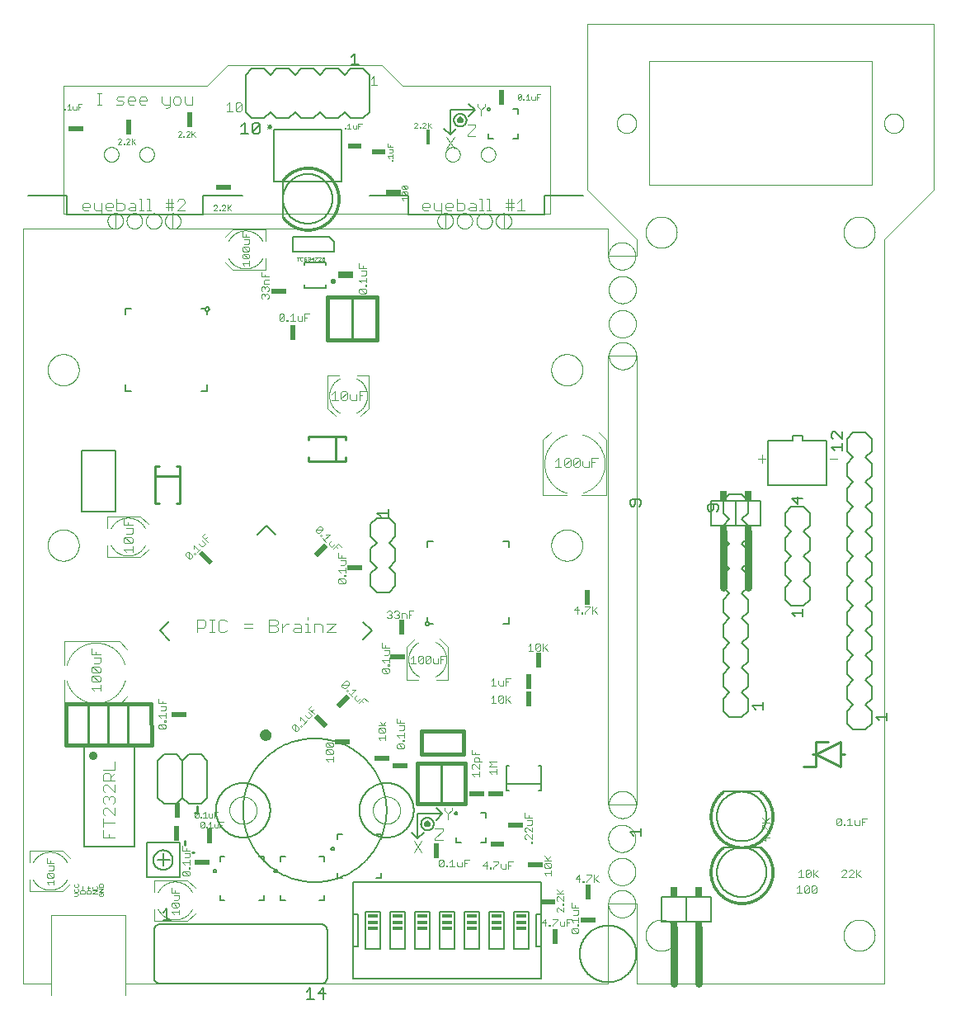
<source format=gto>
G75*
%MOIN*%
%OFA0B0*%
%FSLAX25Y25*%
%IPPOS*%
%LPD*%
%AMOC8*
5,1,8,0,0,1.08239X$1,22.5*
%
%ADD10C,0.00000*%
%ADD11C,0.01600*%
%ADD12C,0.01000*%
%ADD13R,0.06000X0.02000*%
%ADD14R,0.02000X0.06000*%
%ADD15R,0.05800X0.02100*%
%ADD16R,0.06000X0.02500*%
%ADD17C,0.00400*%
%ADD18C,0.00200*%
%ADD19R,0.01575X0.06299*%
%ADD20R,0.05512X0.01969*%
%ADD21R,0.05709X0.02165*%
%ADD22R,0.05906X0.02165*%
%ADD23R,0.06299X0.02362*%
%ADD24R,0.02362X0.06299*%
%ADD25R,0.02362X0.06496*%
%ADD26R,0.05906X0.02362*%
%ADD27R,0.02362X0.05906*%
%ADD28C,0.00300*%
%ADD29C,0.00600*%
%ADD30C,0.00800*%
%ADD31C,0.03482*%
%ADD32C,0.00500*%
%ADD33C,0.01181*%
%ADD34R,0.04000X0.01500*%
%ADD35C,0.03000*%
%ADD36R,0.03000X0.02000*%
%ADD37R,0.03000X0.04000*%
%ADD38C,0.00100*%
D10*
X0040000Y0009500D02*
X0051500Y0009500D01*
X0051600Y0004700D02*
X0051600Y0037200D01*
X0081600Y0037200D01*
X0081600Y0004700D01*
X0081500Y0009500D02*
X0276300Y0009500D01*
X0276300Y0041700D01*
X0288000Y0041700D01*
X0288000Y0009500D01*
X0388000Y0009500D01*
X0388000Y0310000D01*
X0408000Y0330000D01*
X0408000Y0397000D01*
X0268000Y0397000D01*
X0268000Y0330000D01*
X0288000Y0310000D01*
X0288000Y0303400D01*
X0276300Y0303400D01*
X0276300Y0314500D01*
X0234350Y0314500D01*
X0234300Y0320600D01*
X0253000Y0320600D01*
X0253000Y0372200D01*
X0193315Y0372197D01*
X0185047Y0380465D01*
X0122843Y0380465D01*
X0114575Y0372197D01*
X0056300Y0372197D01*
X0056300Y0320600D01*
X0077500Y0320600D01*
X0077500Y0314500D01*
X0040000Y0314500D01*
X0040000Y0009500D01*
X0123488Y0079500D02*
X0123490Y0079648D01*
X0123496Y0079796D01*
X0123506Y0079944D01*
X0123520Y0080091D01*
X0123538Y0080238D01*
X0123559Y0080384D01*
X0123585Y0080530D01*
X0123615Y0080675D01*
X0123648Y0080819D01*
X0123686Y0080962D01*
X0123727Y0081104D01*
X0123772Y0081245D01*
X0123820Y0081385D01*
X0123873Y0081524D01*
X0123929Y0081661D01*
X0123989Y0081796D01*
X0124052Y0081930D01*
X0124119Y0082062D01*
X0124190Y0082192D01*
X0124264Y0082320D01*
X0124341Y0082446D01*
X0124422Y0082570D01*
X0124506Y0082692D01*
X0124593Y0082811D01*
X0124684Y0082928D01*
X0124778Y0083043D01*
X0124874Y0083155D01*
X0124974Y0083265D01*
X0125076Y0083371D01*
X0125182Y0083475D01*
X0125290Y0083576D01*
X0125401Y0083674D01*
X0125514Y0083770D01*
X0125630Y0083862D01*
X0125748Y0083951D01*
X0125869Y0084036D01*
X0125992Y0084119D01*
X0126117Y0084198D01*
X0126244Y0084274D01*
X0126373Y0084346D01*
X0126504Y0084415D01*
X0126637Y0084480D01*
X0126772Y0084541D01*
X0126908Y0084599D01*
X0127045Y0084654D01*
X0127184Y0084704D01*
X0127325Y0084751D01*
X0127466Y0084794D01*
X0127609Y0084834D01*
X0127753Y0084869D01*
X0127897Y0084901D01*
X0128043Y0084928D01*
X0128189Y0084952D01*
X0128336Y0084972D01*
X0128483Y0084988D01*
X0128630Y0085000D01*
X0128778Y0085008D01*
X0128926Y0085012D01*
X0129074Y0085012D01*
X0129222Y0085008D01*
X0129370Y0085000D01*
X0129517Y0084988D01*
X0129664Y0084972D01*
X0129811Y0084952D01*
X0129957Y0084928D01*
X0130103Y0084901D01*
X0130247Y0084869D01*
X0130391Y0084834D01*
X0130534Y0084794D01*
X0130675Y0084751D01*
X0130816Y0084704D01*
X0130955Y0084654D01*
X0131092Y0084599D01*
X0131228Y0084541D01*
X0131363Y0084480D01*
X0131496Y0084415D01*
X0131627Y0084346D01*
X0131756Y0084274D01*
X0131883Y0084198D01*
X0132008Y0084119D01*
X0132131Y0084036D01*
X0132252Y0083951D01*
X0132370Y0083862D01*
X0132486Y0083770D01*
X0132599Y0083674D01*
X0132710Y0083576D01*
X0132818Y0083475D01*
X0132924Y0083371D01*
X0133026Y0083265D01*
X0133126Y0083155D01*
X0133222Y0083043D01*
X0133316Y0082928D01*
X0133407Y0082811D01*
X0133494Y0082692D01*
X0133578Y0082570D01*
X0133659Y0082446D01*
X0133736Y0082320D01*
X0133810Y0082192D01*
X0133881Y0082062D01*
X0133948Y0081930D01*
X0134011Y0081796D01*
X0134071Y0081661D01*
X0134127Y0081524D01*
X0134180Y0081385D01*
X0134228Y0081245D01*
X0134273Y0081104D01*
X0134314Y0080962D01*
X0134352Y0080819D01*
X0134385Y0080675D01*
X0134415Y0080530D01*
X0134441Y0080384D01*
X0134462Y0080238D01*
X0134480Y0080091D01*
X0134494Y0079944D01*
X0134504Y0079796D01*
X0134510Y0079648D01*
X0134512Y0079500D01*
X0134510Y0079352D01*
X0134504Y0079204D01*
X0134494Y0079056D01*
X0134480Y0078909D01*
X0134462Y0078762D01*
X0134441Y0078616D01*
X0134415Y0078470D01*
X0134385Y0078325D01*
X0134352Y0078181D01*
X0134314Y0078038D01*
X0134273Y0077896D01*
X0134228Y0077755D01*
X0134180Y0077615D01*
X0134127Y0077476D01*
X0134071Y0077339D01*
X0134011Y0077204D01*
X0133948Y0077070D01*
X0133881Y0076938D01*
X0133810Y0076808D01*
X0133736Y0076680D01*
X0133659Y0076554D01*
X0133578Y0076430D01*
X0133494Y0076308D01*
X0133407Y0076189D01*
X0133316Y0076072D01*
X0133222Y0075957D01*
X0133126Y0075845D01*
X0133026Y0075735D01*
X0132924Y0075629D01*
X0132818Y0075525D01*
X0132710Y0075424D01*
X0132599Y0075326D01*
X0132486Y0075230D01*
X0132370Y0075138D01*
X0132252Y0075049D01*
X0132131Y0074964D01*
X0132008Y0074881D01*
X0131883Y0074802D01*
X0131756Y0074726D01*
X0131627Y0074654D01*
X0131496Y0074585D01*
X0131363Y0074520D01*
X0131228Y0074459D01*
X0131092Y0074401D01*
X0130955Y0074346D01*
X0130816Y0074296D01*
X0130675Y0074249D01*
X0130534Y0074206D01*
X0130391Y0074166D01*
X0130247Y0074131D01*
X0130103Y0074099D01*
X0129957Y0074072D01*
X0129811Y0074048D01*
X0129664Y0074028D01*
X0129517Y0074012D01*
X0129370Y0074000D01*
X0129222Y0073992D01*
X0129074Y0073988D01*
X0128926Y0073988D01*
X0128778Y0073992D01*
X0128630Y0074000D01*
X0128483Y0074012D01*
X0128336Y0074028D01*
X0128189Y0074048D01*
X0128043Y0074072D01*
X0127897Y0074099D01*
X0127753Y0074131D01*
X0127609Y0074166D01*
X0127466Y0074206D01*
X0127325Y0074249D01*
X0127184Y0074296D01*
X0127045Y0074346D01*
X0126908Y0074401D01*
X0126772Y0074459D01*
X0126637Y0074520D01*
X0126504Y0074585D01*
X0126373Y0074654D01*
X0126244Y0074726D01*
X0126117Y0074802D01*
X0125992Y0074881D01*
X0125869Y0074964D01*
X0125748Y0075049D01*
X0125630Y0075138D01*
X0125514Y0075230D01*
X0125401Y0075326D01*
X0125290Y0075424D01*
X0125182Y0075525D01*
X0125076Y0075629D01*
X0124974Y0075735D01*
X0124874Y0075845D01*
X0124778Y0075957D01*
X0124684Y0076072D01*
X0124593Y0076189D01*
X0124506Y0076308D01*
X0124422Y0076430D01*
X0124341Y0076554D01*
X0124264Y0076680D01*
X0124190Y0076808D01*
X0124119Y0076938D01*
X0124052Y0077070D01*
X0123989Y0077204D01*
X0123929Y0077339D01*
X0123873Y0077476D01*
X0123820Y0077615D01*
X0123772Y0077755D01*
X0123727Y0077896D01*
X0123686Y0078038D01*
X0123648Y0078181D01*
X0123615Y0078325D01*
X0123585Y0078470D01*
X0123559Y0078616D01*
X0123538Y0078762D01*
X0123520Y0078909D01*
X0123506Y0079056D01*
X0123496Y0079204D01*
X0123490Y0079352D01*
X0123488Y0079500D01*
X0181488Y0079500D02*
X0181490Y0079648D01*
X0181496Y0079796D01*
X0181506Y0079944D01*
X0181520Y0080091D01*
X0181538Y0080238D01*
X0181559Y0080384D01*
X0181585Y0080530D01*
X0181615Y0080675D01*
X0181648Y0080819D01*
X0181686Y0080962D01*
X0181727Y0081104D01*
X0181772Y0081245D01*
X0181820Y0081385D01*
X0181873Y0081524D01*
X0181929Y0081661D01*
X0181989Y0081796D01*
X0182052Y0081930D01*
X0182119Y0082062D01*
X0182190Y0082192D01*
X0182264Y0082320D01*
X0182341Y0082446D01*
X0182422Y0082570D01*
X0182506Y0082692D01*
X0182593Y0082811D01*
X0182684Y0082928D01*
X0182778Y0083043D01*
X0182874Y0083155D01*
X0182974Y0083265D01*
X0183076Y0083371D01*
X0183182Y0083475D01*
X0183290Y0083576D01*
X0183401Y0083674D01*
X0183514Y0083770D01*
X0183630Y0083862D01*
X0183748Y0083951D01*
X0183869Y0084036D01*
X0183992Y0084119D01*
X0184117Y0084198D01*
X0184244Y0084274D01*
X0184373Y0084346D01*
X0184504Y0084415D01*
X0184637Y0084480D01*
X0184772Y0084541D01*
X0184908Y0084599D01*
X0185045Y0084654D01*
X0185184Y0084704D01*
X0185325Y0084751D01*
X0185466Y0084794D01*
X0185609Y0084834D01*
X0185753Y0084869D01*
X0185897Y0084901D01*
X0186043Y0084928D01*
X0186189Y0084952D01*
X0186336Y0084972D01*
X0186483Y0084988D01*
X0186630Y0085000D01*
X0186778Y0085008D01*
X0186926Y0085012D01*
X0187074Y0085012D01*
X0187222Y0085008D01*
X0187370Y0085000D01*
X0187517Y0084988D01*
X0187664Y0084972D01*
X0187811Y0084952D01*
X0187957Y0084928D01*
X0188103Y0084901D01*
X0188247Y0084869D01*
X0188391Y0084834D01*
X0188534Y0084794D01*
X0188675Y0084751D01*
X0188816Y0084704D01*
X0188955Y0084654D01*
X0189092Y0084599D01*
X0189228Y0084541D01*
X0189363Y0084480D01*
X0189496Y0084415D01*
X0189627Y0084346D01*
X0189756Y0084274D01*
X0189883Y0084198D01*
X0190008Y0084119D01*
X0190131Y0084036D01*
X0190252Y0083951D01*
X0190370Y0083862D01*
X0190486Y0083770D01*
X0190599Y0083674D01*
X0190710Y0083576D01*
X0190818Y0083475D01*
X0190924Y0083371D01*
X0191026Y0083265D01*
X0191126Y0083155D01*
X0191222Y0083043D01*
X0191316Y0082928D01*
X0191407Y0082811D01*
X0191494Y0082692D01*
X0191578Y0082570D01*
X0191659Y0082446D01*
X0191736Y0082320D01*
X0191810Y0082192D01*
X0191881Y0082062D01*
X0191948Y0081930D01*
X0192011Y0081796D01*
X0192071Y0081661D01*
X0192127Y0081524D01*
X0192180Y0081385D01*
X0192228Y0081245D01*
X0192273Y0081104D01*
X0192314Y0080962D01*
X0192352Y0080819D01*
X0192385Y0080675D01*
X0192415Y0080530D01*
X0192441Y0080384D01*
X0192462Y0080238D01*
X0192480Y0080091D01*
X0192494Y0079944D01*
X0192504Y0079796D01*
X0192510Y0079648D01*
X0192512Y0079500D01*
X0192510Y0079352D01*
X0192504Y0079204D01*
X0192494Y0079056D01*
X0192480Y0078909D01*
X0192462Y0078762D01*
X0192441Y0078616D01*
X0192415Y0078470D01*
X0192385Y0078325D01*
X0192352Y0078181D01*
X0192314Y0078038D01*
X0192273Y0077896D01*
X0192228Y0077755D01*
X0192180Y0077615D01*
X0192127Y0077476D01*
X0192071Y0077339D01*
X0192011Y0077204D01*
X0191948Y0077070D01*
X0191881Y0076938D01*
X0191810Y0076808D01*
X0191736Y0076680D01*
X0191659Y0076554D01*
X0191578Y0076430D01*
X0191494Y0076308D01*
X0191407Y0076189D01*
X0191316Y0076072D01*
X0191222Y0075957D01*
X0191126Y0075845D01*
X0191026Y0075735D01*
X0190924Y0075629D01*
X0190818Y0075525D01*
X0190710Y0075424D01*
X0190599Y0075326D01*
X0190486Y0075230D01*
X0190370Y0075138D01*
X0190252Y0075049D01*
X0190131Y0074964D01*
X0190008Y0074881D01*
X0189883Y0074802D01*
X0189756Y0074726D01*
X0189627Y0074654D01*
X0189496Y0074585D01*
X0189363Y0074520D01*
X0189228Y0074459D01*
X0189092Y0074401D01*
X0188955Y0074346D01*
X0188816Y0074296D01*
X0188675Y0074249D01*
X0188534Y0074206D01*
X0188391Y0074166D01*
X0188247Y0074131D01*
X0188103Y0074099D01*
X0187957Y0074072D01*
X0187811Y0074048D01*
X0187664Y0074028D01*
X0187517Y0074012D01*
X0187370Y0074000D01*
X0187222Y0073992D01*
X0187074Y0073988D01*
X0186926Y0073988D01*
X0186778Y0073992D01*
X0186630Y0074000D01*
X0186483Y0074012D01*
X0186336Y0074028D01*
X0186189Y0074048D01*
X0186043Y0074072D01*
X0185897Y0074099D01*
X0185753Y0074131D01*
X0185609Y0074166D01*
X0185466Y0074206D01*
X0185325Y0074249D01*
X0185184Y0074296D01*
X0185045Y0074346D01*
X0184908Y0074401D01*
X0184772Y0074459D01*
X0184637Y0074520D01*
X0184504Y0074585D01*
X0184373Y0074654D01*
X0184244Y0074726D01*
X0184117Y0074802D01*
X0183992Y0074881D01*
X0183869Y0074964D01*
X0183748Y0075049D01*
X0183630Y0075138D01*
X0183514Y0075230D01*
X0183401Y0075326D01*
X0183290Y0075424D01*
X0183182Y0075525D01*
X0183076Y0075629D01*
X0182974Y0075735D01*
X0182874Y0075845D01*
X0182778Y0075957D01*
X0182684Y0076072D01*
X0182593Y0076189D01*
X0182506Y0076308D01*
X0182422Y0076430D01*
X0182341Y0076554D01*
X0182264Y0076680D01*
X0182190Y0076808D01*
X0182119Y0076938D01*
X0182052Y0077070D01*
X0181989Y0077204D01*
X0181929Y0077339D01*
X0181873Y0077476D01*
X0181820Y0077615D01*
X0181772Y0077755D01*
X0181727Y0077896D01*
X0181686Y0078038D01*
X0181648Y0078181D01*
X0181615Y0078325D01*
X0181585Y0078470D01*
X0181559Y0078616D01*
X0181538Y0078762D01*
X0181520Y0078909D01*
X0181506Y0079056D01*
X0181496Y0079204D01*
X0181490Y0079352D01*
X0181488Y0079500D01*
X0276300Y0081800D02*
X0288000Y0081800D01*
X0288000Y0263100D01*
X0276300Y0263100D01*
X0276300Y0081800D01*
X0276788Y0081800D02*
X0276790Y0081948D01*
X0276796Y0082096D01*
X0276806Y0082244D01*
X0276820Y0082391D01*
X0276838Y0082538D01*
X0276859Y0082684D01*
X0276885Y0082830D01*
X0276915Y0082975D01*
X0276948Y0083119D01*
X0276986Y0083262D01*
X0277027Y0083404D01*
X0277072Y0083545D01*
X0277120Y0083685D01*
X0277173Y0083824D01*
X0277229Y0083961D01*
X0277289Y0084096D01*
X0277352Y0084230D01*
X0277419Y0084362D01*
X0277490Y0084492D01*
X0277564Y0084620D01*
X0277641Y0084746D01*
X0277722Y0084870D01*
X0277806Y0084992D01*
X0277893Y0085111D01*
X0277984Y0085228D01*
X0278078Y0085343D01*
X0278174Y0085455D01*
X0278274Y0085565D01*
X0278376Y0085671D01*
X0278482Y0085775D01*
X0278590Y0085876D01*
X0278701Y0085974D01*
X0278814Y0086070D01*
X0278930Y0086162D01*
X0279048Y0086251D01*
X0279169Y0086336D01*
X0279292Y0086419D01*
X0279417Y0086498D01*
X0279544Y0086574D01*
X0279673Y0086646D01*
X0279804Y0086715D01*
X0279937Y0086780D01*
X0280072Y0086841D01*
X0280208Y0086899D01*
X0280345Y0086954D01*
X0280484Y0087004D01*
X0280625Y0087051D01*
X0280766Y0087094D01*
X0280909Y0087134D01*
X0281053Y0087169D01*
X0281197Y0087201D01*
X0281343Y0087228D01*
X0281489Y0087252D01*
X0281636Y0087272D01*
X0281783Y0087288D01*
X0281930Y0087300D01*
X0282078Y0087308D01*
X0282226Y0087312D01*
X0282374Y0087312D01*
X0282522Y0087308D01*
X0282670Y0087300D01*
X0282817Y0087288D01*
X0282964Y0087272D01*
X0283111Y0087252D01*
X0283257Y0087228D01*
X0283403Y0087201D01*
X0283547Y0087169D01*
X0283691Y0087134D01*
X0283834Y0087094D01*
X0283975Y0087051D01*
X0284116Y0087004D01*
X0284255Y0086954D01*
X0284392Y0086899D01*
X0284528Y0086841D01*
X0284663Y0086780D01*
X0284796Y0086715D01*
X0284927Y0086646D01*
X0285056Y0086574D01*
X0285183Y0086498D01*
X0285308Y0086419D01*
X0285431Y0086336D01*
X0285552Y0086251D01*
X0285670Y0086162D01*
X0285786Y0086070D01*
X0285899Y0085974D01*
X0286010Y0085876D01*
X0286118Y0085775D01*
X0286224Y0085671D01*
X0286326Y0085565D01*
X0286426Y0085455D01*
X0286522Y0085343D01*
X0286616Y0085228D01*
X0286707Y0085111D01*
X0286794Y0084992D01*
X0286878Y0084870D01*
X0286959Y0084746D01*
X0287036Y0084620D01*
X0287110Y0084492D01*
X0287181Y0084362D01*
X0287248Y0084230D01*
X0287311Y0084096D01*
X0287371Y0083961D01*
X0287427Y0083824D01*
X0287480Y0083685D01*
X0287528Y0083545D01*
X0287573Y0083404D01*
X0287614Y0083262D01*
X0287652Y0083119D01*
X0287685Y0082975D01*
X0287715Y0082830D01*
X0287741Y0082684D01*
X0287762Y0082538D01*
X0287780Y0082391D01*
X0287794Y0082244D01*
X0287804Y0082096D01*
X0287810Y0081948D01*
X0287812Y0081800D01*
X0287810Y0081652D01*
X0287804Y0081504D01*
X0287794Y0081356D01*
X0287780Y0081209D01*
X0287762Y0081062D01*
X0287741Y0080916D01*
X0287715Y0080770D01*
X0287685Y0080625D01*
X0287652Y0080481D01*
X0287614Y0080338D01*
X0287573Y0080196D01*
X0287528Y0080055D01*
X0287480Y0079915D01*
X0287427Y0079776D01*
X0287371Y0079639D01*
X0287311Y0079504D01*
X0287248Y0079370D01*
X0287181Y0079238D01*
X0287110Y0079108D01*
X0287036Y0078980D01*
X0286959Y0078854D01*
X0286878Y0078730D01*
X0286794Y0078608D01*
X0286707Y0078489D01*
X0286616Y0078372D01*
X0286522Y0078257D01*
X0286426Y0078145D01*
X0286326Y0078035D01*
X0286224Y0077929D01*
X0286118Y0077825D01*
X0286010Y0077724D01*
X0285899Y0077626D01*
X0285786Y0077530D01*
X0285670Y0077438D01*
X0285552Y0077349D01*
X0285431Y0077264D01*
X0285308Y0077181D01*
X0285183Y0077102D01*
X0285056Y0077026D01*
X0284927Y0076954D01*
X0284796Y0076885D01*
X0284663Y0076820D01*
X0284528Y0076759D01*
X0284392Y0076701D01*
X0284255Y0076646D01*
X0284116Y0076596D01*
X0283975Y0076549D01*
X0283834Y0076506D01*
X0283691Y0076466D01*
X0283547Y0076431D01*
X0283403Y0076399D01*
X0283257Y0076372D01*
X0283111Y0076348D01*
X0282964Y0076328D01*
X0282817Y0076312D01*
X0282670Y0076300D01*
X0282522Y0076292D01*
X0282374Y0076288D01*
X0282226Y0076288D01*
X0282078Y0076292D01*
X0281930Y0076300D01*
X0281783Y0076312D01*
X0281636Y0076328D01*
X0281489Y0076348D01*
X0281343Y0076372D01*
X0281197Y0076399D01*
X0281053Y0076431D01*
X0280909Y0076466D01*
X0280766Y0076506D01*
X0280625Y0076549D01*
X0280484Y0076596D01*
X0280345Y0076646D01*
X0280208Y0076701D01*
X0280072Y0076759D01*
X0279937Y0076820D01*
X0279804Y0076885D01*
X0279673Y0076954D01*
X0279544Y0077026D01*
X0279417Y0077102D01*
X0279292Y0077181D01*
X0279169Y0077264D01*
X0279048Y0077349D01*
X0278930Y0077438D01*
X0278814Y0077530D01*
X0278701Y0077626D01*
X0278590Y0077724D01*
X0278482Y0077825D01*
X0278376Y0077929D01*
X0278274Y0078035D01*
X0278174Y0078145D01*
X0278078Y0078257D01*
X0277984Y0078372D01*
X0277893Y0078489D01*
X0277806Y0078608D01*
X0277722Y0078730D01*
X0277641Y0078854D01*
X0277564Y0078980D01*
X0277490Y0079108D01*
X0277419Y0079238D01*
X0277352Y0079370D01*
X0277289Y0079504D01*
X0277229Y0079639D01*
X0277173Y0079776D01*
X0277120Y0079915D01*
X0277072Y0080055D01*
X0277027Y0080196D01*
X0276986Y0080338D01*
X0276948Y0080481D01*
X0276915Y0080625D01*
X0276885Y0080770D01*
X0276859Y0080916D01*
X0276838Y0081062D01*
X0276820Y0081209D01*
X0276806Y0081356D01*
X0276796Y0081504D01*
X0276790Y0081652D01*
X0276788Y0081800D01*
X0276588Y0068100D02*
X0276590Y0068248D01*
X0276596Y0068396D01*
X0276606Y0068544D01*
X0276620Y0068691D01*
X0276638Y0068838D01*
X0276659Y0068984D01*
X0276685Y0069130D01*
X0276715Y0069275D01*
X0276748Y0069419D01*
X0276786Y0069562D01*
X0276827Y0069704D01*
X0276872Y0069845D01*
X0276920Y0069985D01*
X0276973Y0070124D01*
X0277029Y0070261D01*
X0277089Y0070396D01*
X0277152Y0070530D01*
X0277219Y0070662D01*
X0277290Y0070792D01*
X0277364Y0070920D01*
X0277441Y0071046D01*
X0277522Y0071170D01*
X0277606Y0071292D01*
X0277693Y0071411D01*
X0277784Y0071528D01*
X0277878Y0071643D01*
X0277974Y0071755D01*
X0278074Y0071865D01*
X0278176Y0071971D01*
X0278282Y0072075D01*
X0278390Y0072176D01*
X0278501Y0072274D01*
X0278614Y0072370D01*
X0278730Y0072462D01*
X0278848Y0072551D01*
X0278969Y0072636D01*
X0279092Y0072719D01*
X0279217Y0072798D01*
X0279344Y0072874D01*
X0279473Y0072946D01*
X0279604Y0073015D01*
X0279737Y0073080D01*
X0279872Y0073141D01*
X0280008Y0073199D01*
X0280145Y0073254D01*
X0280284Y0073304D01*
X0280425Y0073351D01*
X0280566Y0073394D01*
X0280709Y0073434D01*
X0280853Y0073469D01*
X0280997Y0073501D01*
X0281143Y0073528D01*
X0281289Y0073552D01*
X0281436Y0073572D01*
X0281583Y0073588D01*
X0281730Y0073600D01*
X0281878Y0073608D01*
X0282026Y0073612D01*
X0282174Y0073612D01*
X0282322Y0073608D01*
X0282470Y0073600D01*
X0282617Y0073588D01*
X0282764Y0073572D01*
X0282911Y0073552D01*
X0283057Y0073528D01*
X0283203Y0073501D01*
X0283347Y0073469D01*
X0283491Y0073434D01*
X0283634Y0073394D01*
X0283775Y0073351D01*
X0283916Y0073304D01*
X0284055Y0073254D01*
X0284192Y0073199D01*
X0284328Y0073141D01*
X0284463Y0073080D01*
X0284596Y0073015D01*
X0284727Y0072946D01*
X0284856Y0072874D01*
X0284983Y0072798D01*
X0285108Y0072719D01*
X0285231Y0072636D01*
X0285352Y0072551D01*
X0285470Y0072462D01*
X0285586Y0072370D01*
X0285699Y0072274D01*
X0285810Y0072176D01*
X0285918Y0072075D01*
X0286024Y0071971D01*
X0286126Y0071865D01*
X0286226Y0071755D01*
X0286322Y0071643D01*
X0286416Y0071528D01*
X0286507Y0071411D01*
X0286594Y0071292D01*
X0286678Y0071170D01*
X0286759Y0071046D01*
X0286836Y0070920D01*
X0286910Y0070792D01*
X0286981Y0070662D01*
X0287048Y0070530D01*
X0287111Y0070396D01*
X0287171Y0070261D01*
X0287227Y0070124D01*
X0287280Y0069985D01*
X0287328Y0069845D01*
X0287373Y0069704D01*
X0287414Y0069562D01*
X0287452Y0069419D01*
X0287485Y0069275D01*
X0287515Y0069130D01*
X0287541Y0068984D01*
X0287562Y0068838D01*
X0287580Y0068691D01*
X0287594Y0068544D01*
X0287604Y0068396D01*
X0287610Y0068248D01*
X0287612Y0068100D01*
X0287610Y0067952D01*
X0287604Y0067804D01*
X0287594Y0067656D01*
X0287580Y0067509D01*
X0287562Y0067362D01*
X0287541Y0067216D01*
X0287515Y0067070D01*
X0287485Y0066925D01*
X0287452Y0066781D01*
X0287414Y0066638D01*
X0287373Y0066496D01*
X0287328Y0066355D01*
X0287280Y0066215D01*
X0287227Y0066076D01*
X0287171Y0065939D01*
X0287111Y0065804D01*
X0287048Y0065670D01*
X0286981Y0065538D01*
X0286910Y0065408D01*
X0286836Y0065280D01*
X0286759Y0065154D01*
X0286678Y0065030D01*
X0286594Y0064908D01*
X0286507Y0064789D01*
X0286416Y0064672D01*
X0286322Y0064557D01*
X0286226Y0064445D01*
X0286126Y0064335D01*
X0286024Y0064229D01*
X0285918Y0064125D01*
X0285810Y0064024D01*
X0285699Y0063926D01*
X0285586Y0063830D01*
X0285470Y0063738D01*
X0285352Y0063649D01*
X0285231Y0063564D01*
X0285108Y0063481D01*
X0284983Y0063402D01*
X0284856Y0063326D01*
X0284727Y0063254D01*
X0284596Y0063185D01*
X0284463Y0063120D01*
X0284328Y0063059D01*
X0284192Y0063001D01*
X0284055Y0062946D01*
X0283916Y0062896D01*
X0283775Y0062849D01*
X0283634Y0062806D01*
X0283491Y0062766D01*
X0283347Y0062731D01*
X0283203Y0062699D01*
X0283057Y0062672D01*
X0282911Y0062648D01*
X0282764Y0062628D01*
X0282617Y0062612D01*
X0282470Y0062600D01*
X0282322Y0062592D01*
X0282174Y0062588D01*
X0282026Y0062588D01*
X0281878Y0062592D01*
X0281730Y0062600D01*
X0281583Y0062612D01*
X0281436Y0062628D01*
X0281289Y0062648D01*
X0281143Y0062672D01*
X0280997Y0062699D01*
X0280853Y0062731D01*
X0280709Y0062766D01*
X0280566Y0062806D01*
X0280425Y0062849D01*
X0280284Y0062896D01*
X0280145Y0062946D01*
X0280008Y0063001D01*
X0279872Y0063059D01*
X0279737Y0063120D01*
X0279604Y0063185D01*
X0279473Y0063254D01*
X0279344Y0063326D01*
X0279217Y0063402D01*
X0279092Y0063481D01*
X0278969Y0063564D01*
X0278848Y0063649D01*
X0278730Y0063738D01*
X0278614Y0063830D01*
X0278501Y0063926D01*
X0278390Y0064024D01*
X0278282Y0064125D01*
X0278176Y0064229D01*
X0278074Y0064335D01*
X0277974Y0064445D01*
X0277878Y0064557D01*
X0277784Y0064672D01*
X0277693Y0064789D01*
X0277606Y0064908D01*
X0277522Y0065030D01*
X0277441Y0065154D01*
X0277364Y0065280D01*
X0277290Y0065408D01*
X0277219Y0065538D01*
X0277152Y0065670D01*
X0277089Y0065804D01*
X0277029Y0065939D01*
X0276973Y0066076D01*
X0276920Y0066215D01*
X0276872Y0066355D01*
X0276827Y0066496D01*
X0276786Y0066638D01*
X0276748Y0066781D01*
X0276715Y0066925D01*
X0276685Y0067070D01*
X0276659Y0067216D01*
X0276638Y0067362D01*
X0276620Y0067509D01*
X0276606Y0067656D01*
X0276596Y0067804D01*
X0276590Y0067952D01*
X0276588Y0068100D01*
X0276588Y0054700D02*
X0276590Y0054848D01*
X0276596Y0054996D01*
X0276606Y0055144D01*
X0276620Y0055291D01*
X0276638Y0055438D01*
X0276659Y0055584D01*
X0276685Y0055730D01*
X0276715Y0055875D01*
X0276748Y0056019D01*
X0276786Y0056162D01*
X0276827Y0056304D01*
X0276872Y0056445D01*
X0276920Y0056585D01*
X0276973Y0056724D01*
X0277029Y0056861D01*
X0277089Y0056996D01*
X0277152Y0057130D01*
X0277219Y0057262D01*
X0277290Y0057392D01*
X0277364Y0057520D01*
X0277441Y0057646D01*
X0277522Y0057770D01*
X0277606Y0057892D01*
X0277693Y0058011D01*
X0277784Y0058128D01*
X0277878Y0058243D01*
X0277974Y0058355D01*
X0278074Y0058465D01*
X0278176Y0058571D01*
X0278282Y0058675D01*
X0278390Y0058776D01*
X0278501Y0058874D01*
X0278614Y0058970D01*
X0278730Y0059062D01*
X0278848Y0059151D01*
X0278969Y0059236D01*
X0279092Y0059319D01*
X0279217Y0059398D01*
X0279344Y0059474D01*
X0279473Y0059546D01*
X0279604Y0059615D01*
X0279737Y0059680D01*
X0279872Y0059741D01*
X0280008Y0059799D01*
X0280145Y0059854D01*
X0280284Y0059904D01*
X0280425Y0059951D01*
X0280566Y0059994D01*
X0280709Y0060034D01*
X0280853Y0060069D01*
X0280997Y0060101D01*
X0281143Y0060128D01*
X0281289Y0060152D01*
X0281436Y0060172D01*
X0281583Y0060188D01*
X0281730Y0060200D01*
X0281878Y0060208D01*
X0282026Y0060212D01*
X0282174Y0060212D01*
X0282322Y0060208D01*
X0282470Y0060200D01*
X0282617Y0060188D01*
X0282764Y0060172D01*
X0282911Y0060152D01*
X0283057Y0060128D01*
X0283203Y0060101D01*
X0283347Y0060069D01*
X0283491Y0060034D01*
X0283634Y0059994D01*
X0283775Y0059951D01*
X0283916Y0059904D01*
X0284055Y0059854D01*
X0284192Y0059799D01*
X0284328Y0059741D01*
X0284463Y0059680D01*
X0284596Y0059615D01*
X0284727Y0059546D01*
X0284856Y0059474D01*
X0284983Y0059398D01*
X0285108Y0059319D01*
X0285231Y0059236D01*
X0285352Y0059151D01*
X0285470Y0059062D01*
X0285586Y0058970D01*
X0285699Y0058874D01*
X0285810Y0058776D01*
X0285918Y0058675D01*
X0286024Y0058571D01*
X0286126Y0058465D01*
X0286226Y0058355D01*
X0286322Y0058243D01*
X0286416Y0058128D01*
X0286507Y0058011D01*
X0286594Y0057892D01*
X0286678Y0057770D01*
X0286759Y0057646D01*
X0286836Y0057520D01*
X0286910Y0057392D01*
X0286981Y0057262D01*
X0287048Y0057130D01*
X0287111Y0056996D01*
X0287171Y0056861D01*
X0287227Y0056724D01*
X0287280Y0056585D01*
X0287328Y0056445D01*
X0287373Y0056304D01*
X0287414Y0056162D01*
X0287452Y0056019D01*
X0287485Y0055875D01*
X0287515Y0055730D01*
X0287541Y0055584D01*
X0287562Y0055438D01*
X0287580Y0055291D01*
X0287594Y0055144D01*
X0287604Y0054996D01*
X0287610Y0054848D01*
X0287612Y0054700D01*
X0287610Y0054552D01*
X0287604Y0054404D01*
X0287594Y0054256D01*
X0287580Y0054109D01*
X0287562Y0053962D01*
X0287541Y0053816D01*
X0287515Y0053670D01*
X0287485Y0053525D01*
X0287452Y0053381D01*
X0287414Y0053238D01*
X0287373Y0053096D01*
X0287328Y0052955D01*
X0287280Y0052815D01*
X0287227Y0052676D01*
X0287171Y0052539D01*
X0287111Y0052404D01*
X0287048Y0052270D01*
X0286981Y0052138D01*
X0286910Y0052008D01*
X0286836Y0051880D01*
X0286759Y0051754D01*
X0286678Y0051630D01*
X0286594Y0051508D01*
X0286507Y0051389D01*
X0286416Y0051272D01*
X0286322Y0051157D01*
X0286226Y0051045D01*
X0286126Y0050935D01*
X0286024Y0050829D01*
X0285918Y0050725D01*
X0285810Y0050624D01*
X0285699Y0050526D01*
X0285586Y0050430D01*
X0285470Y0050338D01*
X0285352Y0050249D01*
X0285231Y0050164D01*
X0285108Y0050081D01*
X0284983Y0050002D01*
X0284856Y0049926D01*
X0284727Y0049854D01*
X0284596Y0049785D01*
X0284463Y0049720D01*
X0284328Y0049659D01*
X0284192Y0049601D01*
X0284055Y0049546D01*
X0283916Y0049496D01*
X0283775Y0049449D01*
X0283634Y0049406D01*
X0283491Y0049366D01*
X0283347Y0049331D01*
X0283203Y0049299D01*
X0283057Y0049272D01*
X0282911Y0049248D01*
X0282764Y0049228D01*
X0282617Y0049212D01*
X0282470Y0049200D01*
X0282322Y0049192D01*
X0282174Y0049188D01*
X0282026Y0049188D01*
X0281878Y0049192D01*
X0281730Y0049200D01*
X0281583Y0049212D01*
X0281436Y0049228D01*
X0281289Y0049248D01*
X0281143Y0049272D01*
X0280997Y0049299D01*
X0280853Y0049331D01*
X0280709Y0049366D01*
X0280566Y0049406D01*
X0280425Y0049449D01*
X0280284Y0049496D01*
X0280145Y0049546D01*
X0280008Y0049601D01*
X0279872Y0049659D01*
X0279737Y0049720D01*
X0279604Y0049785D01*
X0279473Y0049854D01*
X0279344Y0049926D01*
X0279217Y0050002D01*
X0279092Y0050081D01*
X0278969Y0050164D01*
X0278848Y0050249D01*
X0278730Y0050338D01*
X0278614Y0050430D01*
X0278501Y0050526D01*
X0278390Y0050624D01*
X0278282Y0050725D01*
X0278176Y0050829D01*
X0278074Y0050935D01*
X0277974Y0051045D01*
X0277878Y0051157D01*
X0277784Y0051272D01*
X0277693Y0051389D01*
X0277606Y0051508D01*
X0277522Y0051630D01*
X0277441Y0051754D01*
X0277364Y0051880D01*
X0277290Y0052008D01*
X0277219Y0052138D01*
X0277152Y0052270D01*
X0277089Y0052404D01*
X0277029Y0052539D01*
X0276973Y0052676D01*
X0276920Y0052815D01*
X0276872Y0052955D01*
X0276827Y0053096D01*
X0276786Y0053238D01*
X0276748Y0053381D01*
X0276715Y0053525D01*
X0276685Y0053670D01*
X0276659Y0053816D01*
X0276638Y0053962D01*
X0276620Y0054109D01*
X0276606Y0054256D01*
X0276596Y0054404D01*
X0276590Y0054552D01*
X0276588Y0054700D01*
X0276588Y0041700D02*
X0276590Y0041848D01*
X0276596Y0041996D01*
X0276606Y0042144D01*
X0276620Y0042291D01*
X0276638Y0042438D01*
X0276659Y0042584D01*
X0276685Y0042730D01*
X0276715Y0042875D01*
X0276748Y0043019D01*
X0276786Y0043162D01*
X0276827Y0043304D01*
X0276872Y0043445D01*
X0276920Y0043585D01*
X0276973Y0043724D01*
X0277029Y0043861D01*
X0277089Y0043996D01*
X0277152Y0044130D01*
X0277219Y0044262D01*
X0277290Y0044392D01*
X0277364Y0044520D01*
X0277441Y0044646D01*
X0277522Y0044770D01*
X0277606Y0044892D01*
X0277693Y0045011D01*
X0277784Y0045128D01*
X0277878Y0045243D01*
X0277974Y0045355D01*
X0278074Y0045465D01*
X0278176Y0045571D01*
X0278282Y0045675D01*
X0278390Y0045776D01*
X0278501Y0045874D01*
X0278614Y0045970D01*
X0278730Y0046062D01*
X0278848Y0046151D01*
X0278969Y0046236D01*
X0279092Y0046319D01*
X0279217Y0046398D01*
X0279344Y0046474D01*
X0279473Y0046546D01*
X0279604Y0046615D01*
X0279737Y0046680D01*
X0279872Y0046741D01*
X0280008Y0046799D01*
X0280145Y0046854D01*
X0280284Y0046904D01*
X0280425Y0046951D01*
X0280566Y0046994D01*
X0280709Y0047034D01*
X0280853Y0047069D01*
X0280997Y0047101D01*
X0281143Y0047128D01*
X0281289Y0047152D01*
X0281436Y0047172D01*
X0281583Y0047188D01*
X0281730Y0047200D01*
X0281878Y0047208D01*
X0282026Y0047212D01*
X0282174Y0047212D01*
X0282322Y0047208D01*
X0282470Y0047200D01*
X0282617Y0047188D01*
X0282764Y0047172D01*
X0282911Y0047152D01*
X0283057Y0047128D01*
X0283203Y0047101D01*
X0283347Y0047069D01*
X0283491Y0047034D01*
X0283634Y0046994D01*
X0283775Y0046951D01*
X0283916Y0046904D01*
X0284055Y0046854D01*
X0284192Y0046799D01*
X0284328Y0046741D01*
X0284463Y0046680D01*
X0284596Y0046615D01*
X0284727Y0046546D01*
X0284856Y0046474D01*
X0284983Y0046398D01*
X0285108Y0046319D01*
X0285231Y0046236D01*
X0285352Y0046151D01*
X0285470Y0046062D01*
X0285586Y0045970D01*
X0285699Y0045874D01*
X0285810Y0045776D01*
X0285918Y0045675D01*
X0286024Y0045571D01*
X0286126Y0045465D01*
X0286226Y0045355D01*
X0286322Y0045243D01*
X0286416Y0045128D01*
X0286507Y0045011D01*
X0286594Y0044892D01*
X0286678Y0044770D01*
X0286759Y0044646D01*
X0286836Y0044520D01*
X0286910Y0044392D01*
X0286981Y0044262D01*
X0287048Y0044130D01*
X0287111Y0043996D01*
X0287171Y0043861D01*
X0287227Y0043724D01*
X0287280Y0043585D01*
X0287328Y0043445D01*
X0287373Y0043304D01*
X0287414Y0043162D01*
X0287452Y0043019D01*
X0287485Y0042875D01*
X0287515Y0042730D01*
X0287541Y0042584D01*
X0287562Y0042438D01*
X0287580Y0042291D01*
X0287594Y0042144D01*
X0287604Y0041996D01*
X0287610Y0041848D01*
X0287612Y0041700D01*
X0287610Y0041552D01*
X0287604Y0041404D01*
X0287594Y0041256D01*
X0287580Y0041109D01*
X0287562Y0040962D01*
X0287541Y0040816D01*
X0287515Y0040670D01*
X0287485Y0040525D01*
X0287452Y0040381D01*
X0287414Y0040238D01*
X0287373Y0040096D01*
X0287328Y0039955D01*
X0287280Y0039815D01*
X0287227Y0039676D01*
X0287171Y0039539D01*
X0287111Y0039404D01*
X0287048Y0039270D01*
X0286981Y0039138D01*
X0286910Y0039008D01*
X0286836Y0038880D01*
X0286759Y0038754D01*
X0286678Y0038630D01*
X0286594Y0038508D01*
X0286507Y0038389D01*
X0286416Y0038272D01*
X0286322Y0038157D01*
X0286226Y0038045D01*
X0286126Y0037935D01*
X0286024Y0037829D01*
X0285918Y0037725D01*
X0285810Y0037624D01*
X0285699Y0037526D01*
X0285586Y0037430D01*
X0285470Y0037338D01*
X0285352Y0037249D01*
X0285231Y0037164D01*
X0285108Y0037081D01*
X0284983Y0037002D01*
X0284856Y0036926D01*
X0284727Y0036854D01*
X0284596Y0036785D01*
X0284463Y0036720D01*
X0284328Y0036659D01*
X0284192Y0036601D01*
X0284055Y0036546D01*
X0283916Y0036496D01*
X0283775Y0036449D01*
X0283634Y0036406D01*
X0283491Y0036366D01*
X0283347Y0036331D01*
X0283203Y0036299D01*
X0283057Y0036272D01*
X0282911Y0036248D01*
X0282764Y0036228D01*
X0282617Y0036212D01*
X0282470Y0036200D01*
X0282322Y0036192D01*
X0282174Y0036188D01*
X0282026Y0036188D01*
X0281878Y0036192D01*
X0281730Y0036200D01*
X0281583Y0036212D01*
X0281436Y0036228D01*
X0281289Y0036248D01*
X0281143Y0036272D01*
X0280997Y0036299D01*
X0280853Y0036331D01*
X0280709Y0036366D01*
X0280566Y0036406D01*
X0280425Y0036449D01*
X0280284Y0036496D01*
X0280145Y0036546D01*
X0280008Y0036601D01*
X0279872Y0036659D01*
X0279737Y0036720D01*
X0279604Y0036785D01*
X0279473Y0036854D01*
X0279344Y0036926D01*
X0279217Y0037002D01*
X0279092Y0037081D01*
X0278969Y0037164D01*
X0278848Y0037249D01*
X0278730Y0037338D01*
X0278614Y0037430D01*
X0278501Y0037526D01*
X0278390Y0037624D01*
X0278282Y0037725D01*
X0278176Y0037829D01*
X0278074Y0037935D01*
X0277974Y0038045D01*
X0277878Y0038157D01*
X0277784Y0038272D01*
X0277693Y0038389D01*
X0277606Y0038508D01*
X0277522Y0038630D01*
X0277441Y0038754D01*
X0277364Y0038880D01*
X0277290Y0039008D01*
X0277219Y0039138D01*
X0277152Y0039270D01*
X0277089Y0039404D01*
X0277029Y0039539D01*
X0276973Y0039676D01*
X0276920Y0039815D01*
X0276872Y0039955D01*
X0276827Y0040096D01*
X0276786Y0040238D01*
X0276748Y0040381D01*
X0276715Y0040525D01*
X0276685Y0040670D01*
X0276659Y0040816D01*
X0276638Y0040962D01*
X0276620Y0041109D01*
X0276606Y0041256D01*
X0276596Y0041404D01*
X0276590Y0041552D01*
X0276588Y0041700D01*
X0291701Y0029000D02*
X0291703Y0029158D01*
X0291709Y0029316D01*
X0291719Y0029474D01*
X0291733Y0029632D01*
X0291751Y0029789D01*
X0291772Y0029946D01*
X0291798Y0030102D01*
X0291828Y0030258D01*
X0291861Y0030413D01*
X0291899Y0030566D01*
X0291940Y0030719D01*
X0291985Y0030871D01*
X0292034Y0031022D01*
X0292087Y0031171D01*
X0292143Y0031319D01*
X0292203Y0031465D01*
X0292267Y0031610D01*
X0292335Y0031753D01*
X0292406Y0031895D01*
X0292480Y0032035D01*
X0292558Y0032172D01*
X0292640Y0032308D01*
X0292724Y0032442D01*
X0292813Y0032573D01*
X0292904Y0032702D01*
X0292999Y0032829D01*
X0293096Y0032954D01*
X0293197Y0033076D01*
X0293301Y0033195D01*
X0293408Y0033312D01*
X0293518Y0033426D01*
X0293631Y0033537D01*
X0293746Y0033646D01*
X0293864Y0033751D01*
X0293985Y0033853D01*
X0294108Y0033953D01*
X0294234Y0034049D01*
X0294362Y0034142D01*
X0294492Y0034232D01*
X0294625Y0034318D01*
X0294760Y0034402D01*
X0294896Y0034481D01*
X0295035Y0034558D01*
X0295176Y0034630D01*
X0295318Y0034700D01*
X0295462Y0034765D01*
X0295608Y0034827D01*
X0295755Y0034885D01*
X0295904Y0034940D01*
X0296054Y0034991D01*
X0296205Y0035038D01*
X0296357Y0035081D01*
X0296510Y0035120D01*
X0296665Y0035156D01*
X0296820Y0035187D01*
X0296976Y0035215D01*
X0297132Y0035239D01*
X0297289Y0035259D01*
X0297447Y0035275D01*
X0297604Y0035287D01*
X0297763Y0035295D01*
X0297921Y0035299D01*
X0298079Y0035299D01*
X0298237Y0035295D01*
X0298396Y0035287D01*
X0298553Y0035275D01*
X0298711Y0035259D01*
X0298868Y0035239D01*
X0299024Y0035215D01*
X0299180Y0035187D01*
X0299335Y0035156D01*
X0299490Y0035120D01*
X0299643Y0035081D01*
X0299795Y0035038D01*
X0299946Y0034991D01*
X0300096Y0034940D01*
X0300245Y0034885D01*
X0300392Y0034827D01*
X0300538Y0034765D01*
X0300682Y0034700D01*
X0300824Y0034630D01*
X0300965Y0034558D01*
X0301104Y0034481D01*
X0301240Y0034402D01*
X0301375Y0034318D01*
X0301508Y0034232D01*
X0301638Y0034142D01*
X0301766Y0034049D01*
X0301892Y0033953D01*
X0302015Y0033853D01*
X0302136Y0033751D01*
X0302254Y0033646D01*
X0302369Y0033537D01*
X0302482Y0033426D01*
X0302592Y0033312D01*
X0302699Y0033195D01*
X0302803Y0033076D01*
X0302904Y0032954D01*
X0303001Y0032829D01*
X0303096Y0032702D01*
X0303187Y0032573D01*
X0303276Y0032442D01*
X0303360Y0032308D01*
X0303442Y0032172D01*
X0303520Y0032035D01*
X0303594Y0031895D01*
X0303665Y0031753D01*
X0303733Y0031610D01*
X0303797Y0031465D01*
X0303857Y0031319D01*
X0303913Y0031171D01*
X0303966Y0031022D01*
X0304015Y0030871D01*
X0304060Y0030719D01*
X0304101Y0030566D01*
X0304139Y0030413D01*
X0304172Y0030258D01*
X0304202Y0030102D01*
X0304228Y0029946D01*
X0304249Y0029789D01*
X0304267Y0029632D01*
X0304281Y0029474D01*
X0304291Y0029316D01*
X0304297Y0029158D01*
X0304299Y0029000D01*
X0304297Y0028842D01*
X0304291Y0028684D01*
X0304281Y0028526D01*
X0304267Y0028368D01*
X0304249Y0028211D01*
X0304228Y0028054D01*
X0304202Y0027898D01*
X0304172Y0027742D01*
X0304139Y0027587D01*
X0304101Y0027434D01*
X0304060Y0027281D01*
X0304015Y0027129D01*
X0303966Y0026978D01*
X0303913Y0026829D01*
X0303857Y0026681D01*
X0303797Y0026535D01*
X0303733Y0026390D01*
X0303665Y0026247D01*
X0303594Y0026105D01*
X0303520Y0025965D01*
X0303442Y0025828D01*
X0303360Y0025692D01*
X0303276Y0025558D01*
X0303187Y0025427D01*
X0303096Y0025298D01*
X0303001Y0025171D01*
X0302904Y0025046D01*
X0302803Y0024924D01*
X0302699Y0024805D01*
X0302592Y0024688D01*
X0302482Y0024574D01*
X0302369Y0024463D01*
X0302254Y0024354D01*
X0302136Y0024249D01*
X0302015Y0024147D01*
X0301892Y0024047D01*
X0301766Y0023951D01*
X0301638Y0023858D01*
X0301508Y0023768D01*
X0301375Y0023682D01*
X0301240Y0023598D01*
X0301104Y0023519D01*
X0300965Y0023442D01*
X0300824Y0023370D01*
X0300682Y0023300D01*
X0300538Y0023235D01*
X0300392Y0023173D01*
X0300245Y0023115D01*
X0300096Y0023060D01*
X0299946Y0023009D01*
X0299795Y0022962D01*
X0299643Y0022919D01*
X0299490Y0022880D01*
X0299335Y0022844D01*
X0299180Y0022813D01*
X0299024Y0022785D01*
X0298868Y0022761D01*
X0298711Y0022741D01*
X0298553Y0022725D01*
X0298396Y0022713D01*
X0298237Y0022705D01*
X0298079Y0022701D01*
X0297921Y0022701D01*
X0297763Y0022705D01*
X0297604Y0022713D01*
X0297447Y0022725D01*
X0297289Y0022741D01*
X0297132Y0022761D01*
X0296976Y0022785D01*
X0296820Y0022813D01*
X0296665Y0022844D01*
X0296510Y0022880D01*
X0296357Y0022919D01*
X0296205Y0022962D01*
X0296054Y0023009D01*
X0295904Y0023060D01*
X0295755Y0023115D01*
X0295608Y0023173D01*
X0295462Y0023235D01*
X0295318Y0023300D01*
X0295176Y0023370D01*
X0295035Y0023442D01*
X0294896Y0023519D01*
X0294760Y0023598D01*
X0294625Y0023682D01*
X0294492Y0023768D01*
X0294362Y0023858D01*
X0294234Y0023951D01*
X0294108Y0024047D01*
X0293985Y0024147D01*
X0293864Y0024249D01*
X0293746Y0024354D01*
X0293631Y0024463D01*
X0293518Y0024574D01*
X0293408Y0024688D01*
X0293301Y0024805D01*
X0293197Y0024924D01*
X0293096Y0025046D01*
X0292999Y0025171D01*
X0292904Y0025298D01*
X0292813Y0025427D01*
X0292724Y0025558D01*
X0292640Y0025692D01*
X0292558Y0025828D01*
X0292480Y0025965D01*
X0292406Y0026105D01*
X0292335Y0026247D01*
X0292267Y0026390D01*
X0292203Y0026535D01*
X0292143Y0026681D01*
X0292087Y0026829D01*
X0292034Y0026978D01*
X0291985Y0027129D01*
X0291940Y0027281D01*
X0291899Y0027434D01*
X0291861Y0027587D01*
X0291828Y0027742D01*
X0291798Y0027898D01*
X0291772Y0028054D01*
X0291751Y0028211D01*
X0291733Y0028368D01*
X0291719Y0028526D01*
X0291709Y0028684D01*
X0291703Y0028842D01*
X0291701Y0029000D01*
X0371701Y0029000D02*
X0371703Y0029158D01*
X0371709Y0029316D01*
X0371719Y0029474D01*
X0371733Y0029632D01*
X0371751Y0029789D01*
X0371772Y0029946D01*
X0371798Y0030102D01*
X0371828Y0030258D01*
X0371861Y0030413D01*
X0371899Y0030566D01*
X0371940Y0030719D01*
X0371985Y0030871D01*
X0372034Y0031022D01*
X0372087Y0031171D01*
X0372143Y0031319D01*
X0372203Y0031465D01*
X0372267Y0031610D01*
X0372335Y0031753D01*
X0372406Y0031895D01*
X0372480Y0032035D01*
X0372558Y0032172D01*
X0372640Y0032308D01*
X0372724Y0032442D01*
X0372813Y0032573D01*
X0372904Y0032702D01*
X0372999Y0032829D01*
X0373096Y0032954D01*
X0373197Y0033076D01*
X0373301Y0033195D01*
X0373408Y0033312D01*
X0373518Y0033426D01*
X0373631Y0033537D01*
X0373746Y0033646D01*
X0373864Y0033751D01*
X0373985Y0033853D01*
X0374108Y0033953D01*
X0374234Y0034049D01*
X0374362Y0034142D01*
X0374492Y0034232D01*
X0374625Y0034318D01*
X0374760Y0034402D01*
X0374896Y0034481D01*
X0375035Y0034558D01*
X0375176Y0034630D01*
X0375318Y0034700D01*
X0375462Y0034765D01*
X0375608Y0034827D01*
X0375755Y0034885D01*
X0375904Y0034940D01*
X0376054Y0034991D01*
X0376205Y0035038D01*
X0376357Y0035081D01*
X0376510Y0035120D01*
X0376665Y0035156D01*
X0376820Y0035187D01*
X0376976Y0035215D01*
X0377132Y0035239D01*
X0377289Y0035259D01*
X0377447Y0035275D01*
X0377604Y0035287D01*
X0377763Y0035295D01*
X0377921Y0035299D01*
X0378079Y0035299D01*
X0378237Y0035295D01*
X0378396Y0035287D01*
X0378553Y0035275D01*
X0378711Y0035259D01*
X0378868Y0035239D01*
X0379024Y0035215D01*
X0379180Y0035187D01*
X0379335Y0035156D01*
X0379490Y0035120D01*
X0379643Y0035081D01*
X0379795Y0035038D01*
X0379946Y0034991D01*
X0380096Y0034940D01*
X0380245Y0034885D01*
X0380392Y0034827D01*
X0380538Y0034765D01*
X0380682Y0034700D01*
X0380824Y0034630D01*
X0380965Y0034558D01*
X0381104Y0034481D01*
X0381240Y0034402D01*
X0381375Y0034318D01*
X0381508Y0034232D01*
X0381638Y0034142D01*
X0381766Y0034049D01*
X0381892Y0033953D01*
X0382015Y0033853D01*
X0382136Y0033751D01*
X0382254Y0033646D01*
X0382369Y0033537D01*
X0382482Y0033426D01*
X0382592Y0033312D01*
X0382699Y0033195D01*
X0382803Y0033076D01*
X0382904Y0032954D01*
X0383001Y0032829D01*
X0383096Y0032702D01*
X0383187Y0032573D01*
X0383276Y0032442D01*
X0383360Y0032308D01*
X0383442Y0032172D01*
X0383520Y0032035D01*
X0383594Y0031895D01*
X0383665Y0031753D01*
X0383733Y0031610D01*
X0383797Y0031465D01*
X0383857Y0031319D01*
X0383913Y0031171D01*
X0383966Y0031022D01*
X0384015Y0030871D01*
X0384060Y0030719D01*
X0384101Y0030566D01*
X0384139Y0030413D01*
X0384172Y0030258D01*
X0384202Y0030102D01*
X0384228Y0029946D01*
X0384249Y0029789D01*
X0384267Y0029632D01*
X0384281Y0029474D01*
X0384291Y0029316D01*
X0384297Y0029158D01*
X0384299Y0029000D01*
X0384297Y0028842D01*
X0384291Y0028684D01*
X0384281Y0028526D01*
X0384267Y0028368D01*
X0384249Y0028211D01*
X0384228Y0028054D01*
X0384202Y0027898D01*
X0384172Y0027742D01*
X0384139Y0027587D01*
X0384101Y0027434D01*
X0384060Y0027281D01*
X0384015Y0027129D01*
X0383966Y0026978D01*
X0383913Y0026829D01*
X0383857Y0026681D01*
X0383797Y0026535D01*
X0383733Y0026390D01*
X0383665Y0026247D01*
X0383594Y0026105D01*
X0383520Y0025965D01*
X0383442Y0025828D01*
X0383360Y0025692D01*
X0383276Y0025558D01*
X0383187Y0025427D01*
X0383096Y0025298D01*
X0383001Y0025171D01*
X0382904Y0025046D01*
X0382803Y0024924D01*
X0382699Y0024805D01*
X0382592Y0024688D01*
X0382482Y0024574D01*
X0382369Y0024463D01*
X0382254Y0024354D01*
X0382136Y0024249D01*
X0382015Y0024147D01*
X0381892Y0024047D01*
X0381766Y0023951D01*
X0381638Y0023858D01*
X0381508Y0023768D01*
X0381375Y0023682D01*
X0381240Y0023598D01*
X0381104Y0023519D01*
X0380965Y0023442D01*
X0380824Y0023370D01*
X0380682Y0023300D01*
X0380538Y0023235D01*
X0380392Y0023173D01*
X0380245Y0023115D01*
X0380096Y0023060D01*
X0379946Y0023009D01*
X0379795Y0022962D01*
X0379643Y0022919D01*
X0379490Y0022880D01*
X0379335Y0022844D01*
X0379180Y0022813D01*
X0379024Y0022785D01*
X0378868Y0022761D01*
X0378711Y0022741D01*
X0378553Y0022725D01*
X0378396Y0022713D01*
X0378237Y0022705D01*
X0378079Y0022701D01*
X0377921Y0022701D01*
X0377763Y0022705D01*
X0377604Y0022713D01*
X0377447Y0022725D01*
X0377289Y0022741D01*
X0377132Y0022761D01*
X0376976Y0022785D01*
X0376820Y0022813D01*
X0376665Y0022844D01*
X0376510Y0022880D01*
X0376357Y0022919D01*
X0376205Y0022962D01*
X0376054Y0023009D01*
X0375904Y0023060D01*
X0375755Y0023115D01*
X0375608Y0023173D01*
X0375462Y0023235D01*
X0375318Y0023300D01*
X0375176Y0023370D01*
X0375035Y0023442D01*
X0374896Y0023519D01*
X0374760Y0023598D01*
X0374625Y0023682D01*
X0374492Y0023768D01*
X0374362Y0023858D01*
X0374234Y0023951D01*
X0374108Y0024047D01*
X0373985Y0024147D01*
X0373864Y0024249D01*
X0373746Y0024354D01*
X0373631Y0024463D01*
X0373518Y0024574D01*
X0373408Y0024688D01*
X0373301Y0024805D01*
X0373197Y0024924D01*
X0373096Y0025046D01*
X0372999Y0025171D01*
X0372904Y0025298D01*
X0372813Y0025427D01*
X0372724Y0025558D01*
X0372640Y0025692D01*
X0372558Y0025828D01*
X0372480Y0025965D01*
X0372406Y0026105D01*
X0372335Y0026247D01*
X0372267Y0026390D01*
X0372203Y0026535D01*
X0372143Y0026681D01*
X0372087Y0026829D01*
X0372034Y0026978D01*
X0371985Y0027129D01*
X0371940Y0027281D01*
X0371899Y0027434D01*
X0371861Y0027587D01*
X0371828Y0027742D01*
X0371798Y0027898D01*
X0371772Y0028054D01*
X0371751Y0028211D01*
X0371733Y0028368D01*
X0371719Y0028526D01*
X0371709Y0028684D01*
X0371703Y0028842D01*
X0371701Y0029000D01*
X0253573Y0186567D02*
X0253575Y0186725D01*
X0253581Y0186883D01*
X0253591Y0187041D01*
X0253605Y0187199D01*
X0253623Y0187356D01*
X0253644Y0187513D01*
X0253670Y0187669D01*
X0253700Y0187825D01*
X0253733Y0187980D01*
X0253771Y0188133D01*
X0253812Y0188286D01*
X0253857Y0188438D01*
X0253906Y0188589D01*
X0253959Y0188738D01*
X0254015Y0188886D01*
X0254075Y0189032D01*
X0254139Y0189177D01*
X0254207Y0189320D01*
X0254278Y0189462D01*
X0254352Y0189602D01*
X0254430Y0189739D01*
X0254512Y0189875D01*
X0254596Y0190009D01*
X0254685Y0190140D01*
X0254776Y0190269D01*
X0254871Y0190396D01*
X0254968Y0190521D01*
X0255069Y0190643D01*
X0255173Y0190762D01*
X0255280Y0190879D01*
X0255390Y0190993D01*
X0255503Y0191104D01*
X0255618Y0191213D01*
X0255736Y0191318D01*
X0255857Y0191420D01*
X0255980Y0191520D01*
X0256106Y0191616D01*
X0256234Y0191709D01*
X0256364Y0191799D01*
X0256497Y0191885D01*
X0256632Y0191969D01*
X0256768Y0192048D01*
X0256907Y0192125D01*
X0257048Y0192197D01*
X0257190Y0192267D01*
X0257334Y0192332D01*
X0257480Y0192394D01*
X0257627Y0192452D01*
X0257776Y0192507D01*
X0257926Y0192558D01*
X0258077Y0192605D01*
X0258229Y0192648D01*
X0258382Y0192687D01*
X0258537Y0192723D01*
X0258692Y0192754D01*
X0258848Y0192782D01*
X0259004Y0192806D01*
X0259161Y0192826D01*
X0259319Y0192842D01*
X0259476Y0192854D01*
X0259635Y0192862D01*
X0259793Y0192866D01*
X0259951Y0192866D01*
X0260109Y0192862D01*
X0260268Y0192854D01*
X0260425Y0192842D01*
X0260583Y0192826D01*
X0260740Y0192806D01*
X0260896Y0192782D01*
X0261052Y0192754D01*
X0261207Y0192723D01*
X0261362Y0192687D01*
X0261515Y0192648D01*
X0261667Y0192605D01*
X0261818Y0192558D01*
X0261968Y0192507D01*
X0262117Y0192452D01*
X0262264Y0192394D01*
X0262410Y0192332D01*
X0262554Y0192267D01*
X0262696Y0192197D01*
X0262837Y0192125D01*
X0262976Y0192048D01*
X0263112Y0191969D01*
X0263247Y0191885D01*
X0263380Y0191799D01*
X0263510Y0191709D01*
X0263638Y0191616D01*
X0263764Y0191520D01*
X0263887Y0191420D01*
X0264008Y0191318D01*
X0264126Y0191213D01*
X0264241Y0191104D01*
X0264354Y0190993D01*
X0264464Y0190879D01*
X0264571Y0190762D01*
X0264675Y0190643D01*
X0264776Y0190521D01*
X0264873Y0190396D01*
X0264968Y0190269D01*
X0265059Y0190140D01*
X0265148Y0190009D01*
X0265232Y0189875D01*
X0265314Y0189739D01*
X0265392Y0189602D01*
X0265466Y0189462D01*
X0265537Y0189320D01*
X0265605Y0189177D01*
X0265669Y0189032D01*
X0265729Y0188886D01*
X0265785Y0188738D01*
X0265838Y0188589D01*
X0265887Y0188438D01*
X0265932Y0188286D01*
X0265973Y0188133D01*
X0266011Y0187980D01*
X0266044Y0187825D01*
X0266074Y0187669D01*
X0266100Y0187513D01*
X0266121Y0187356D01*
X0266139Y0187199D01*
X0266153Y0187041D01*
X0266163Y0186883D01*
X0266169Y0186725D01*
X0266171Y0186567D01*
X0266169Y0186409D01*
X0266163Y0186251D01*
X0266153Y0186093D01*
X0266139Y0185935D01*
X0266121Y0185778D01*
X0266100Y0185621D01*
X0266074Y0185465D01*
X0266044Y0185309D01*
X0266011Y0185154D01*
X0265973Y0185001D01*
X0265932Y0184848D01*
X0265887Y0184696D01*
X0265838Y0184545D01*
X0265785Y0184396D01*
X0265729Y0184248D01*
X0265669Y0184102D01*
X0265605Y0183957D01*
X0265537Y0183814D01*
X0265466Y0183672D01*
X0265392Y0183532D01*
X0265314Y0183395D01*
X0265232Y0183259D01*
X0265148Y0183125D01*
X0265059Y0182994D01*
X0264968Y0182865D01*
X0264873Y0182738D01*
X0264776Y0182613D01*
X0264675Y0182491D01*
X0264571Y0182372D01*
X0264464Y0182255D01*
X0264354Y0182141D01*
X0264241Y0182030D01*
X0264126Y0181921D01*
X0264008Y0181816D01*
X0263887Y0181714D01*
X0263764Y0181614D01*
X0263638Y0181518D01*
X0263510Y0181425D01*
X0263380Y0181335D01*
X0263247Y0181249D01*
X0263112Y0181165D01*
X0262976Y0181086D01*
X0262837Y0181009D01*
X0262696Y0180937D01*
X0262554Y0180867D01*
X0262410Y0180802D01*
X0262264Y0180740D01*
X0262117Y0180682D01*
X0261968Y0180627D01*
X0261818Y0180576D01*
X0261667Y0180529D01*
X0261515Y0180486D01*
X0261362Y0180447D01*
X0261207Y0180411D01*
X0261052Y0180380D01*
X0260896Y0180352D01*
X0260740Y0180328D01*
X0260583Y0180308D01*
X0260425Y0180292D01*
X0260268Y0180280D01*
X0260109Y0180272D01*
X0259951Y0180268D01*
X0259793Y0180268D01*
X0259635Y0180272D01*
X0259476Y0180280D01*
X0259319Y0180292D01*
X0259161Y0180308D01*
X0259004Y0180328D01*
X0258848Y0180352D01*
X0258692Y0180380D01*
X0258537Y0180411D01*
X0258382Y0180447D01*
X0258229Y0180486D01*
X0258077Y0180529D01*
X0257926Y0180576D01*
X0257776Y0180627D01*
X0257627Y0180682D01*
X0257480Y0180740D01*
X0257334Y0180802D01*
X0257190Y0180867D01*
X0257048Y0180937D01*
X0256907Y0181009D01*
X0256768Y0181086D01*
X0256632Y0181165D01*
X0256497Y0181249D01*
X0256364Y0181335D01*
X0256234Y0181425D01*
X0256106Y0181518D01*
X0255980Y0181614D01*
X0255857Y0181714D01*
X0255736Y0181816D01*
X0255618Y0181921D01*
X0255503Y0182030D01*
X0255390Y0182141D01*
X0255280Y0182255D01*
X0255173Y0182372D01*
X0255069Y0182491D01*
X0254968Y0182613D01*
X0254871Y0182738D01*
X0254776Y0182865D01*
X0254685Y0182994D01*
X0254596Y0183125D01*
X0254512Y0183259D01*
X0254430Y0183395D01*
X0254352Y0183532D01*
X0254278Y0183672D01*
X0254207Y0183814D01*
X0254139Y0183957D01*
X0254075Y0184102D01*
X0254015Y0184248D01*
X0253959Y0184396D01*
X0253906Y0184545D01*
X0253857Y0184696D01*
X0253812Y0184848D01*
X0253771Y0185001D01*
X0253733Y0185154D01*
X0253700Y0185309D01*
X0253670Y0185465D01*
X0253644Y0185621D01*
X0253623Y0185778D01*
X0253605Y0185935D01*
X0253591Y0186093D01*
X0253581Y0186251D01*
X0253575Y0186409D01*
X0253573Y0186567D01*
X0253573Y0257433D02*
X0253575Y0257591D01*
X0253581Y0257749D01*
X0253591Y0257907D01*
X0253605Y0258065D01*
X0253623Y0258222D01*
X0253644Y0258379D01*
X0253670Y0258535D01*
X0253700Y0258691D01*
X0253733Y0258846D01*
X0253771Y0258999D01*
X0253812Y0259152D01*
X0253857Y0259304D01*
X0253906Y0259455D01*
X0253959Y0259604D01*
X0254015Y0259752D01*
X0254075Y0259898D01*
X0254139Y0260043D01*
X0254207Y0260186D01*
X0254278Y0260328D01*
X0254352Y0260468D01*
X0254430Y0260605D01*
X0254512Y0260741D01*
X0254596Y0260875D01*
X0254685Y0261006D01*
X0254776Y0261135D01*
X0254871Y0261262D01*
X0254968Y0261387D01*
X0255069Y0261509D01*
X0255173Y0261628D01*
X0255280Y0261745D01*
X0255390Y0261859D01*
X0255503Y0261970D01*
X0255618Y0262079D01*
X0255736Y0262184D01*
X0255857Y0262286D01*
X0255980Y0262386D01*
X0256106Y0262482D01*
X0256234Y0262575D01*
X0256364Y0262665D01*
X0256497Y0262751D01*
X0256632Y0262835D01*
X0256768Y0262914D01*
X0256907Y0262991D01*
X0257048Y0263063D01*
X0257190Y0263133D01*
X0257334Y0263198D01*
X0257480Y0263260D01*
X0257627Y0263318D01*
X0257776Y0263373D01*
X0257926Y0263424D01*
X0258077Y0263471D01*
X0258229Y0263514D01*
X0258382Y0263553D01*
X0258537Y0263589D01*
X0258692Y0263620D01*
X0258848Y0263648D01*
X0259004Y0263672D01*
X0259161Y0263692D01*
X0259319Y0263708D01*
X0259476Y0263720D01*
X0259635Y0263728D01*
X0259793Y0263732D01*
X0259951Y0263732D01*
X0260109Y0263728D01*
X0260268Y0263720D01*
X0260425Y0263708D01*
X0260583Y0263692D01*
X0260740Y0263672D01*
X0260896Y0263648D01*
X0261052Y0263620D01*
X0261207Y0263589D01*
X0261362Y0263553D01*
X0261515Y0263514D01*
X0261667Y0263471D01*
X0261818Y0263424D01*
X0261968Y0263373D01*
X0262117Y0263318D01*
X0262264Y0263260D01*
X0262410Y0263198D01*
X0262554Y0263133D01*
X0262696Y0263063D01*
X0262837Y0262991D01*
X0262976Y0262914D01*
X0263112Y0262835D01*
X0263247Y0262751D01*
X0263380Y0262665D01*
X0263510Y0262575D01*
X0263638Y0262482D01*
X0263764Y0262386D01*
X0263887Y0262286D01*
X0264008Y0262184D01*
X0264126Y0262079D01*
X0264241Y0261970D01*
X0264354Y0261859D01*
X0264464Y0261745D01*
X0264571Y0261628D01*
X0264675Y0261509D01*
X0264776Y0261387D01*
X0264873Y0261262D01*
X0264968Y0261135D01*
X0265059Y0261006D01*
X0265148Y0260875D01*
X0265232Y0260741D01*
X0265314Y0260605D01*
X0265392Y0260468D01*
X0265466Y0260328D01*
X0265537Y0260186D01*
X0265605Y0260043D01*
X0265669Y0259898D01*
X0265729Y0259752D01*
X0265785Y0259604D01*
X0265838Y0259455D01*
X0265887Y0259304D01*
X0265932Y0259152D01*
X0265973Y0258999D01*
X0266011Y0258846D01*
X0266044Y0258691D01*
X0266074Y0258535D01*
X0266100Y0258379D01*
X0266121Y0258222D01*
X0266139Y0258065D01*
X0266153Y0257907D01*
X0266163Y0257749D01*
X0266169Y0257591D01*
X0266171Y0257433D01*
X0266169Y0257275D01*
X0266163Y0257117D01*
X0266153Y0256959D01*
X0266139Y0256801D01*
X0266121Y0256644D01*
X0266100Y0256487D01*
X0266074Y0256331D01*
X0266044Y0256175D01*
X0266011Y0256020D01*
X0265973Y0255867D01*
X0265932Y0255714D01*
X0265887Y0255562D01*
X0265838Y0255411D01*
X0265785Y0255262D01*
X0265729Y0255114D01*
X0265669Y0254968D01*
X0265605Y0254823D01*
X0265537Y0254680D01*
X0265466Y0254538D01*
X0265392Y0254398D01*
X0265314Y0254261D01*
X0265232Y0254125D01*
X0265148Y0253991D01*
X0265059Y0253860D01*
X0264968Y0253731D01*
X0264873Y0253604D01*
X0264776Y0253479D01*
X0264675Y0253357D01*
X0264571Y0253238D01*
X0264464Y0253121D01*
X0264354Y0253007D01*
X0264241Y0252896D01*
X0264126Y0252787D01*
X0264008Y0252682D01*
X0263887Y0252580D01*
X0263764Y0252480D01*
X0263638Y0252384D01*
X0263510Y0252291D01*
X0263380Y0252201D01*
X0263247Y0252115D01*
X0263112Y0252031D01*
X0262976Y0251952D01*
X0262837Y0251875D01*
X0262696Y0251803D01*
X0262554Y0251733D01*
X0262410Y0251668D01*
X0262264Y0251606D01*
X0262117Y0251548D01*
X0261968Y0251493D01*
X0261818Y0251442D01*
X0261667Y0251395D01*
X0261515Y0251352D01*
X0261362Y0251313D01*
X0261207Y0251277D01*
X0261052Y0251246D01*
X0260896Y0251218D01*
X0260740Y0251194D01*
X0260583Y0251174D01*
X0260425Y0251158D01*
X0260268Y0251146D01*
X0260109Y0251138D01*
X0259951Y0251134D01*
X0259793Y0251134D01*
X0259635Y0251138D01*
X0259476Y0251146D01*
X0259319Y0251158D01*
X0259161Y0251174D01*
X0259004Y0251194D01*
X0258848Y0251218D01*
X0258692Y0251246D01*
X0258537Y0251277D01*
X0258382Y0251313D01*
X0258229Y0251352D01*
X0258077Y0251395D01*
X0257926Y0251442D01*
X0257776Y0251493D01*
X0257627Y0251548D01*
X0257480Y0251606D01*
X0257334Y0251668D01*
X0257190Y0251733D01*
X0257048Y0251803D01*
X0256907Y0251875D01*
X0256768Y0251952D01*
X0256632Y0252031D01*
X0256497Y0252115D01*
X0256364Y0252201D01*
X0256234Y0252291D01*
X0256106Y0252384D01*
X0255980Y0252480D01*
X0255857Y0252580D01*
X0255736Y0252682D01*
X0255618Y0252787D01*
X0255503Y0252896D01*
X0255390Y0253007D01*
X0255280Y0253121D01*
X0255173Y0253238D01*
X0255069Y0253357D01*
X0254968Y0253479D01*
X0254871Y0253604D01*
X0254776Y0253731D01*
X0254685Y0253860D01*
X0254596Y0253991D01*
X0254512Y0254125D01*
X0254430Y0254261D01*
X0254352Y0254398D01*
X0254278Y0254538D01*
X0254207Y0254680D01*
X0254139Y0254823D01*
X0254075Y0254968D01*
X0254015Y0255114D01*
X0253959Y0255262D01*
X0253906Y0255411D01*
X0253857Y0255562D01*
X0253812Y0255714D01*
X0253771Y0255867D01*
X0253733Y0256020D01*
X0253700Y0256175D01*
X0253670Y0256331D01*
X0253644Y0256487D01*
X0253623Y0256644D01*
X0253605Y0256801D01*
X0253591Y0256959D01*
X0253581Y0257117D01*
X0253575Y0257275D01*
X0253573Y0257433D01*
X0276888Y0263100D02*
X0276890Y0263248D01*
X0276896Y0263396D01*
X0276906Y0263544D01*
X0276920Y0263691D01*
X0276938Y0263838D01*
X0276959Y0263984D01*
X0276985Y0264130D01*
X0277015Y0264275D01*
X0277048Y0264419D01*
X0277086Y0264562D01*
X0277127Y0264704D01*
X0277172Y0264845D01*
X0277220Y0264985D01*
X0277273Y0265124D01*
X0277329Y0265261D01*
X0277389Y0265396D01*
X0277452Y0265530D01*
X0277519Y0265662D01*
X0277590Y0265792D01*
X0277664Y0265920D01*
X0277741Y0266046D01*
X0277822Y0266170D01*
X0277906Y0266292D01*
X0277993Y0266411D01*
X0278084Y0266528D01*
X0278178Y0266643D01*
X0278274Y0266755D01*
X0278374Y0266865D01*
X0278476Y0266971D01*
X0278582Y0267075D01*
X0278690Y0267176D01*
X0278801Y0267274D01*
X0278914Y0267370D01*
X0279030Y0267462D01*
X0279148Y0267551D01*
X0279269Y0267636D01*
X0279392Y0267719D01*
X0279517Y0267798D01*
X0279644Y0267874D01*
X0279773Y0267946D01*
X0279904Y0268015D01*
X0280037Y0268080D01*
X0280172Y0268141D01*
X0280308Y0268199D01*
X0280445Y0268254D01*
X0280584Y0268304D01*
X0280725Y0268351D01*
X0280866Y0268394D01*
X0281009Y0268434D01*
X0281153Y0268469D01*
X0281297Y0268501D01*
X0281443Y0268528D01*
X0281589Y0268552D01*
X0281736Y0268572D01*
X0281883Y0268588D01*
X0282030Y0268600D01*
X0282178Y0268608D01*
X0282326Y0268612D01*
X0282474Y0268612D01*
X0282622Y0268608D01*
X0282770Y0268600D01*
X0282917Y0268588D01*
X0283064Y0268572D01*
X0283211Y0268552D01*
X0283357Y0268528D01*
X0283503Y0268501D01*
X0283647Y0268469D01*
X0283791Y0268434D01*
X0283934Y0268394D01*
X0284075Y0268351D01*
X0284216Y0268304D01*
X0284355Y0268254D01*
X0284492Y0268199D01*
X0284628Y0268141D01*
X0284763Y0268080D01*
X0284896Y0268015D01*
X0285027Y0267946D01*
X0285156Y0267874D01*
X0285283Y0267798D01*
X0285408Y0267719D01*
X0285531Y0267636D01*
X0285652Y0267551D01*
X0285770Y0267462D01*
X0285886Y0267370D01*
X0285999Y0267274D01*
X0286110Y0267176D01*
X0286218Y0267075D01*
X0286324Y0266971D01*
X0286426Y0266865D01*
X0286526Y0266755D01*
X0286622Y0266643D01*
X0286716Y0266528D01*
X0286807Y0266411D01*
X0286894Y0266292D01*
X0286978Y0266170D01*
X0287059Y0266046D01*
X0287136Y0265920D01*
X0287210Y0265792D01*
X0287281Y0265662D01*
X0287348Y0265530D01*
X0287411Y0265396D01*
X0287471Y0265261D01*
X0287527Y0265124D01*
X0287580Y0264985D01*
X0287628Y0264845D01*
X0287673Y0264704D01*
X0287714Y0264562D01*
X0287752Y0264419D01*
X0287785Y0264275D01*
X0287815Y0264130D01*
X0287841Y0263984D01*
X0287862Y0263838D01*
X0287880Y0263691D01*
X0287894Y0263544D01*
X0287904Y0263396D01*
X0287910Y0263248D01*
X0287912Y0263100D01*
X0287910Y0262952D01*
X0287904Y0262804D01*
X0287894Y0262656D01*
X0287880Y0262509D01*
X0287862Y0262362D01*
X0287841Y0262216D01*
X0287815Y0262070D01*
X0287785Y0261925D01*
X0287752Y0261781D01*
X0287714Y0261638D01*
X0287673Y0261496D01*
X0287628Y0261355D01*
X0287580Y0261215D01*
X0287527Y0261076D01*
X0287471Y0260939D01*
X0287411Y0260804D01*
X0287348Y0260670D01*
X0287281Y0260538D01*
X0287210Y0260408D01*
X0287136Y0260280D01*
X0287059Y0260154D01*
X0286978Y0260030D01*
X0286894Y0259908D01*
X0286807Y0259789D01*
X0286716Y0259672D01*
X0286622Y0259557D01*
X0286526Y0259445D01*
X0286426Y0259335D01*
X0286324Y0259229D01*
X0286218Y0259125D01*
X0286110Y0259024D01*
X0285999Y0258926D01*
X0285886Y0258830D01*
X0285770Y0258738D01*
X0285652Y0258649D01*
X0285531Y0258564D01*
X0285408Y0258481D01*
X0285283Y0258402D01*
X0285156Y0258326D01*
X0285027Y0258254D01*
X0284896Y0258185D01*
X0284763Y0258120D01*
X0284628Y0258059D01*
X0284492Y0258001D01*
X0284355Y0257946D01*
X0284216Y0257896D01*
X0284075Y0257849D01*
X0283934Y0257806D01*
X0283791Y0257766D01*
X0283647Y0257731D01*
X0283503Y0257699D01*
X0283357Y0257672D01*
X0283211Y0257648D01*
X0283064Y0257628D01*
X0282917Y0257612D01*
X0282770Y0257600D01*
X0282622Y0257592D01*
X0282474Y0257588D01*
X0282326Y0257588D01*
X0282178Y0257592D01*
X0282030Y0257600D01*
X0281883Y0257612D01*
X0281736Y0257628D01*
X0281589Y0257648D01*
X0281443Y0257672D01*
X0281297Y0257699D01*
X0281153Y0257731D01*
X0281009Y0257766D01*
X0280866Y0257806D01*
X0280725Y0257849D01*
X0280584Y0257896D01*
X0280445Y0257946D01*
X0280308Y0258001D01*
X0280172Y0258059D01*
X0280037Y0258120D01*
X0279904Y0258185D01*
X0279773Y0258254D01*
X0279644Y0258326D01*
X0279517Y0258402D01*
X0279392Y0258481D01*
X0279269Y0258564D01*
X0279148Y0258649D01*
X0279030Y0258738D01*
X0278914Y0258830D01*
X0278801Y0258926D01*
X0278690Y0259024D01*
X0278582Y0259125D01*
X0278476Y0259229D01*
X0278374Y0259335D01*
X0278274Y0259445D01*
X0278178Y0259557D01*
X0278084Y0259672D01*
X0277993Y0259789D01*
X0277906Y0259908D01*
X0277822Y0260030D01*
X0277741Y0260154D01*
X0277664Y0260280D01*
X0277590Y0260408D01*
X0277519Y0260538D01*
X0277452Y0260670D01*
X0277389Y0260804D01*
X0277329Y0260939D01*
X0277273Y0261076D01*
X0277220Y0261215D01*
X0277172Y0261355D01*
X0277127Y0261496D01*
X0277086Y0261638D01*
X0277048Y0261781D01*
X0277015Y0261925D01*
X0276985Y0262070D01*
X0276959Y0262216D01*
X0276938Y0262362D01*
X0276920Y0262509D01*
X0276906Y0262656D01*
X0276896Y0262804D01*
X0276890Y0262952D01*
X0276888Y0263100D01*
X0276788Y0276000D02*
X0276790Y0276148D01*
X0276796Y0276296D01*
X0276806Y0276444D01*
X0276820Y0276591D01*
X0276838Y0276738D01*
X0276859Y0276884D01*
X0276885Y0277030D01*
X0276915Y0277175D01*
X0276948Y0277319D01*
X0276986Y0277462D01*
X0277027Y0277604D01*
X0277072Y0277745D01*
X0277120Y0277885D01*
X0277173Y0278024D01*
X0277229Y0278161D01*
X0277289Y0278296D01*
X0277352Y0278430D01*
X0277419Y0278562D01*
X0277490Y0278692D01*
X0277564Y0278820D01*
X0277641Y0278946D01*
X0277722Y0279070D01*
X0277806Y0279192D01*
X0277893Y0279311D01*
X0277984Y0279428D01*
X0278078Y0279543D01*
X0278174Y0279655D01*
X0278274Y0279765D01*
X0278376Y0279871D01*
X0278482Y0279975D01*
X0278590Y0280076D01*
X0278701Y0280174D01*
X0278814Y0280270D01*
X0278930Y0280362D01*
X0279048Y0280451D01*
X0279169Y0280536D01*
X0279292Y0280619D01*
X0279417Y0280698D01*
X0279544Y0280774D01*
X0279673Y0280846D01*
X0279804Y0280915D01*
X0279937Y0280980D01*
X0280072Y0281041D01*
X0280208Y0281099D01*
X0280345Y0281154D01*
X0280484Y0281204D01*
X0280625Y0281251D01*
X0280766Y0281294D01*
X0280909Y0281334D01*
X0281053Y0281369D01*
X0281197Y0281401D01*
X0281343Y0281428D01*
X0281489Y0281452D01*
X0281636Y0281472D01*
X0281783Y0281488D01*
X0281930Y0281500D01*
X0282078Y0281508D01*
X0282226Y0281512D01*
X0282374Y0281512D01*
X0282522Y0281508D01*
X0282670Y0281500D01*
X0282817Y0281488D01*
X0282964Y0281472D01*
X0283111Y0281452D01*
X0283257Y0281428D01*
X0283403Y0281401D01*
X0283547Y0281369D01*
X0283691Y0281334D01*
X0283834Y0281294D01*
X0283975Y0281251D01*
X0284116Y0281204D01*
X0284255Y0281154D01*
X0284392Y0281099D01*
X0284528Y0281041D01*
X0284663Y0280980D01*
X0284796Y0280915D01*
X0284927Y0280846D01*
X0285056Y0280774D01*
X0285183Y0280698D01*
X0285308Y0280619D01*
X0285431Y0280536D01*
X0285552Y0280451D01*
X0285670Y0280362D01*
X0285786Y0280270D01*
X0285899Y0280174D01*
X0286010Y0280076D01*
X0286118Y0279975D01*
X0286224Y0279871D01*
X0286326Y0279765D01*
X0286426Y0279655D01*
X0286522Y0279543D01*
X0286616Y0279428D01*
X0286707Y0279311D01*
X0286794Y0279192D01*
X0286878Y0279070D01*
X0286959Y0278946D01*
X0287036Y0278820D01*
X0287110Y0278692D01*
X0287181Y0278562D01*
X0287248Y0278430D01*
X0287311Y0278296D01*
X0287371Y0278161D01*
X0287427Y0278024D01*
X0287480Y0277885D01*
X0287528Y0277745D01*
X0287573Y0277604D01*
X0287614Y0277462D01*
X0287652Y0277319D01*
X0287685Y0277175D01*
X0287715Y0277030D01*
X0287741Y0276884D01*
X0287762Y0276738D01*
X0287780Y0276591D01*
X0287794Y0276444D01*
X0287804Y0276296D01*
X0287810Y0276148D01*
X0287812Y0276000D01*
X0287810Y0275852D01*
X0287804Y0275704D01*
X0287794Y0275556D01*
X0287780Y0275409D01*
X0287762Y0275262D01*
X0287741Y0275116D01*
X0287715Y0274970D01*
X0287685Y0274825D01*
X0287652Y0274681D01*
X0287614Y0274538D01*
X0287573Y0274396D01*
X0287528Y0274255D01*
X0287480Y0274115D01*
X0287427Y0273976D01*
X0287371Y0273839D01*
X0287311Y0273704D01*
X0287248Y0273570D01*
X0287181Y0273438D01*
X0287110Y0273308D01*
X0287036Y0273180D01*
X0286959Y0273054D01*
X0286878Y0272930D01*
X0286794Y0272808D01*
X0286707Y0272689D01*
X0286616Y0272572D01*
X0286522Y0272457D01*
X0286426Y0272345D01*
X0286326Y0272235D01*
X0286224Y0272129D01*
X0286118Y0272025D01*
X0286010Y0271924D01*
X0285899Y0271826D01*
X0285786Y0271730D01*
X0285670Y0271638D01*
X0285552Y0271549D01*
X0285431Y0271464D01*
X0285308Y0271381D01*
X0285183Y0271302D01*
X0285056Y0271226D01*
X0284927Y0271154D01*
X0284796Y0271085D01*
X0284663Y0271020D01*
X0284528Y0270959D01*
X0284392Y0270901D01*
X0284255Y0270846D01*
X0284116Y0270796D01*
X0283975Y0270749D01*
X0283834Y0270706D01*
X0283691Y0270666D01*
X0283547Y0270631D01*
X0283403Y0270599D01*
X0283257Y0270572D01*
X0283111Y0270548D01*
X0282964Y0270528D01*
X0282817Y0270512D01*
X0282670Y0270500D01*
X0282522Y0270492D01*
X0282374Y0270488D01*
X0282226Y0270488D01*
X0282078Y0270492D01*
X0281930Y0270500D01*
X0281783Y0270512D01*
X0281636Y0270528D01*
X0281489Y0270548D01*
X0281343Y0270572D01*
X0281197Y0270599D01*
X0281053Y0270631D01*
X0280909Y0270666D01*
X0280766Y0270706D01*
X0280625Y0270749D01*
X0280484Y0270796D01*
X0280345Y0270846D01*
X0280208Y0270901D01*
X0280072Y0270959D01*
X0279937Y0271020D01*
X0279804Y0271085D01*
X0279673Y0271154D01*
X0279544Y0271226D01*
X0279417Y0271302D01*
X0279292Y0271381D01*
X0279169Y0271464D01*
X0279048Y0271549D01*
X0278930Y0271638D01*
X0278814Y0271730D01*
X0278701Y0271826D01*
X0278590Y0271924D01*
X0278482Y0272025D01*
X0278376Y0272129D01*
X0278274Y0272235D01*
X0278174Y0272345D01*
X0278078Y0272457D01*
X0277984Y0272572D01*
X0277893Y0272689D01*
X0277806Y0272808D01*
X0277722Y0272930D01*
X0277641Y0273054D01*
X0277564Y0273180D01*
X0277490Y0273308D01*
X0277419Y0273438D01*
X0277352Y0273570D01*
X0277289Y0273704D01*
X0277229Y0273839D01*
X0277173Y0273976D01*
X0277120Y0274115D01*
X0277072Y0274255D01*
X0277027Y0274396D01*
X0276986Y0274538D01*
X0276948Y0274681D01*
X0276915Y0274825D01*
X0276885Y0274970D01*
X0276859Y0275116D01*
X0276838Y0275262D01*
X0276820Y0275409D01*
X0276806Y0275556D01*
X0276796Y0275704D01*
X0276790Y0275852D01*
X0276788Y0276000D01*
X0276788Y0289800D02*
X0276790Y0289948D01*
X0276796Y0290096D01*
X0276806Y0290244D01*
X0276820Y0290391D01*
X0276838Y0290538D01*
X0276859Y0290684D01*
X0276885Y0290830D01*
X0276915Y0290975D01*
X0276948Y0291119D01*
X0276986Y0291262D01*
X0277027Y0291404D01*
X0277072Y0291545D01*
X0277120Y0291685D01*
X0277173Y0291824D01*
X0277229Y0291961D01*
X0277289Y0292096D01*
X0277352Y0292230D01*
X0277419Y0292362D01*
X0277490Y0292492D01*
X0277564Y0292620D01*
X0277641Y0292746D01*
X0277722Y0292870D01*
X0277806Y0292992D01*
X0277893Y0293111D01*
X0277984Y0293228D01*
X0278078Y0293343D01*
X0278174Y0293455D01*
X0278274Y0293565D01*
X0278376Y0293671D01*
X0278482Y0293775D01*
X0278590Y0293876D01*
X0278701Y0293974D01*
X0278814Y0294070D01*
X0278930Y0294162D01*
X0279048Y0294251D01*
X0279169Y0294336D01*
X0279292Y0294419D01*
X0279417Y0294498D01*
X0279544Y0294574D01*
X0279673Y0294646D01*
X0279804Y0294715D01*
X0279937Y0294780D01*
X0280072Y0294841D01*
X0280208Y0294899D01*
X0280345Y0294954D01*
X0280484Y0295004D01*
X0280625Y0295051D01*
X0280766Y0295094D01*
X0280909Y0295134D01*
X0281053Y0295169D01*
X0281197Y0295201D01*
X0281343Y0295228D01*
X0281489Y0295252D01*
X0281636Y0295272D01*
X0281783Y0295288D01*
X0281930Y0295300D01*
X0282078Y0295308D01*
X0282226Y0295312D01*
X0282374Y0295312D01*
X0282522Y0295308D01*
X0282670Y0295300D01*
X0282817Y0295288D01*
X0282964Y0295272D01*
X0283111Y0295252D01*
X0283257Y0295228D01*
X0283403Y0295201D01*
X0283547Y0295169D01*
X0283691Y0295134D01*
X0283834Y0295094D01*
X0283975Y0295051D01*
X0284116Y0295004D01*
X0284255Y0294954D01*
X0284392Y0294899D01*
X0284528Y0294841D01*
X0284663Y0294780D01*
X0284796Y0294715D01*
X0284927Y0294646D01*
X0285056Y0294574D01*
X0285183Y0294498D01*
X0285308Y0294419D01*
X0285431Y0294336D01*
X0285552Y0294251D01*
X0285670Y0294162D01*
X0285786Y0294070D01*
X0285899Y0293974D01*
X0286010Y0293876D01*
X0286118Y0293775D01*
X0286224Y0293671D01*
X0286326Y0293565D01*
X0286426Y0293455D01*
X0286522Y0293343D01*
X0286616Y0293228D01*
X0286707Y0293111D01*
X0286794Y0292992D01*
X0286878Y0292870D01*
X0286959Y0292746D01*
X0287036Y0292620D01*
X0287110Y0292492D01*
X0287181Y0292362D01*
X0287248Y0292230D01*
X0287311Y0292096D01*
X0287371Y0291961D01*
X0287427Y0291824D01*
X0287480Y0291685D01*
X0287528Y0291545D01*
X0287573Y0291404D01*
X0287614Y0291262D01*
X0287652Y0291119D01*
X0287685Y0290975D01*
X0287715Y0290830D01*
X0287741Y0290684D01*
X0287762Y0290538D01*
X0287780Y0290391D01*
X0287794Y0290244D01*
X0287804Y0290096D01*
X0287810Y0289948D01*
X0287812Y0289800D01*
X0287810Y0289652D01*
X0287804Y0289504D01*
X0287794Y0289356D01*
X0287780Y0289209D01*
X0287762Y0289062D01*
X0287741Y0288916D01*
X0287715Y0288770D01*
X0287685Y0288625D01*
X0287652Y0288481D01*
X0287614Y0288338D01*
X0287573Y0288196D01*
X0287528Y0288055D01*
X0287480Y0287915D01*
X0287427Y0287776D01*
X0287371Y0287639D01*
X0287311Y0287504D01*
X0287248Y0287370D01*
X0287181Y0287238D01*
X0287110Y0287108D01*
X0287036Y0286980D01*
X0286959Y0286854D01*
X0286878Y0286730D01*
X0286794Y0286608D01*
X0286707Y0286489D01*
X0286616Y0286372D01*
X0286522Y0286257D01*
X0286426Y0286145D01*
X0286326Y0286035D01*
X0286224Y0285929D01*
X0286118Y0285825D01*
X0286010Y0285724D01*
X0285899Y0285626D01*
X0285786Y0285530D01*
X0285670Y0285438D01*
X0285552Y0285349D01*
X0285431Y0285264D01*
X0285308Y0285181D01*
X0285183Y0285102D01*
X0285056Y0285026D01*
X0284927Y0284954D01*
X0284796Y0284885D01*
X0284663Y0284820D01*
X0284528Y0284759D01*
X0284392Y0284701D01*
X0284255Y0284646D01*
X0284116Y0284596D01*
X0283975Y0284549D01*
X0283834Y0284506D01*
X0283691Y0284466D01*
X0283547Y0284431D01*
X0283403Y0284399D01*
X0283257Y0284372D01*
X0283111Y0284348D01*
X0282964Y0284328D01*
X0282817Y0284312D01*
X0282670Y0284300D01*
X0282522Y0284292D01*
X0282374Y0284288D01*
X0282226Y0284288D01*
X0282078Y0284292D01*
X0281930Y0284300D01*
X0281783Y0284312D01*
X0281636Y0284328D01*
X0281489Y0284348D01*
X0281343Y0284372D01*
X0281197Y0284399D01*
X0281053Y0284431D01*
X0280909Y0284466D01*
X0280766Y0284506D01*
X0280625Y0284549D01*
X0280484Y0284596D01*
X0280345Y0284646D01*
X0280208Y0284701D01*
X0280072Y0284759D01*
X0279937Y0284820D01*
X0279804Y0284885D01*
X0279673Y0284954D01*
X0279544Y0285026D01*
X0279417Y0285102D01*
X0279292Y0285181D01*
X0279169Y0285264D01*
X0279048Y0285349D01*
X0278930Y0285438D01*
X0278814Y0285530D01*
X0278701Y0285626D01*
X0278590Y0285724D01*
X0278482Y0285825D01*
X0278376Y0285929D01*
X0278274Y0286035D01*
X0278174Y0286145D01*
X0278078Y0286257D01*
X0277984Y0286372D01*
X0277893Y0286489D01*
X0277806Y0286608D01*
X0277722Y0286730D01*
X0277641Y0286854D01*
X0277564Y0286980D01*
X0277490Y0287108D01*
X0277419Y0287238D01*
X0277352Y0287370D01*
X0277289Y0287504D01*
X0277229Y0287639D01*
X0277173Y0287776D01*
X0277120Y0287915D01*
X0277072Y0288055D01*
X0277027Y0288196D01*
X0276986Y0288338D01*
X0276948Y0288481D01*
X0276915Y0288625D01*
X0276885Y0288770D01*
X0276859Y0288916D01*
X0276838Y0289062D01*
X0276820Y0289209D01*
X0276806Y0289356D01*
X0276796Y0289504D01*
X0276790Y0289652D01*
X0276788Y0289800D01*
X0276588Y0303400D02*
X0276590Y0303548D01*
X0276596Y0303696D01*
X0276606Y0303844D01*
X0276620Y0303991D01*
X0276638Y0304138D01*
X0276659Y0304284D01*
X0276685Y0304430D01*
X0276715Y0304575D01*
X0276748Y0304719D01*
X0276786Y0304862D01*
X0276827Y0305004D01*
X0276872Y0305145D01*
X0276920Y0305285D01*
X0276973Y0305424D01*
X0277029Y0305561D01*
X0277089Y0305696D01*
X0277152Y0305830D01*
X0277219Y0305962D01*
X0277290Y0306092D01*
X0277364Y0306220D01*
X0277441Y0306346D01*
X0277522Y0306470D01*
X0277606Y0306592D01*
X0277693Y0306711D01*
X0277784Y0306828D01*
X0277878Y0306943D01*
X0277974Y0307055D01*
X0278074Y0307165D01*
X0278176Y0307271D01*
X0278282Y0307375D01*
X0278390Y0307476D01*
X0278501Y0307574D01*
X0278614Y0307670D01*
X0278730Y0307762D01*
X0278848Y0307851D01*
X0278969Y0307936D01*
X0279092Y0308019D01*
X0279217Y0308098D01*
X0279344Y0308174D01*
X0279473Y0308246D01*
X0279604Y0308315D01*
X0279737Y0308380D01*
X0279872Y0308441D01*
X0280008Y0308499D01*
X0280145Y0308554D01*
X0280284Y0308604D01*
X0280425Y0308651D01*
X0280566Y0308694D01*
X0280709Y0308734D01*
X0280853Y0308769D01*
X0280997Y0308801D01*
X0281143Y0308828D01*
X0281289Y0308852D01*
X0281436Y0308872D01*
X0281583Y0308888D01*
X0281730Y0308900D01*
X0281878Y0308908D01*
X0282026Y0308912D01*
X0282174Y0308912D01*
X0282322Y0308908D01*
X0282470Y0308900D01*
X0282617Y0308888D01*
X0282764Y0308872D01*
X0282911Y0308852D01*
X0283057Y0308828D01*
X0283203Y0308801D01*
X0283347Y0308769D01*
X0283491Y0308734D01*
X0283634Y0308694D01*
X0283775Y0308651D01*
X0283916Y0308604D01*
X0284055Y0308554D01*
X0284192Y0308499D01*
X0284328Y0308441D01*
X0284463Y0308380D01*
X0284596Y0308315D01*
X0284727Y0308246D01*
X0284856Y0308174D01*
X0284983Y0308098D01*
X0285108Y0308019D01*
X0285231Y0307936D01*
X0285352Y0307851D01*
X0285470Y0307762D01*
X0285586Y0307670D01*
X0285699Y0307574D01*
X0285810Y0307476D01*
X0285918Y0307375D01*
X0286024Y0307271D01*
X0286126Y0307165D01*
X0286226Y0307055D01*
X0286322Y0306943D01*
X0286416Y0306828D01*
X0286507Y0306711D01*
X0286594Y0306592D01*
X0286678Y0306470D01*
X0286759Y0306346D01*
X0286836Y0306220D01*
X0286910Y0306092D01*
X0286981Y0305962D01*
X0287048Y0305830D01*
X0287111Y0305696D01*
X0287171Y0305561D01*
X0287227Y0305424D01*
X0287280Y0305285D01*
X0287328Y0305145D01*
X0287373Y0305004D01*
X0287414Y0304862D01*
X0287452Y0304719D01*
X0287485Y0304575D01*
X0287515Y0304430D01*
X0287541Y0304284D01*
X0287562Y0304138D01*
X0287580Y0303991D01*
X0287594Y0303844D01*
X0287604Y0303696D01*
X0287610Y0303548D01*
X0287612Y0303400D01*
X0287610Y0303252D01*
X0287604Y0303104D01*
X0287594Y0302956D01*
X0287580Y0302809D01*
X0287562Y0302662D01*
X0287541Y0302516D01*
X0287515Y0302370D01*
X0287485Y0302225D01*
X0287452Y0302081D01*
X0287414Y0301938D01*
X0287373Y0301796D01*
X0287328Y0301655D01*
X0287280Y0301515D01*
X0287227Y0301376D01*
X0287171Y0301239D01*
X0287111Y0301104D01*
X0287048Y0300970D01*
X0286981Y0300838D01*
X0286910Y0300708D01*
X0286836Y0300580D01*
X0286759Y0300454D01*
X0286678Y0300330D01*
X0286594Y0300208D01*
X0286507Y0300089D01*
X0286416Y0299972D01*
X0286322Y0299857D01*
X0286226Y0299745D01*
X0286126Y0299635D01*
X0286024Y0299529D01*
X0285918Y0299425D01*
X0285810Y0299324D01*
X0285699Y0299226D01*
X0285586Y0299130D01*
X0285470Y0299038D01*
X0285352Y0298949D01*
X0285231Y0298864D01*
X0285108Y0298781D01*
X0284983Y0298702D01*
X0284856Y0298626D01*
X0284727Y0298554D01*
X0284596Y0298485D01*
X0284463Y0298420D01*
X0284328Y0298359D01*
X0284192Y0298301D01*
X0284055Y0298246D01*
X0283916Y0298196D01*
X0283775Y0298149D01*
X0283634Y0298106D01*
X0283491Y0298066D01*
X0283347Y0298031D01*
X0283203Y0297999D01*
X0283057Y0297972D01*
X0282911Y0297948D01*
X0282764Y0297928D01*
X0282617Y0297912D01*
X0282470Y0297900D01*
X0282322Y0297892D01*
X0282174Y0297888D01*
X0282026Y0297888D01*
X0281878Y0297892D01*
X0281730Y0297900D01*
X0281583Y0297912D01*
X0281436Y0297928D01*
X0281289Y0297948D01*
X0281143Y0297972D01*
X0280997Y0297999D01*
X0280853Y0298031D01*
X0280709Y0298066D01*
X0280566Y0298106D01*
X0280425Y0298149D01*
X0280284Y0298196D01*
X0280145Y0298246D01*
X0280008Y0298301D01*
X0279872Y0298359D01*
X0279737Y0298420D01*
X0279604Y0298485D01*
X0279473Y0298554D01*
X0279344Y0298626D01*
X0279217Y0298702D01*
X0279092Y0298781D01*
X0278969Y0298864D01*
X0278848Y0298949D01*
X0278730Y0299038D01*
X0278614Y0299130D01*
X0278501Y0299226D01*
X0278390Y0299324D01*
X0278282Y0299425D01*
X0278176Y0299529D01*
X0278074Y0299635D01*
X0277974Y0299745D01*
X0277878Y0299857D01*
X0277784Y0299972D01*
X0277693Y0300089D01*
X0277606Y0300208D01*
X0277522Y0300330D01*
X0277441Y0300454D01*
X0277364Y0300580D01*
X0277290Y0300708D01*
X0277219Y0300838D01*
X0277152Y0300970D01*
X0277089Y0301104D01*
X0277029Y0301239D01*
X0276973Y0301376D01*
X0276920Y0301515D01*
X0276872Y0301655D01*
X0276827Y0301796D01*
X0276786Y0301938D01*
X0276748Y0302081D01*
X0276715Y0302225D01*
X0276685Y0302370D01*
X0276659Y0302516D01*
X0276638Y0302662D01*
X0276620Y0302809D01*
X0276606Y0302956D01*
X0276596Y0303104D01*
X0276590Y0303252D01*
X0276588Y0303400D01*
X0291701Y0313000D02*
X0291703Y0313158D01*
X0291709Y0313316D01*
X0291719Y0313474D01*
X0291733Y0313632D01*
X0291751Y0313789D01*
X0291772Y0313946D01*
X0291798Y0314102D01*
X0291828Y0314258D01*
X0291861Y0314413D01*
X0291899Y0314566D01*
X0291940Y0314719D01*
X0291985Y0314871D01*
X0292034Y0315022D01*
X0292087Y0315171D01*
X0292143Y0315319D01*
X0292203Y0315465D01*
X0292267Y0315610D01*
X0292335Y0315753D01*
X0292406Y0315895D01*
X0292480Y0316035D01*
X0292558Y0316172D01*
X0292640Y0316308D01*
X0292724Y0316442D01*
X0292813Y0316573D01*
X0292904Y0316702D01*
X0292999Y0316829D01*
X0293096Y0316954D01*
X0293197Y0317076D01*
X0293301Y0317195D01*
X0293408Y0317312D01*
X0293518Y0317426D01*
X0293631Y0317537D01*
X0293746Y0317646D01*
X0293864Y0317751D01*
X0293985Y0317853D01*
X0294108Y0317953D01*
X0294234Y0318049D01*
X0294362Y0318142D01*
X0294492Y0318232D01*
X0294625Y0318318D01*
X0294760Y0318402D01*
X0294896Y0318481D01*
X0295035Y0318558D01*
X0295176Y0318630D01*
X0295318Y0318700D01*
X0295462Y0318765D01*
X0295608Y0318827D01*
X0295755Y0318885D01*
X0295904Y0318940D01*
X0296054Y0318991D01*
X0296205Y0319038D01*
X0296357Y0319081D01*
X0296510Y0319120D01*
X0296665Y0319156D01*
X0296820Y0319187D01*
X0296976Y0319215D01*
X0297132Y0319239D01*
X0297289Y0319259D01*
X0297447Y0319275D01*
X0297604Y0319287D01*
X0297763Y0319295D01*
X0297921Y0319299D01*
X0298079Y0319299D01*
X0298237Y0319295D01*
X0298396Y0319287D01*
X0298553Y0319275D01*
X0298711Y0319259D01*
X0298868Y0319239D01*
X0299024Y0319215D01*
X0299180Y0319187D01*
X0299335Y0319156D01*
X0299490Y0319120D01*
X0299643Y0319081D01*
X0299795Y0319038D01*
X0299946Y0318991D01*
X0300096Y0318940D01*
X0300245Y0318885D01*
X0300392Y0318827D01*
X0300538Y0318765D01*
X0300682Y0318700D01*
X0300824Y0318630D01*
X0300965Y0318558D01*
X0301104Y0318481D01*
X0301240Y0318402D01*
X0301375Y0318318D01*
X0301508Y0318232D01*
X0301638Y0318142D01*
X0301766Y0318049D01*
X0301892Y0317953D01*
X0302015Y0317853D01*
X0302136Y0317751D01*
X0302254Y0317646D01*
X0302369Y0317537D01*
X0302482Y0317426D01*
X0302592Y0317312D01*
X0302699Y0317195D01*
X0302803Y0317076D01*
X0302904Y0316954D01*
X0303001Y0316829D01*
X0303096Y0316702D01*
X0303187Y0316573D01*
X0303276Y0316442D01*
X0303360Y0316308D01*
X0303442Y0316172D01*
X0303520Y0316035D01*
X0303594Y0315895D01*
X0303665Y0315753D01*
X0303733Y0315610D01*
X0303797Y0315465D01*
X0303857Y0315319D01*
X0303913Y0315171D01*
X0303966Y0315022D01*
X0304015Y0314871D01*
X0304060Y0314719D01*
X0304101Y0314566D01*
X0304139Y0314413D01*
X0304172Y0314258D01*
X0304202Y0314102D01*
X0304228Y0313946D01*
X0304249Y0313789D01*
X0304267Y0313632D01*
X0304281Y0313474D01*
X0304291Y0313316D01*
X0304297Y0313158D01*
X0304299Y0313000D01*
X0304297Y0312842D01*
X0304291Y0312684D01*
X0304281Y0312526D01*
X0304267Y0312368D01*
X0304249Y0312211D01*
X0304228Y0312054D01*
X0304202Y0311898D01*
X0304172Y0311742D01*
X0304139Y0311587D01*
X0304101Y0311434D01*
X0304060Y0311281D01*
X0304015Y0311129D01*
X0303966Y0310978D01*
X0303913Y0310829D01*
X0303857Y0310681D01*
X0303797Y0310535D01*
X0303733Y0310390D01*
X0303665Y0310247D01*
X0303594Y0310105D01*
X0303520Y0309965D01*
X0303442Y0309828D01*
X0303360Y0309692D01*
X0303276Y0309558D01*
X0303187Y0309427D01*
X0303096Y0309298D01*
X0303001Y0309171D01*
X0302904Y0309046D01*
X0302803Y0308924D01*
X0302699Y0308805D01*
X0302592Y0308688D01*
X0302482Y0308574D01*
X0302369Y0308463D01*
X0302254Y0308354D01*
X0302136Y0308249D01*
X0302015Y0308147D01*
X0301892Y0308047D01*
X0301766Y0307951D01*
X0301638Y0307858D01*
X0301508Y0307768D01*
X0301375Y0307682D01*
X0301240Y0307598D01*
X0301104Y0307519D01*
X0300965Y0307442D01*
X0300824Y0307370D01*
X0300682Y0307300D01*
X0300538Y0307235D01*
X0300392Y0307173D01*
X0300245Y0307115D01*
X0300096Y0307060D01*
X0299946Y0307009D01*
X0299795Y0306962D01*
X0299643Y0306919D01*
X0299490Y0306880D01*
X0299335Y0306844D01*
X0299180Y0306813D01*
X0299024Y0306785D01*
X0298868Y0306761D01*
X0298711Y0306741D01*
X0298553Y0306725D01*
X0298396Y0306713D01*
X0298237Y0306705D01*
X0298079Y0306701D01*
X0297921Y0306701D01*
X0297763Y0306705D01*
X0297604Y0306713D01*
X0297447Y0306725D01*
X0297289Y0306741D01*
X0297132Y0306761D01*
X0296976Y0306785D01*
X0296820Y0306813D01*
X0296665Y0306844D01*
X0296510Y0306880D01*
X0296357Y0306919D01*
X0296205Y0306962D01*
X0296054Y0307009D01*
X0295904Y0307060D01*
X0295755Y0307115D01*
X0295608Y0307173D01*
X0295462Y0307235D01*
X0295318Y0307300D01*
X0295176Y0307370D01*
X0295035Y0307442D01*
X0294896Y0307519D01*
X0294760Y0307598D01*
X0294625Y0307682D01*
X0294492Y0307768D01*
X0294362Y0307858D01*
X0294234Y0307951D01*
X0294108Y0308047D01*
X0293985Y0308147D01*
X0293864Y0308249D01*
X0293746Y0308354D01*
X0293631Y0308463D01*
X0293518Y0308574D01*
X0293408Y0308688D01*
X0293301Y0308805D01*
X0293197Y0308924D01*
X0293096Y0309046D01*
X0292999Y0309171D01*
X0292904Y0309298D01*
X0292813Y0309427D01*
X0292724Y0309558D01*
X0292640Y0309692D01*
X0292558Y0309828D01*
X0292480Y0309965D01*
X0292406Y0310105D01*
X0292335Y0310247D01*
X0292267Y0310390D01*
X0292203Y0310535D01*
X0292143Y0310681D01*
X0292087Y0310829D01*
X0292034Y0310978D01*
X0291985Y0311129D01*
X0291940Y0311281D01*
X0291899Y0311434D01*
X0291861Y0311587D01*
X0291828Y0311742D01*
X0291798Y0311898D01*
X0291772Y0312054D01*
X0291751Y0312211D01*
X0291733Y0312368D01*
X0291719Y0312526D01*
X0291709Y0312684D01*
X0291703Y0312842D01*
X0291701Y0313000D01*
X0293000Y0332000D02*
X0383000Y0332000D01*
X0383000Y0382000D01*
X0293000Y0382000D01*
X0293000Y0332000D01*
X0280063Y0357000D02*
X0280065Y0357125D01*
X0280071Y0357250D01*
X0280081Y0357374D01*
X0280095Y0357498D01*
X0280112Y0357622D01*
X0280134Y0357745D01*
X0280160Y0357867D01*
X0280189Y0357989D01*
X0280222Y0358109D01*
X0280260Y0358228D01*
X0280300Y0358347D01*
X0280345Y0358463D01*
X0280393Y0358578D01*
X0280445Y0358692D01*
X0280501Y0358804D01*
X0280560Y0358914D01*
X0280622Y0359022D01*
X0280688Y0359129D01*
X0280757Y0359233D01*
X0280830Y0359334D01*
X0280905Y0359434D01*
X0280984Y0359531D01*
X0281066Y0359625D01*
X0281151Y0359717D01*
X0281238Y0359806D01*
X0281329Y0359892D01*
X0281422Y0359975D01*
X0281518Y0360056D01*
X0281616Y0360133D01*
X0281716Y0360207D01*
X0281819Y0360278D01*
X0281924Y0360345D01*
X0282032Y0360410D01*
X0282141Y0360470D01*
X0282252Y0360528D01*
X0282365Y0360581D01*
X0282479Y0360631D01*
X0282595Y0360678D01*
X0282712Y0360720D01*
X0282831Y0360759D01*
X0282951Y0360795D01*
X0283072Y0360826D01*
X0283194Y0360854D01*
X0283316Y0360877D01*
X0283440Y0360897D01*
X0283564Y0360913D01*
X0283688Y0360925D01*
X0283813Y0360933D01*
X0283938Y0360937D01*
X0284062Y0360937D01*
X0284187Y0360933D01*
X0284312Y0360925D01*
X0284436Y0360913D01*
X0284560Y0360897D01*
X0284684Y0360877D01*
X0284806Y0360854D01*
X0284928Y0360826D01*
X0285049Y0360795D01*
X0285169Y0360759D01*
X0285288Y0360720D01*
X0285405Y0360678D01*
X0285521Y0360631D01*
X0285635Y0360581D01*
X0285748Y0360528D01*
X0285859Y0360470D01*
X0285969Y0360410D01*
X0286076Y0360345D01*
X0286181Y0360278D01*
X0286284Y0360207D01*
X0286384Y0360133D01*
X0286482Y0360056D01*
X0286578Y0359975D01*
X0286671Y0359892D01*
X0286762Y0359806D01*
X0286849Y0359717D01*
X0286934Y0359625D01*
X0287016Y0359531D01*
X0287095Y0359434D01*
X0287170Y0359334D01*
X0287243Y0359233D01*
X0287312Y0359129D01*
X0287378Y0359022D01*
X0287440Y0358914D01*
X0287499Y0358804D01*
X0287555Y0358692D01*
X0287607Y0358578D01*
X0287655Y0358463D01*
X0287700Y0358347D01*
X0287740Y0358228D01*
X0287778Y0358109D01*
X0287811Y0357989D01*
X0287840Y0357867D01*
X0287866Y0357745D01*
X0287888Y0357622D01*
X0287905Y0357498D01*
X0287919Y0357374D01*
X0287929Y0357250D01*
X0287935Y0357125D01*
X0287937Y0357000D01*
X0287935Y0356875D01*
X0287929Y0356750D01*
X0287919Y0356626D01*
X0287905Y0356502D01*
X0287888Y0356378D01*
X0287866Y0356255D01*
X0287840Y0356133D01*
X0287811Y0356011D01*
X0287778Y0355891D01*
X0287740Y0355772D01*
X0287700Y0355653D01*
X0287655Y0355537D01*
X0287607Y0355422D01*
X0287555Y0355308D01*
X0287499Y0355196D01*
X0287440Y0355086D01*
X0287378Y0354978D01*
X0287312Y0354871D01*
X0287243Y0354767D01*
X0287170Y0354666D01*
X0287095Y0354566D01*
X0287016Y0354469D01*
X0286934Y0354375D01*
X0286849Y0354283D01*
X0286762Y0354194D01*
X0286671Y0354108D01*
X0286578Y0354025D01*
X0286482Y0353944D01*
X0286384Y0353867D01*
X0286284Y0353793D01*
X0286181Y0353722D01*
X0286076Y0353655D01*
X0285968Y0353590D01*
X0285859Y0353530D01*
X0285748Y0353472D01*
X0285635Y0353419D01*
X0285521Y0353369D01*
X0285405Y0353322D01*
X0285288Y0353280D01*
X0285169Y0353241D01*
X0285049Y0353205D01*
X0284928Y0353174D01*
X0284806Y0353146D01*
X0284684Y0353123D01*
X0284560Y0353103D01*
X0284436Y0353087D01*
X0284312Y0353075D01*
X0284187Y0353067D01*
X0284062Y0353063D01*
X0283938Y0353063D01*
X0283813Y0353067D01*
X0283688Y0353075D01*
X0283564Y0353087D01*
X0283440Y0353103D01*
X0283316Y0353123D01*
X0283194Y0353146D01*
X0283072Y0353174D01*
X0282951Y0353205D01*
X0282831Y0353241D01*
X0282712Y0353280D01*
X0282595Y0353322D01*
X0282479Y0353369D01*
X0282365Y0353419D01*
X0282252Y0353472D01*
X0282141Y0353530D01*
X0282031Y0353590D01*
X0281924Y0353655D01*
X0281819Y0353722D01*
X0281716Y0353793D01*
X0281616Y0353867D01*
X0281518Y0353944D01*
X0281422Y0354025D01*
X0281329Y0354108D01*
X0281238Y0354194D01*
X0281151Y0354283D01*
X0281066Y0354375D01*
X0280984Y0354469D01*
X0280905Y0354566D01*
X0280830Y0354666D01*
X0280757Y0354767D01*
X0280688Y0354871D01*
X0280622Y0354978D01*
X0280560Y0355086D01*
X0280501Y0355196D01*
X0280445Y0355308D01*
X0280393Y0355422D01*
X0280345Y0355537D01*
X0280300Y0355653D01*
X0280260Y0355772D01*
X0280222Y0355891D01*
X0280189Y0356011D01*
X0280160Y0356133D01*
X0280134Y0356255D01*
X0280112Y0356378D01*
X0280095Y0356502D01*
X0280081Y0356626D01*
X0280071Y0356750D01*
X0280065Y0356875D01*
X0280063Y0357000D01*
X0225086Y0344441D02*
X0225088Y0344549D01*
X0225094Y0344658D01*
X0225104Y0344766D01*
X0225118Y0344873D01*
X0225136Y0344980D01*
X0225157Y0345087D01*
X0225183Y0345192D01*
X0225213Y0345297D01*
X0225246Y0345400D01*
X0225283Y0345502D01*
X0225324Y0345602D01*
X0225368Y0345701D01*
X0225417Y0345799D01*
X0225468Y0345894D01*
X0225523Y0345987D01*
X0225582Y0346079D01*
X0225644Y0346168D01*
X0225709Y0346255D01*
X0225777Y0346339D01*
X0225848Y0346421D01*
X0225922Y0346500D01*
X0225999Y0346576D01*
X0226079Y0346650D01*
X0226162Y0346720D01*
X0226247Y0346788D01*
X0226334Y0346852D01*
X0226424Y0346913D01*
X0226516Y0346971D01*
X0226610Y0347025D01*
X0226706Y0347076D01*
X0226803Y0347123D01*
X0226903Y0347167D01*
X0227004Y0347207D01*
X0227106Y0347243D01*
X0227209Y0347275D01*
X0227314Y0347304D01*
X0227420Y0347328D01*
X0227526Y0347349D01*
X0227633Y0347366D01*
X0227741Y0347379D01*
X0227849Y0347388D01*
X0227958Y0347393D01*
X0228066Y0347394D01*
X0228175Y0347391D01*
X0228283Y0347384D01*
X0228391Y0347373D01*
X0228498Y0347358D01*
X0228605Y0347339D01*
X0228711Y0347316D01*
X0228816Y0347290D01*
X0228921Y0347259D01*
X0229023Y0347225D01*
X0229125Y0347187D01*
X0229225Y0347145D01*
X0229324Y0347100D01*
X0229421Y0347051D01*
X0229515Y0346998D01*
X0229608Y0346942D01*
X0229699Y0346883D01*
X0229788Y0346820D01*
X0229874Y0346755D01*
X0229958Y0346686D01*
X0230039Y0346614D01*
X0230117Y0346539D01*
X0230193Y0346461D01*
X0230266Y0346380D01*
X0230336Y0346297D01*
X0230402Y0346212D01*
X0230466Y0346124D01*
X0230526Y0346033D01*
X0230583Y0345941D01*
X0230636Y0345846D01*
X0230686Y0345750D01*
X0230732Y0345652D01*
X0230775Y0345552D01*
X0230814Y0345451D01*
X0230849Y0345348D01*
X0230881Y0345245D01*
X0230908Y0345140D01*
X0230932Y0345034D01*
X0230952Y0344927D01*
X0230968Y0344820D01*
X0230980Y0344712D01*
X0230988Y0344604D01*
X0230992Y0344495D01*
X0230992Y0344387D01*
X0230988Y0344278D01*
X0230980Y0344170D01*
X0230968Y0344062D01*
X0230952Y0343955D01*
X0230932Y0343848D01*
X0230908Y0343742D01*
X0230881Y0343637D01*
X0230849Y0343534D01*
X0230814Y0343431D01*
X0230775Y0343330D01*
X0230732Y0343230D01*
X0230686Y0343132D01*
X0230636Y0343036D01*
X0230583Y0342941D01*
X0230526Y0342849D01*
X0230466Y0342758D01*
X0230402Y0342670D01*
X0230336Y0342585D01*
X0230266Y0342502D01*
X0230193Y0342421D01*
X0230117Y0342343D01*
X0230039Y0342268D01*
X0229958Y0342196D01*
X0229874Y0342127D01*
X0229788Y0342062D01*
X0229699Y0341999D01*
X0229608Y0341940D01*
X0229516Y0341884D01*
X0229421Y0341831D01*
X0229324Y0341782D01*
X0229225Y0341737D01*
X0229125Y0341695D01*
X0229023Y0341657D01*
X0228921Y0341623D01*
X0228816Y0341592D01*
X0228711Y0341566D01*
X0228605Y0341543D01*
X0228498Y0341524D01*
X0228391Y0341509D01*
X0228283Y0341498D01*
X0228175Y0341491D01*
X0228066Y0341488D01*
X0227958Y0341489D01*
X0227849Y0341494D01*
X0227741Y0341503D01*
X0227633Y0341516D01*
X0227526Y0341533D01*
X0227420Y0341554D01*
X0227314Y0341578D01*
X0227209Y0341607D01*
X0227106Y0341639D01*
X0227004Y0341675D01*
X0226903Y0341715D01*
X0226803Y0341759D01*
X0226706Y0341806D01*
X0226610Y0341857D01*
X0226516Y0341911D01*
X0226424Y0341969D01*
X0226334Y0342030D01*
X0226247Y0342094D01*
X0226162Y0342162D01*
X0226079Y0342232D01*
X0225999Y0342306D01*
X0225922Y0342382D01*
X0225848Y0342461D01*
X0225777Y0342543D01*
X0225709Y0342627D01*
X0225644Y0342714D01*
X0225582Y0342803D01*
X0225523Y0342895D01*
X0225468Y0342988D01*
X0225417Y0343083D01*
X0225368Y0343181D01*
X0225324Y0343280D01*
X0225283Y0343380D01*
X0225246Y0343482D01*
X0225213Y0343585D01*
X0225183Y0343690D01*
X0225157Y0343795D01*
X0225136Y0343902D01*
X0225118Y0344009D01*
X0225104Y0344116D01*
X0225094Y0344224D01*
X0225088Y0344333D01*
X0225086Y0344441D01*
X0210756Y0344441D02*
X0210758Y0344549D01*
X0210764Y0344658D01*
X0210774Y0344766D01*
X0210788Y0344873D01*
X0210806Y0344980D01*
X0210827Y0345087D01*
X0210853Y0345192D01*
X0210883Y0345297D01*
X0210916Y0345400D01*
X0210953Y0345502D01*
X0210994Y0345602D01*
X0211038Y0345701D01*
X0211087Y0345799D01*
X0211138Y0345894D01*
X0211193Y0345987D01*
X0211252Y0346079D01*
X0211314Y0346168D01*
X0211379Y0346255D01*
X0211447Y0346339D01*
X0211518Y0346421D01*
X0211592Y0346500D01*
X0211669Y0346576D01*
X0211749Y0346650D01*
X0211832Y0346720D01*
X0211917Y0346788D01*
X0212004Y0346852D01*
X0212094Y0346913D01*
X0212186Y0346971D01*
X0212280Y0347025D01*
X0212376Y0347076D01*
X0212473Y0347123D01*
X0212573Y0347167D01*
X0212674Y0347207D01*
X0212776Y0347243D01*
X0212879Y0347275D01*
X0212984Y0347304D01*
X0213090Y0347328D01*
X0213196Y0347349D01*
X0213303Y0347366D01*
X0213411Y0347379D01*
X0213519Y0347388D01*
X0213628Y0347393D01*
X0213736Y0347394D01*
X0213845Y0347391D01*
X0213953Y0347384D01*
X0214061Y0347373D01*
X0214168Y0347358D01*
X0214275Y0347339D01*
X0214381Y0347316D01*
X0214486Y0347290D01*
X0214591Y0347259D01*
X0214693Y0347225D01*
X0214795Y0347187D01*
X0214895Y0347145D01*
X0214994Y0347100D01*
X0215091Y0347051D01*
X0215185Y0346998D01*
X0215278Y0346942D01*
X0215369Y0346883D01*
X0215458Y0346820D01*
X0215544Y0346755D01*
X0215628Y0346686D01*
X0215709Y0346614D01*
X0215787Y0346539D01*
X0215863Y0346461D01*
X0215936Y0346380D01*
X0216006Y0346297D01*
X0216072Y0346212D01*
X0216136Y0346124D01*
X0216196Y0346033D01*
X0216253Y0345941D01*
X0216306Y0345846D01*
X0216356Y0345750D01*
X0216402Y0345652D01*
X0216445Y0345552D01*
X0216484Y0345451D01*
X0216519Y0345348D01*
X0216551Y0345245D01*
X0216578Y0345140D01*
X0216602Y0345034D01*
X0216622Y0344927D01*
X0216638Y0344820D01*
X0216650Y0344712D01*
X0216658Y0344604D01*
X0216662Y0344495D01*
X0216662Y0344387D01*
X0216658Y0344278D01*
X0216650Y0344170D01*
X0216638Y0344062D01*
X0216622Y0343955D01*
X0216602Y0343848D01*
X0216578Y0343742D01*
X0216551Y0343637D01*
X0216519Y0343534D01*
X0216484Y0343431D01*
X0216445Y0343330D01*
X0216402Y0343230D01*
X0216356Y0343132D01*
X0216306Y0343036D01*
X0216253Y0342941D01*
X0216196Y0342849D01*
X0216136Y0342758D01*
X0216072Y0342670D01*
X0216006Y0342585D01*
X0215936Y0342502D01*
X0215863Y0342421D01*
X0215787Y0342343D01*
X0215709Y0342268D01*
X0215628Y0342196D01*
X0215544Y0342127D01*
X0215458Y0342062D01*
X0215369Y0341999D01*
X0215278Y0341940D01*
X0215186Y0341884D01*
X0215091Y0341831D01*
X0214994Y0341782D01*
X0214895Y0341737D01*
X0214795Y0341695D01*
X0214693Y0341657D01*
X0214591Y0341623D01*
X0214486Y0341592D01*
X0214381Y0341566D01*
X0214275Y0341543D01*
X0214168Y0341524D01*
X0214061Y0341509D01*
X0213953Y0341498D01*
X0213845Y0341491D01*
X0213736Y0341488D01*
X0213628Y0341489D01*
X0213519Y0341494D01*
X0213411Y0341503D01*
X0213303Y0341516D01*
X0213196Y0341533D01*
X0213090Y0341554D01*
X0212984Y0341578D01*
X0212879Y0341607D01*
X0212776Y0341639D01*
X0212674Y0341675D01*
X0212573Y0341715D01*
X0212473Y0341759D01*
X0212376Y0341806D01*
X0212280Y0341857D01*
X0212186Y0341911D01*
X0212094Y0341969D01*
X0212004Y0342030D01*
X0211917Y0342094D01*
X0211832Y0342162D01*
X0211749Y0342232D01*
X0211669Y0342306D01*
X0211592Y0342382D01*
X0211518Y0342461D01*
X0211447Y0342543D01*
X0211379Y0342627D01*
X0211314Y0342714D01*
X0211252Y0342803D01*
X0211193Y0342895D01*
X0211138Y0342988D01*
X0211087Y0343083D01*
X0211038Y0343181D01*
X0210994Y0343280D01*
X0210953Y0343380D01*
X0210916Y0343482D01*
X0210883Y0343585D01*
X0210853Y0343690D01*
X0210827Y0343795D01*
X0210806Y0343902D01*
X0210788Y0344009D01*
X0210774Y0344116D01*
X0210764Y0344224D01*
X0210758Y0344333D01*
X0210756Y0344441D01*
X0210700Y0320600D02*
X0100600Y0320600D01*
X0100600Y0314500D01*
X0210700Y0314500D01*
X0210700Y0320600D01*
X0207550Y0317600D02*
X0207552Y0317712D01*
X0207558Y0317823D01*
X0207568Y0317935D01*
X0207582Y0318046D01*
X0207599Y0318156D01*
X0207621Y0318266D01*
X0207647Y0318375D01*
X0207676Y0318483D01*
X0207709Y0318589D01*
X0207746Y0318695D01*
X0207787Y0318799D01*
X0207832Y0318902D01*
X0207880Y0319003D01*
X0207931Y0319102D01*
X0207986Y0319199D01*
X0208045Y0319294D01*
X0208106Y0319388D01*
X0208171Y0319479D01*
X0208240Y0319567D01*
X0208311Y0319653D01*
X0208385Y0319737D01*
X0208463Y0319817D01*
X0208543Y0319895D01*
X0208626Y0319971D01*
X0208711Y0320043D01*
X0208799Y0320112D01*
X0208889Y0320178D01*
X0208982Y0320240D01*
X0209077Y0320300D01*
X0209174Y0320356D01*
X0209272Y0320408D01*
X0209373Y0320457D01*
X0209475Y0320502D01*
X0209579Y0320544D01*
X0209684Y0320582D01*
X0209791Y0320616D01*
X0209898Y0320646D01*
X0210007Y0320673D01*
X0210116Y0320695D01*
X0210227Y0320714D01*
X0210337Y0320729D01*
X0210449Y0320740D01*
X0210560Y0320747D01*
X0210672Y0320750D01*
X0210784Y0320749D01*
X0210896Y0320744D01*
X0211007Y0320735D01*
X0211118Y0320722D01*
X0211229Y0320705D01*
X0211339Y0320685D01*
X0211448Y0320660D01*
X0211556Y0320632D01*
X0211663Y0320599D01*
X0211769Y0320563D01*
X0211873Y0320523D01*
X0211976Y0320480D01*
X0212078Y0320433D01*
X0212177Y0320382D01*
X0212275Y0320328D01*
X0212371Y0320270D01*
X0212465Y0320209D01*
X0212556Y0320145D01*
X0212645Y0320078D01*
X0212732Y0320007D01*
X0212816Y0319933D01*
X0212898Y0319857D01*
X0212976Y0319777D01*
X0213052Y0319695D01*
X0213125Y0319610D01*
X0213195Y0319523D01*
X0213261Y0319433D01*
X0213325Y0319341D01*
X0213385Y0319247D01*
X0213442Y0319151D01*
X0213495Y0319052D01*
X0213545Y0318952D01*
X0213591Y0318851D01*
X0213634Y0318747D01*
X0213673Y0318642D01*
X0213708Y0318536D01*
X0213739Y0318429D01*
X0213767Y0318320D01*
X0213790Y0318211D01*
X0213810Y0318101D01*
X0213826Y0317990D01*
X0213838Y0317879D01*
X0213846Y0317768D01*
X0213850Y0317656D01*
X0213850Y0317544D01*
X0213846Y0317432D01*
X0213838Y0317321D01*
X0213826Y0317210D01*
X0213810Y0317099D01*
X0213790Y0316989D01*
X0213767Y0316880D01*
X0213739Y0316771D01*
X0213708Y0316664D01*
X0213673Y0316558D01*
X0213634Y0316453D01*
X0213591Y0316349D01*
X0213545Y0316248D01*
X0213495Y0316148D01*
X0213442Y0316049D01*
X0213385Y0315953D01*
X0213325Y0315859D01*
X0213261Y0315767D01*
X0213195Y0315677D01*
X0213125Y0315590D01*
X0213052Y0315505D01*
X0212976Y0315423D01*
X0212898Y0315343D01*
X0212816Y0315267D01*
X0212732Y0315193D01*
X0212645Y0315122D01*
X0212556Y0315055D01*
X0212465Y0314991D01*
X0212371Y0314930D01*
X0212275Y0314872D01*
X0212177Y0314818D01*
X0212078Y0314767D01*
X0211976Y0314720D01*
X0211873Y0314677D01*
X0211769Y0314637D01*
X0211663Y0314601D01*
X0211556Y0314568D01*
X0211448Y0314540D01*
X0211339Y0314515D01*
X0211229Y0314495D01*
X0211118Y0314478D01*
X0211007Y0314465D01*
X0210896Y0314456D01*
X0210784Y0314451D01*
X0210672Y0314450D01*
X0210560Y0314453D01*
X0210449Y0314460D01*
X0210337Y0314471D01*
X0210227Y0314486D01*
X0210116Y0314505D01*
X0210007Y0314527D01*
X0209898Y0314554D01*
X0209791Y0314584D01*
X0209684Y0314618D01*
X0209579Y0314656D01*
X0209475Y0314698D01*
X0209373Y0314743D01*
X0209272Y0314792D01*
X0209174Y0314844D01*
X0209077Y0314900D01*
X0208982Y0314960D01*
X0208889Y0315022D01*
X0208799Y0315088D01*
X0208711Y0315157D01*
X0208626Y0315229D01*
X0208543Y0315305D01*
X0208463Y0315383D01*
X0208385Y0315463D01*
X0208311Y0315547D01*
X0208240Y0315633D01*
X0208171Y0315721D01*
X0208106Y0315812D01*
X0208045Y0315906D01*
X0207986Y0316001D01*
X0207931Y0316098D01*
X0207880Y0316197D01*
X0207832Y0316298D01*
X0207787Y0316401D01*
X0207746Y0316505D01*
X0207709Y0316611D01*
X0207676Y0316717D01*
X0207647Y0316825D01*
X0207621Y0316934D01*
X0207599Y0317044D01*
X0207582Y0317154D01*
X0207568Y0317265D01*
X0207558Y0317377D01*
X0207552Y0317488D01*
X0207550Y0317600D01*
X0215350Y0317600D02*
X0215352Y0317712D01*
X0215358Y0317823D01*
X0215368Y0317935D01*
X0215382Y0318046D01*
X0215399Y0318156D01*
X0215421Y0318266D01*
X0215447Y0318375D01*
X0215476Y0318483D01*
X0215509Y0318589D01*
X0215546Y0318695D01*
X0215587Y0318799D01*
X0215632Y0318902D01*
X0215680Y0319003D01*
X0215731Y0319102D01*
X0215786Y0319199D01*
X0215845Y0319294D01*
X0215906Y0319388D01*
X0215971Y0319479D01*
X0216040Y0319567D01*
X0216111Y0319653D01*
X0216185Y0319737D01*
X0216263Y0319817D01*
X0216343Y0319895D01*
X0216426Y0319971D01*
X0216511Y0320043D01*
X0216599Y0320112D01*
X0216689Y0320178D01*
X0216782Y0320240D01*
X0216877Y0320300D01*
X0216974Y0320356D01*
X0217072Y0320408D01*
X0217173Y0320457D01*
X0217275Y0320502D01*
X0217379Y0320544D01*
X0217484Y0320582D01*
X0217591Y0320616D01*
X0217698Y0320646D01*
X0217807Y0320673D01*
X0217916Y0320695D01*
X0218027Y0320714D01*
X0218137Y0320729D01*
X0218249Y0320740D01*
X0218360Y0320747D01*
X0218472Y0320750D01*
X0218584Y0320749D01*
X0218696Y0320744D01*
X0218807Y0320735D01*
X0218918Y0320722D01*
X0219029Y0320705D01*
X0219139Y0320685D01*
X0219248Y0320660D01*
X0219356Y0320632D01*
X0219463Y0320599D01*
X0219569Y0320563D01*
X0219673Y0320523D01*
X0219776Y0320480D01*
X0219878Y0320433D01*
X0219977Y0320382D01*
X0220075Y0320328D01*
X0220171Y0320270D01*
X0220265Y0320209D01*
X0220356Y0320145D01*
X0220445Y0320078D01*
X0220532Y0320007D01*
X0220616Y0319933D01*
X0220698Y0319857D01*
X0220776Y0319777D01*
X0220852Y0319695D01*
X0220925Y0319610D01*
X0220995Y0319523D01*
X0221061Y0319433D01*
X0221125Y0319341D01*
X0221185Y0319247D01*
X0221242Y0319151D01*
X0221295Y0319052D01*
X0221345Y0318952D01*
X0221391Y0318851D01*
X0221434Y0318747D01*
X0221473Y0318642D01*
X0221508Y0318536D01*
X0221539Y0318429D01*
X0221567Y0318320D01*
X0221590Y0318211D01*
X0221610Y0318101D01*
X0221626Y0317990D01*
X0221638Y0317879D01*
X0221646Y0317768D01*
X0221650Y0317656D01*
X0221650Y0317544D01*
X0221646Y0317432D01*
X0221638Y0317321D01*
X0221626Y0317210D01*
X0221610Y0317099D01*
X0221590Y0316989D01*
X0221567Y0316880D01*
X0221539Y0316771D01*
X0221508Y0316664D01*
X0221473Y0316558D01*
X0221434Y0316453D01*
X0221391Y0316349D01*
X0221345Y0316248D01*
X0221295Y0316148D01*
X0221242Y0316049D01*
X0221185Y0315953D01*
X0221125Y0315859D01*
X0221061Y0315767D01*
X0220995Y0315677D01*
X0220925Y0315590D01*
X0220852Y0315505D01*
X0220776Y0315423D01*
X0220698Y0315343D01*
X0220616Y0315267D01*
X0220532Y0315193D01*
X0220445Y0315122D01*
X0220356Y0315055D01*
X0220265Y0314991D01*
X0220171Y0314930D01*
X0220075Y0314872D01*
X0219977Y0314818D01*
X0219878Y0314767D01*
X0219776Y0314720D01*
X0219673Y0314677D01*
X0219569Y0314637D01*
X0219463Y0314601D01*
X0219356Y0314568D01*
X0219248Y0314540D01*
X0219139Y0314515D01*
X0219029Y0314495D01*
X0218918Y0314478D01*
X0218807Y0314465D01*
X0218696Y0314456D01*
X0218584Y0314451D01*
X0218472Y0314450D01*
X0218360Y0314453D01*
X0218249Y0314460D01*
X0218137Y0314471D01*
X0218027Y0314486D01*
X0217916Y0314505D01*
X0217807Y0314527D01*
X0217698Y0314554D01*
X0217591Y0314584D01*
X0217484Y0314618D01*
X0217379Y0314656D01*
X0217275Y0314698D01*
X0217173Y0314743D01*
X0217072Y0314792D01*
X0216974Y0314844D01*
X0216877Y0314900D01*
X0216782Y0314960D01*
X0216689Y0315022D01*
X0216599Y0315088D01*
X0216511Y0315157D01*
X0216426Y0315229D01*
X0216343Y0315305D01*
X0216263Y0315383D01*
X0216185Y0315463D01*
X0216111Y0315547D01*
X0216040Y0315633D01*
X0215971Y0315721D01*
X0215906Y0315812D01*
X0215845Y0315906D01*
X0215786Y0316001D01*
X0215731Y0316098D01*
X0215680Y0316197D01*
X0215632Y0316298D01*
X0215587Y0316401D01*
X0215546Y0316505D01*
X0215509Y0316611D01*
X0215476Y0316717D01*
X0215447Y0316825D01*
X0215421Y0316934D01*
X0215399Y0317044D01*
X0215382Y0317154D01*
X0215368Y0317265D01*
X0215358Y0317377D01*
X0215352Y0317488D01*
X0215350Y0317600D01*
X0223350Y0317500D02*
X0223352Y0317612D01*
X0223358Y0317723D01*
X0223368Y0317835D01*
X0223382Y0317946D01*
X0223399Y0318056D01*
X0223421Y0318166D01*
X0223447Y0318275D01*
X0223476Y0318383D01*
X0223509Y0318489D01*
X0223546Y0318595D01*
X0223587Y0318699D01*
X0223632Y0318802D01*
X0223680Y0318903D01*
X0223731Y0319002D01*
X0223786Y0319099D01*
X0223845Y0319194D01*
X0223906Y0319288D01*
X0223971Y0319379D01*
X0224040Y0319467D01*
X0224111Y0319553D01*
X0224185Y0319637D01*
X0224263Y0319717D01*
X0224343Y0319795D01*
X0224426Y0319871D01*
X0224511Y0319943D01*
X0224599Y0320012D01*
X0224689Y0320078D01*
X0224782Y0320140D01*
X0224877Y0320200D01*
X0224974Y0320256D01*
X0225072Y0320308D01*
X0225173Y0320357D01*
X0225275Y0320402D01*
X0225379Y0320444D01*
X0225484Y0320482D01*
X0225591Y0320516D01*
X0225698Y0320546D01*
X0225807Y0320573D01*
X0225916Y0320595D01*
X0226027Y0320614D01*
X0226137Y0320629D01*
X0226249Y0320640D01*
X0226360Y0320647D01*
X0226472Y0320650D01*
X0226584Y0320649D01*
X0226696Y0320644D01*
X0226807Y0320635D01*
X0226918Y0320622D01*
X0227029Y0320605D01*
X0227139Y0320585D01*
X0227248Y0320560D01*
X0227356Y0320532D01*
X0227463Y0320499D01*
X0227569Y0320463D01*
X0227673Y0320423D01*
X0227776Y0320380D01*
X0227878Y0320333D01*
X0227977Y0320282D01*
X0228075Y0320228D01*
X0228171Y0320170D01*
X0228265Y0320109D01*
X0228356Y0320045D01*
X0228445Y0319978D01*
X0228532Y0319907D01*
X0228616Y0319833D01*
X0228698Y0319757D01*
X0228776Y0319677D01*
X0228852Y0319595D01*
X0228925Y0319510D01*
X0228995Y0319423D01*
X0229061Y0319333D01*
X0229125Y0319241D01*
X0229185Y0319147D01*
X0229242Y0319051D01*
X0229295Y0318952D01*
X0229345Y0318852D01*
X0229391Y0318751D01*
X0229434Y0318647D01*
X0229473Y0318542D01*
X0229508Y0318436D01*
X0229539Y0318329D01*
X0229567Y0318220D01*
X0229590Y0318111D01*
X0229610Y0318001D01*
X0229626Y0317890D01*
X0229638Y0317779D01*
X0229646Y0317668D01*
X0229650Y0317556D01*
X0229650Y0317444D01*
X0229646Y0317332D01*
X0229638Y0317221D01*
X0229626Y0317110D01*
X0229610Y0316999D01*
X0229590Y0316889D01*
X0229567Y0316780D01*
X0229539Y0316671D01*
X0229508Y0316564D01*
X0229473Y0316458D01*
X0229434Y0316353D01*
X0229391Y0316249D01*
X0229345Y0316148D01*
X0229295Y0316048D01*
X0229242Y0315949D01*
X0229185Y0315853D01*
X0229125Y0315759D01*
X0229061Y0315667D01*
X0228995Y0315577D01*
X0228925Y0315490D01*
X0228852Y0315405D01*
X0228776Y0315323D01*
X0228698Y0315243D01*
X0228616Y0315167D01*
X0228532Y0315093D01*
X0228445Y0315022D01*
X0228356Y0314955D01*
X0228265Y0314891D01*
X0228171Y0314830D01*
X0228075Y0314772D01*
X0227977Y0314718D01*
X0227878Y0314667D01*
X0227776Y0314620D01*
X0227673Y0314577D01*
X0227569Y0314537D01*
X0227463Y0314501D01*
X0227356Y0314468D01*
X0227248Y0314440D01*
X0227139Y0314415D01*
X0227029Y0314395D01*
X0226918Y0314378D01*
X0226807Y0314365D01*
X0226696Y0314356D01*
X0226584Y0314351D01*
X0226472Y0314350D01*
X0226360Y0314353D01*
X0226249Y0314360D01*
X0226137Y0314371D01*
X0226027Y0314386D01*
X0225916Y0314405D01*
X0225807Y0314427D01*
X0225698Y0314454D01*
X0225591Y0314484D01*
X0225484Y0314518D01*
X0225379Y0314556D01*
X0225275Y0314598D01*
X0225173Y0314643D01*
X0225072Y0314692D01*
X0224974Y0314744D01*
X0224877Y0314800D01*
X0224782Y0314860D01*
X0224689Y0314922D01*
X0224599Y0314988D01*
X0224511Y0315057D01*
X0224426Y0315129D01*
X0224343Y0315205D01*
X0224263Y0315283D01*
X0224185Y0315363D01*
X0224111Y0315447D01*
X0224040Y0315533D01*
X0223971Y0315621D01*
X0223906Y0315712D01*
X0223845Y0315806D01*
X0223786Y0315901D01*
X0223731Y0315998D01*
X0223680Y0316097D01*
X0223632Y0316198D01*
X0223587Y0316301D01*
X0223546Y0316405D01*
X0223509Y0316511D01*
X0223476Y0316617D01*
X0223447Y0316725D01*
X0223421Y0316834D01*
X0223399Y0316944D01*
X0223382Y0317054D01*
X0223368Y0317165D01*
X0223358Y0317277D01*
X0223352Y0317388D01*
X0223350Y0317500D01*
X0231150Y0317500D02*
X0231152Y0317612D01*
X0231158Y0317723D01*
X0231168Y0317835D01*
X0231182Y0317946D01*
X0231199Y0318056D01*
X0231221Y0318166D01*
X0231247Y0318275D01*
X0231276Y0318383D01*
X0231309Y0318489D01*
X0231346Y0318595D01*
X0231387Y0318699D01*
X0231432Y0318802D01*
X0231480Y0318903D01*
X0231531Y0319002D01*
X0231586Y0319099D01*
X0231645Y0319194D01*
X0231706Y0319288D01*
X0231771Y0319379D01*
X0231840Y0319467D01*
X0231911Y0319553D01*
X0231985Y0319637D01*
X0232063Y0319717D01*
X0232143Y0319795D01*
X0232226Y0319871D01*
X0232311Y0319943D01*
X0232399Y0320012D01*
X0232489Y0320078D01*
X0232582Y0320140D01*
X0232677Y0320200D01*
X0232774Y0320256D01*
X0232872Y0320308D01*
X0232973Y0320357D01*
X0233075Y0320402D01*
X0233179Y0320444D01*
X0233284Y0320482D01*
X0233391Y0320516D01*
X0233498Y0320546D01*
X0233607Y0320573D01*
X0233716Y0320595D01*
X0233827Y0320614D01*
X0233937Y0320629D01*
X0234049Y0320640D01*
X0234160Y0320647D01*
X0234272Y0320650D01*
X0234384Y0320649D01*
X0234496Y0320644D01*
X0234607Y0320635D01*
X0234718Y0320622D01*
X0234829Y0320605D01*
X0234939Y0320585D01*
X0235048Y0320560D01*
X0235156Y0320532D01*
X0235263Y0320499D01*
X0235369Y0320463D01*
X0235473Y0320423D01*
X0235576Y0320380D01*
X0235678Y0320333D01*
X0235777Y0320282D01*
X0235875Y0320228D01*
X0235971Y0320170D01*
X0236065Y0320109D01*
X0236156Y0320045D01*
X0236245Y0319978D01*
X0236332Y0319907D01*
X0236416Y0319833D01*
X0236498Y0319757D01*
X0236576Y0319677D01*
X0236652Y0319595D01*
X0236725Y0319510D01*
X0236795Y0319423D01*
X0236861Y0319333D01*
X0236925Y0319241D01*
X0236985Y0319147D01*
X0237042Y0319051D01*
X0237095Y0318952D01*
X0237145Y0318852D01*
X0237191Y0318751D01*
X0237234Y0318647D01*
X0237273Y0318542D01*
X0237308Y0318436D01*
X0237339Y0318329D01*
X0237367Y0318220D01*
X0237390Y0318111D01*
X0237410Y0318001D01*
X0237426Y0317890D01*
X0237438Y0317779D01*
X0237446Y0317668D01*
X0237450Y0317556D01*
X0237450Y0317444D01*
X0237446Y0317332D01*
X0237438Y0317221D01*
X0237426Y0317110D01*
X0237410Y0316999D01*
X0237390Y0316889D01*
X0237367Y0316780D01*
X0237339Y0316671D01*
X0237308Y0316564D01*
X0237273Y0316458D01*
X0237234Y0316353D01*
X0237191Y0316249D01*
X0237145Y0316148D01*
X0237095Y0316048D01*
X0237042Y0315949D01*
X0236985Y0315853D01*
X0236925Y0315759D01*
X0236861Y0315667D01*
X0236795Y0315577D01*
X0236725Y0315490D01*
X0236652Y0315405D01*
X0236576Y0315323D01*
X0236498Y0315243D01*
X0236416Y0315167D01*
X0236332Y0315093D01*
X0236245Y0315022D01*
X0236156Y0314955D01*
X0236065Y0314891D01*
X0235971Y0314830D01*
X0235875Y0314772D01*
X0235777Y0314718D01*
X0235678Y0314667D01*
X0235576Y0314620D01*
X0235473Y0314577D01*
X0235369Y0314537D01*
X0235263Y0314501D01*
X0235156Y0314468D01*
X0235048Y0314440D01*
X0234939Y0314415D01*
X0234829Y0314395D01*
X0234718Y0314378D01*
X0234607Y0314365D01*
X0234496Y0314356D01*
X0234384Y0314351D01*
X0234272Y0314350D01*
X0234160Y0314353D01*
X0234049Y0314360D01*
X0233937Y0314371D01*
X0233827Y0314386D01*
X0233716Y0314405D01*
X0233607Y0314427D01*
X0233498Y0314454D01*
X0233391Y0314484D01*
X0233284Y0314518D01*
X0233179Y0314556D01*
X0233075Y0314598D01*
X0232973Y0314643D01*
X0232872Y0314692D01*
X0232774Y0314744D01*
X0232677Y0314800D01*
X0232582Y0314860D01*
X0232489Y0314922D01*
X0232399Y0314988D01*
X0232311Y0315057D01*
X0232226Y0315129D01*
X0232143Y0315205D01*
X0232063Y0315283D01*
X0231985Y0315363D01*
X0231911Y0315447D01*
X0231840Y0315533D01*
X0231771Y0315621D01*
X0231706Y0315712D01*
X0231645Y0315806D01*
X0231586Y0315901D01*
X0231531Y0315998D01*
X0231480Y0316097D01*
X0231432Y0316198D01*
X0231387Y0316301D01*
X0231346Y0316405D01*
X0231309Y0316511D01*
X0231276Y0316617D01*
X0231247Y0316725D01*
X0231221Y0316834D01*
X0231199Y0316944D01*
X0231182Y0317054D01*
X0231168Y0317165D01*
X0231158Y0317277D01*
X0231152Y0317388D01*
X0231150Y0317500D01*
X0097450Y0317500D02*
X0097452Y0317612D01*
X0097458Y0317723D01*
X0097468Y0317835D01*
X0097482Y0317946D01*
X0097499Y0318056D01*
X0097521Y0318166D01*
X0097547Y0318275D01*
X0097576Y0318383D01*
X0097609Y0318489D01*
X0097646Y0318595D01*
X0097687Y0318699D01*
X0097732Y0318802D01*
X0097780Y0318903D01*
X0097831Y0319002D01*
X0097886Y0319099D01*
X0097945Y0319194D01*
X0098006Y0319288D01*
X0098071Y0319379D01*
X0098140Y0319467D01*
X0098211Y0319553D01*
X0098285Y0319637D01*
X0098363Y0319717D01*
X0098443Y0319795D01*
X0098526Y0319871D01*
X0098611Y0319943D01*
X0098699Y0320012D01*
X0098789Y0320078D01*
X0098882Y0320140D01*
X0098977Y0320200D01*
X0099074Y0320256D01*
X0099172Y0320308D01*
X0099273Y0320357D01*
X0099375Y0320402D01*
X0099479Y0320444D01*
X0099584Y0320482D01*
X0099691Y0320516D01*
X0099798Y0320546D01*
X0099907Y0320573D01*
X0100016Y0320595D01*
X0100127Y0320614D01*
X0100237Y0320629D01*
X0100349Y0320640D01*
X0100460Y0320647D01*
X0100572Y0320650D01*
X0100684Y0320649D01*
X0100796Y0320644D01*
X0100907Y0320635D01*
X0101018Y0320622D01*
X0101129Y0320605D01*
X0101239Y0320585D01*
X0101348Y0320560D01*
X0101456Y0320532D01*
X0101563Y0320499D01*
X0101669Y0320463D01*
X0101773Y0320423D01*
X0101876Y0320380D01*
X0101978Y0320333D01*
X0102077Y0320282D01*
X0102175Y0320228D01*
X0102271Y0320170D01*
X0102365Y0320109D01*
X0102456Y0320045D01*
X0102545Y0319978D01*
X0102632Y0319907D01*
X0102716Y0319833D01*
X0102798Y0319757D01*
X0102876Y0319677D01*
X0102952Y0319595D01*
X0103025Y0319510D01*
X0103095Y0319423D01*
X0103161Y0319333D01*
X0103225Y0319241D01*
X0103285Y0319147D01*
X0103342Y0319051D01*
X0103395Y0318952D01*
X0103445Y0318852D01*
X0103491Y0318751D01*
X0103534Y0318647D01*
X0103573Y0318542D01*
X0103608Y0318436D01*
X0103639Y0318329D01*
X0103667Y0318220D01*
X0103690Y0318111D01*
X0103710Y0318001D01*
X0103726Y0317890D01*
X0103738Y0317779D01*
X0103746Y0317668D01*
X0103750Y0317556D01*
X0103750Y0317444D01*
X0103746Y0317332D01*
X0103738Y0317221D01*
X0103726Y0317110D01*
X0103710Y0316999D01*
X0103690Y0316889D01*
X0103667Y0316780D01*
X0103639Y0316671D01*
X0103608Y0316564D01*
X0103573Y0316458D01*
X0103534Y0316353D01*
X0103491Y0316249D01*
X0103445Y0316148D01*
X0103395Y0316048D01*
X0103342Y0315949D01*
X0103285Y0315853D01*
X0103225Y0315759D01*
X0103161Y0315667D01*
X0103095Y0315577D01*
X0103025Y0315490D01*
X0102952Y0315405D01*
X0102876Y0315323D01*
X0102798Y0315243D01*
X0102716Y0315167D01*
X0102632Y0315093D01*
X0102545Y0315022D01*
X0102456Y0314955D01*
X0102365Y0314891D01*
X0102271Y0314830D01*
X0102175Y0314772D01*
X0102077Y0314718D01*
X0101978Y0314667D01*
X0101876Y0314620D01*
X0101773Y0314577D01*
X0101669Y0314537D01*
X0101563Y0314501D01*
X0101456Y0314468D01*
X0101348Y0314440D01*
X0101239Y0314415D01*
X0101129Y0314395D01*
X0101018Y0314378D01*
X0100907Y0314365D01*
X0100796Y0314356D01*
X0100684Y0314351D01*
X0100572Y0314350D01*
X0100460Y0314353D01*
X0100349Y0314360D01*
X0100237Y0314371D01*
X0100127Y0314386D01*
X0100016Y0314405D01*
X0099907Y0314427D01*
X0099798Y0314454D01*
X0099691Y0314484D01*
X0099584Y0314518D01*
X0099479Y0314556D01*
X0099375Y0314598D01*
X0099273Y0314643D01*
X0099172Y0314692D01*
X0099074Y0314744D01*
X0098977Y0314800D01*
X0098882Y0314860D01*
X0098789Y0314922D01*
X0098699Y0314988D01*
X0098611Y0315057D01*
X0098526Y0315129D01*
X0098443Y0315205D01*
X0098363Y0315283D01*
X0098285Y0315363D01*
X0098211Y0315447D01*
X0098140Y0315533D01*
X0098071Y0315621D01*
X0098006Y0315712D01*
X0097945Y0315806D01*
X0097886Y0315901D01*
X0097831Y0315998D01*
X0097780Y0316097D01*
X0097732Y0316198D01*
X0097687Y0316301D01*
X0097646Y0316405D01*
X0097609Y0316511D01*
X0097576Y0316617D01*
X0097547Y0316725D01*
X0097521Y0316834D01*
X0097499Y0316944D01*
X0097482Y0317054D01*
X0097468Y0317165D01*
X0097458Y0317277D01*
X0097452Y0317388D01*
X0097450Y0317500D01*
X0089750Y0317500D02*
X0089752Y0317612D01*
X0089758Y0317723D01*
X0089768Y0317835D01*
X0089782Y0317946D01*
X0089799Y0318056D01*
X0089821Y0318166D01*
X0089847Y0318275D01*
X0089876Y0318383D01*
X0089909Y0318489D01*
X0089946Y0318595D01*
X0089987Y0318699D01*
X0090032Y0318802D01*
X0090080Y0318903D01*
X0090131Y0319002D01*
X0090186Y0319099D01*
X0090245Y0319194D01*
X0090306Y0319288D01*
X0090371Y0319379D01*
X0090440Y0319467D01*
X0090511Y0319553D01*
X0090585Y0319637D01*
X0090663Y0319717D01*
X0090743Y0319795D01*
X0090826Y0319871D01*
X0090911Y0319943D01*
X0090999Y0320012D01*
X0091089Y0320078D01*
X0091182Y0320140D01*
X0091277Y0320200D01*
X0091374Y0320256D01*
X0091472Y0320308D01*
X0091573Y0320357D01*
X0091675Y0320402D01*
X0091779Y0320444D01*
X0091884Y0320482D01*
X0091991Y0320516D01*
X0092098Y0320546D01*
X0092207Y0320573D01*
X0092316Y0320595D01*
X0092427Y0320614D01*
X0092537Y0320629D01*
X0092649Y0320640D01*
X0092760Y0320647D01*
X0092872Y0320650D01*
X0092984Y0320649D01*
X0093096Y0320644D01*
X0093207Y0320635D01*
X0093318Y0320622D01*
X0093429Y0320605D01*
X0093539Y0320585D01*
X0093648Y0320560D01*
X0093756Y0320532D01*
X0093863Y0320499D01*
X0093969Y0320463D01*
X0094073Y0320423D01*
X0094176Y0320380D01*
X0094278Y0320333D01*
X0094377Y0320282D01*
X0094475Y0320228D01*
X0094571Y0320170D01*
X0094665Y0320109D01*
X0094756Y0320045D01*
X0094845Y0319978D01*
X0094932Y0319907D01*
X0095016Y0319833D01*
X0095098Y0319757D01*
X0095176Y0319677D01*
X0095252Y0319595D01*
X0095325Y0319510D01*
X0095395Y0319423D01*
X0095461Y0319333D01*
X0095525Y0319241D01*
X0095585Y0319147D01*
X0095642Y0319051D01*
X0095695Y0318952D01*
X0095745Y0318852D01*
X0095791Y0318751D01*
X0095834Y0318647D01*
X0095873Y0318542D01*
X0095908Y0318436D01*
X0095939Y0318329D01*
X0095967Y0318220D01*
X0095990Y0318111D01*
X0096010Y0318001D01*
X0096026Y0317890D01*
X0096038Y0317779D01*
X0096046Y0317668D01*
X0096050Y0317556D01*
X0096050Y0317444D01*
X0096046Y0317332D01*
X0096038Y0317221D01*
X0096026Y0317110D01*
X0096010Y0316999D01*
X0095990Y0316889D01*
X0095967Y0316780D01*
X0095939Y0316671D01*
X0095908Y0316564D01*
X0095873Y0316458D01*
X0095834Y0316353D01*
X0095791Y0316249D01*
X0095745Y0316148D01*
X0095695Y0316048D01*
X0095642Y0315949D01*
X0095585Y0315853D01*
X0095525Y0315759D01*
X0095461Y0315667D01*
X0095395Y0315577D01*
X0095325Y0315490D01*
X0095252Y0315405D01*
X0095176Y0315323D01*
X0095098Y0315243D01*
X0095016Y0315167D01*
X0094932Y0315093D01*
X0094845Y0315022D01*
X0094756Y0314955D01*
X0094665Y0314891D01*
X0094571Y0314830D01*
X0094475Y0314772D01*
X0094377Y0314718D01*
X0094278Y0314667D01*
X0094176Y0314620D01*
X0094073Y0314577D01*
X0093969Y0314537D01*
X0093863Y0314501D01*
X0093756Y0314468D01*
X0093648Y0314440D01*
X0093539Y0314415D01*
X0093429Y0314395D01*
X0093318Y0314378D01*
X0093207Y0314365D01*
X0093096Y0314356D01*
X0092984Y0314351D01*
X0092872Y0314350D01*
X0092760Y0314353D01*
X0092649Y0314360D01*
X0092537Y0314371D01*
X0092427Y0314386D01*
X0092316Y0314405D01*
X0092207Y0314427D01*
X0092098Y0314454D01*
X0091991Y0314484D01*
X0091884Y0314518D01*
X0091779Y0314556D01*
X0091675Y0314598D01*
X0091573Y0314643D01*
X0091472Y0314692D01*
X0091374Y0314744D01*
X0091277Y0314800D01*
X0091182Y0314860D01*
X0091089Y0314922D01*
X0090999Y0314988D01*
X0090911Y0315057D01*
X0090826Y0315129D01*
X0090743Y0315205D01*
X0090663Y0315283D01*
X0090585Y0315363D01*
X0090511Y0315447D01*
X0090440Y0315533D01*
X0090371Y0315621D01*
X0090306Y0315712D01*
X0090245Y0315806D01*
X0090186Y0315901D01*
X0090131Y0315998D01*
X0090080Y0316097D01*
X0090032Y0316198D01*
X0089987Y0316301D01*
X0089946Y0316405D01*
X0089909Y0316511D01*
X0089876Y0316617D01*
X0089847Y0316725D01*
X0089821Y0316834D01*
X0089799Y0316944D01*
X0089782Y0317054D01*
X0089768Y0317165D01*
X0089758Y0317277D01*
X0089752Y0317388D01*
X0089750Y0317500D01*
X0081950Y0317600D02*
X0081952Y0317712D01*
X0081958Y0317823D01*
X0081968Y0317935D01*
X0081982Y0318046D01*
X0081999Y0318156D01*
X0082021Y0318266D01*
X0082047Y0318375D01*
X0082076Y0318483D01*
X0082109Y0318589D01*
X0082146Y0318695D01*
X0082187Y0318799D01*
X0082232Y0318902D01*
X0082280Y0319003D01*
X0082331Y0319102D01*
X0082386Y0319199D01*
X0082445Y0319294D01*
X0082506Y0319388D01*
X0082571Y0319479D01*
X0082640Y0319567D01*
X0082711Y0319653D01*
X0082785Y0319737D01*
X0082863Y0319817D01*
X0082943Y0319895D01*
X0083026Y0319971D01*
X0083111Y0320043D01*
X0083199Y0320112D01*
X0083289Y0320178D01*
X0083382Y0320240D01*
X0083477Y0320300D01*
X0083574Y0320356D01*
X0083672Y0320408D01*
X0083773Y0320457D01*
X0083875Y0320502D01*
X0083979Y0320544D01*
X0084084Y0320582D01*
X0084191Y0320616D01*
X0084298Y0320646D01*
X0084407Y0320673D01*
X0084516Y0320695D01*
X0084627Y0320714D01*
X0084737Y0320729D01*
X0084849Y0320740D01*
X0084960Y0320747D01*
X0085072Y0320750D01*
X0085184Y0320749D01*
X0085296Y0320744D01*
X0085407Y0320735D01*
X0085518Y0320722D01*
X0085629Y0320705D01*
X0085739Y0320685D01*
X0085848Y0320660D01*
X0085956Y0320632D01*
X0086063Y0320599D01*
X0086169Y0320563D01*
X0086273Y0320523D01*
X0086376Y0320480D01*
X0086478Y0320433D01*
X0086577Y0320382D01*
X0086675Y0320328D01*
X0086771Y0320270D01*
X0086865Y0320209D01*
X0086956Y0320145D01*
X0087045Y0320078D01*
X0087132Y0320007D01*
X0087216Y0319933D01*
X0087298Y0319857D01*
X0087376Y0319777D01*
X0087452Y0319695D01*
X0087525Y0319610D01*
X0087595Y0319523D01*
X0087661Y0319433D01*
X0087725Y0319341D01*
X0087785Y0319247D01*
X0087842Y0319151D01*
X0087895Y0319052D01*
X0087945Y0318952D01*
X0087991Y0318851D01*
X0088034Y0318747D01*
X0088073Y0318642D01*
X0088108Y0318536D01*
X0088139Y0318429D01*
X0088167Y0318320D01*
X0088190Y0318211D01*
X0088210Y0318101D01*
X0088226Y0317990D01*
X0088238Y0317879D01*
X0088246Y0317768D01*
X0088250Y0317656D01*
X0088250Y0317544D01*
X0088246Y0317432D01*
X0088238Y0317321D01*
X0088226Y0317210D01*
X0088210Y0317099D01*
X0088190Y0316989D01*
X0088167Y0316880D01*
X0088139Y0316771D01*
X0088108Y0316664D01*
X0088073Y0316558D01*
X0088034Y0316453D01*
X0087991Y0316349D01*
X0087945Y0316248D01*
X0087895Y0316148D01*
X0087842Y0316049D01*
X0087785Y0315953D01*
X0087725Y0315859D01*
X0087661Y0315767D01*
X0087595Y0315677D01*
X0087525Y0315590D01*
X0087452Y0315505D01*
X0087376Y0315423D01*
X0087298Y0315343D01*
X0087216Y0315267D01*
X0087132Y0315193D01*
X0087045Y0315122D01*
X0086956Y0315055D01*
X0086865Y0314991D01*
X0086771Y0314930D01*
X0086675Y0314872D01*
X0086577Y0314818D01*
X0086478Y0314767D01*
X0086376Y0314720D01*
X0086273Y0314677D01*
X0086169Y0314637D01*
X0086063Y0314601D01*
X0085956Y0314568D01*
X0085848Y0314540D01*
X0085739Y0314515D01*
X0085629Y0314495D01*
X0085518Y0314478D01*
X0085407Y0314465D01*
X0085296Y0314456D01*
X0085184Y0314451D01*
X0085072Y0314450D01*
X0084960Y0314453D01*
X0084849Y0314460D01*
X0084737Y0314471D01*
X0084627Y0314486D01*
X0084516Y0314505D01*
X0084407Y0314527D01*
X0084298Y0314554D01*
X0084191Y0314584D01*
X0084084Y0314618D01*
X0083979Y0314656D01*
X0083875Y0314698D01*
X0083773Y0314743D01*
X0083672Y0314792D01*
X0083574Y0314844D01*
X0083477Y0314900D01*
X0083382Y0314960D01*
X0083289Y0315022D01*
X0083199Y0315088D01*
X0083111Y0315157D01*
X0083026Y0315229D01*
X0082943Y0315305D01*
X0082863Y0315383D01*
X0082785Y0315463D01*
X0082711Y0315547D01*
X0082640Y0315633D01*
X0082571Y0315721D01*
X0082506Y0315812D01*
X0082445Y0315906D01*
X0082386Y0316001D01*
X0082331Y0316098D01*
X0082280Y0316197D01*
X0082232Y0316298D01*
X0082187Y0316401D01*
X0082146Y0316505D01*
X0082109Y0316611D01*
X0082076Y0316717D01*
X0082047Y0316825D01*
X0082021Y0316934D01*
X0081999Y0317044D01*
X0081982Y0317154D01*
X0081968Y0317265D01*
X0081958Y0317377D01*
X0081952Y0317488D01*
X0081950Y0317600D01*
X0074250Y0317600D02*
X0074252Y0317712D01*
X0074258Y0317823D01*
X0074268Y0317935D01*
X0074282Y0318046D01*
X0074299Y0318156D01*
X0074321Y0318266D01*
X0074347Y0318375D01*
X0074376Y0318483D01*
X0074409Y0318589D01*
X0074446Y0318695D01*
X0074487Y0318799D01*
X0074532Y0318902D01*
X0074580Y0319003D01*
X0074631Y0319102D01*
X0074686Y0319199D01*
X0074745Y0319294D01*
X0074806Y0319388D01*
X0074871Y0319479D01*
X0074940Y0319567D01*
X0075011Y0319653D01*
X0075085Y0319737D01*
X0075163Y0319817D01*
X0075243Y0319895D01*
X0075326Y0319971D01*
X0075411Y0320043D01*
X0075499Y0320112D01*
X0075589Y0320178D01*
X0075682Y0320240D01*
X0075777Y0320300D01*
X0075874Y0320356D01*
X0075972Y0320408D01*
X0076073Y0320457D01*
X0076175Y0320502D01*
X0076279Y0320544D01*
X0076384Y0320582D01*
X0076491Y0320616D01*
X0076598Y0320646D01*
X0076707Y0320673D01*
X0076816Y0320695D01*
X0076927Y0320714D01*
X0077037Y0320729D01*
X0077149Y0320740D01*
X0077260Y0320747D01*
X0077372Y0320750D01*
X0077484Y0320749D01*
X0077596Y0320744D01*
X0077707Y0320735D01*
X0077818Y0320722D01*
X0077929Y0320705D01*
X0078039Y0320685D01*
X0078148Y0320660D01*
X0078256Y0320632D01*
X0078363Y0320599D01*
X0078469Y0320563D01*
X0078573Y0320523D01*
X0078676Y0320480D01*
X0078778Y0320433D01*
X0078877Y0320382D01*
X0078975Y0320328D01*
X0079071Y0320270D01*
X0079165Y0320209D01*
X0079256Y0320145D01*
X0079345Y0320078D01*
X0079432Y0320007D01*
X0079516Y0319933D01*
X0079598Y0319857D01*
X0079676Y0319777D01*
X0079752Y0319695D01*
X0079825Y0319610D01*
X0079895Y0319523D01*
X0079961Y0319433D01*
X0080025Y0319341D01*
X0080085Y0319247D01*
X0080142Y0319151D01*
X0080195Y0319052D01*
X0080245Y0318952D01*
X0080291Y0318851D01*
X0080334Y0318747D01*
X0080373Y0318642D01*
X0080408Y0318536D01*
X0080439Y0318429D01*
X0080467Y0318320D01*
X0080490Y0318211D01*
X0080510Y0318101D01*
X0080526Y0317990D01*
X0080538Y0317879D01*
X0080546Y0317768D01*
X0080550Y0317656D01*
X0080550Y0317544D01*
X0080546Y0317432D01*
X0080538Y0317321D01*
X0080526Y0317210D01*
X0080510Y0317099D01*
X0080490Y0316989D01*
X0080467Y0316880D01*
X0080439Y0316771D01*
X0080408Y0316664D01*
X0080373Y0316558D01*
X0080334Y0316453D01*
X0080291Y0316349D01*
X0080245Y0316248D01*
X0080195Y0316148D01*
X0080142Y0316049D01*
X0080085Y0315953D01*
X0080025Y0315859D01*
X0079961Y0315767D01*
X0079895Y0315677D01*
X0079825Y0315590D01*
X0079752Y0315505D01*
X0079676Y0315423D01*
X0079598Y0315343D01*
X0079516Y0315267D01*
X0079432Y0315193D01*
X0079345Y0315122D01*
X0079256Y0315055D01*
X0079165Y0314991D01*
X0079071Y0314930D01*
X0078975Y0314872D01*
X0078877Y0314818D01*
X0078778Y0314767D01*
X0078676Y0314720D01*
X0078573Y0314677D01*
X0078469Y0314637D01*
X0078363Y0314601D01*
X0078256Y0314568D01*
X0078148Y0314540D01*
X0078039Y0314515D01*
X0077929Y0314495D01*
X0077818Y0314478D01*
X0077707Y0314465D01*
X0077596Y0314456D01*
X0077484Y0314451D01*
X0077372Y0314450D01*
X0077260Y0314453D01*
X0077149Y0314460D01*
X0077037Y0314471D01*
X0076927Y0314486D01*
X0076816Y0314505D01*
X0076707Y0314527D01*
X0076598Y0314554D01*
X0076491Y0314584D01*
X0076384Y0314618D01*
X0076279Y0314656D01*
X0076175Y0314698D01*
X0076073Y0314743D01*
X0075972Y0314792D01*
X0075874Y0314844D01*
X0075777Y0314900D01*
X0075682Y0314960D01*
X0075589Y0315022D01*
X0075499Y0315088D01*
X0075411Y0315157D01*
X0075326Y0315229D01*
X0075243Y0315305D01*
X0075163Y0315383D01*
X0075085Y0315463D01*
X0075011Y0315547D01*
X0074940Y0315633D01*
X0074871Y0315721D01*
X0074806Y0315812D01*
X0074745Y0315906D01*
X0074686Y0316001D01*
X0074631Y0316098D01*
X0074580Y0316197D01*
X0074532Y0316298D01*
X0074487Y0316401D01*
X0074446Y0316505D01*
X0074409Y0316611D01*
X0074376Y0316717D01*
X0074347Y0316825D01*
X0074321Y0316934D01*
X0074299Y0317044D01*
X0074282Y0317154D01*
X0074268Y0317265D01*
X0074258Y0317377D01*
X0074252Y0317488D01*
X0074250Y0317600D01*
X0072803Y0344441D02*
X0072805Y0344549D01*
X0072811Y0344658D01*
X0072821Y0344766D01*
X0072835Y0344873D01*
X0072853Y0344980D01*
X0072874Y0345087D01*
X0072900Y0345192D01*
X0072930Y0345297D01*
X0072963Y0345400D01*
X0073000Y0345502D01*
X0073041Y0345602D01*
X0073085Y0345701D01*
X0073134Y0345799D01*
X0073185Y0345894D01*
X0073240Y0345987D01*
X0073299Y0346079D01*
X0073361Y0346168D01*
X0073426Y0346255D01*
X0073494Y0346339D01*
X0073565Y0346421D01*
X0073639Y0346500D01*
X0073716Y0346576D01*
X0073796Y0346650D01*
X0073879Y0346720D01*
X0073964Y0346788D01*
X0074051Y0346852D01*
X0074141Y0346913D01*
X0074233Y0346971D01*
X0074327Y0347025D01*
X0074423Y0347076D01*
X0074520Y0347123D01*
X0074620Y0347167D01*
X0074721Y0347207D01*
X0074823Y0347243D01*
X0074926Y0347275D01*
X0075031Y0347304D01*
X0075137Y0347328D01*
X0075243Y0347349D01*
X0075350Y0347366D01*
X0075458Y0347379D01*
X0075566Y0347388D01*
X0075675Y0347393D01*
X0075783Y0347394D01*
X0075892Y0347391D01*
X0076000Y0347384D01*
X0076108Y0347373D01*
X0076215Y0347358D01*
X0076322Y0347339D01*
X0076428Y0347316D01*
X0076533Y0347290D01*
X0076638Y0347259D01*
X0076740Y0347225D01*
X0076842Y0347187D01*
X0076942Y0347145D01*
X0077041Y0347100D01*
X0077138Y0347051D01*
X0077232Y0346998D01*
X0077325Y0346942D01*
X0077416Y0346883D01*
X0077505Y0346820D01*
X0077591Y0346755D01*
X0077675Y0346686D01*
X0077756Y0346614D01*
X0077834Y0346539D01*
X0077910Y0346461D01*
X0077983Y0346380D01*
X0078053Y0346297D01*
X0078119Y0346212D01*
X0078183Y0346124D01*
X0078243Y0346033D01*
X0078300Y0345941D01*
X0078353Y0345846D01*
X0078403Y0345750D01*
X0078449Y0345652D01*
X0078492Y0345552D01*
X0078531Y0345451D01*
X0078566Y0345348D01*
X0078598Y0345245D01*
X0078625Y0345140D01*
X0078649Y0345034D01*
X0078669Y0344927D01*
X0078685Y0344820D01*
X0078697Y0344712D01*
X0078705Y0344604D01*
X0078709Y0344495D01*
X0078709Y0344387D01*
X0078705Y0344278D01*
X0078697Y0344170D01*
X0078685Y0344062D01*
X0078669Y0343955D01*
X0078649Y0343848D01*
X0078625Y0343742D01*
X0078598Y0343637D01*
X0078566Y0343534D01*
X0078531Y0343431D01*
X0078492Y0343330D01*
X0078449Y0343230D01*
X0078403Y0343132D01*
X0078353Y0343036D01*
X0078300Y0342941D01*
X0078243Y0342849D01*
X0078183Y0342758D01*
X0078119Y0342670D01*
X0078053Y0342585D01*
X0077983Y0342502D01*
X0077910Y0342421D01*
X0077834Y0342343D01*
X0077756Y0342268D01*
X0077675Y0342196D01*
X0077591Y0342127D01*
X0077505Y0342062D01*
X0077416Y0341999D01*
X0077325Y0341940D01*
X0077233Y0341884D01*
X0077138Y0341831D01*
X0077041Y0341782D01*
X0076942Y0341737D01*
X0076842Y0341695D01*
X0076740Y0341657D01*
X0076638Y0341623D01*
X0076533Y0341592D01*
X0076428Y0341566D01*
X0076322Y0341543D01*
X0076215Y0341524D01*
X0076108Y0341509D01*
X0076000Y0341498D01*
X0075892Y0341491D01*
X0075783Y0341488D01*
X0075675Y0341489D01*
X0075566Y0341494D01*
X0075458Y0341503D01*
X0075350Y0341516D01*
X0075243Y0341533D01*
X0075137Y0341554D01*
X0075031Y0341578D01*
X0074926Y0341607D01*
X0074823Y0341639D01*
X0074721Y0341675D01*
X0074620Y0341715D01*
X0074520Y0341759D01*
X0074423Y0341806D01*
X0074327Y0341857D01*
X0074233Y0341911D01*
X0074141Y0341969D01*
X0074051Y0342030D01*
X0073964Y0342094D01*
X0073879Y0342162D01*
X0073796Y0342232D01*
X0073716Y0342306D01*
X0073639Y0342382D01*
X0073565Y0342461D01*
X0073494Y0342543D01*
X0073426Y0342627D01*
X0073361Y0342714D01*
X0073299Y0342803D01*
X0073240Y0342895D01*
X0073185Y0342988D01*
X0073134Y0343083D01*
X0073085Y0343181D01*
X0073041Y0343280D01*
X0073000Y0343380D01*
X0072963Y0343482D01*
X0072930Y0343585D01*
X0072900Y0343690D01*
X0072874Y0343795D01*
X0072853Y0343902D01*
X0072835Y0344009D01*
X0072821Y0344116D01*
X0072811Y0344224D01*
X0072805Y0344333D01*
X0072803Y0344441D01*
X0087134Y0344441D02*
X0087136Y0344549D01*
X0087142Y0344658D01*
X0087152Y0344766D01*
X0087166Y0344873D01*
X0087184Y0344980D01*
X0087205Y0345087D01*
X0087231Y0345192D01*
X0087261Y0345297D01*
X0087294Y0345400D01*
X0087331Y0345502D01*
X0087372Y0345602D01*
X0087416Y0345701D01*
X0087465Y0345799D01*
X0087516Y0345894D01*
X0087571Y0345987D01*
X0087630Y0346079D01*
X0087692Y0346168D01*
X0087757Y0346255D01*
X0087825Y0346339D01*
X0087896Y0346421D01*
X0087970Y0346500D01*
X0088047Y0346576D01*
X0088127Y0346650D01*
X0088210Y0346720D01*
X0088295Y0346788D01*
X0088382Y0346852D01*
X0088472Y0346913D01*
X0088564Y0346971D01*
X0088658Y0347025D01*
X0088754Y0347076D01*
X0088851Y0347123D01*
X0088951Y0347167D01*
X0089052Y0347207D01*
X0089154Y0347243D01*
X0089257Y0347275D01*
X0089362Y0347304D01*
X0089468Y0347328D01*
X0089574Y0347349D01*
X0089681Y0347366D01*
X0089789Y0347379D01*
X0089897Y0347388D01*
X0090006Y0347393D01*
X0090114Y0347394D01*
X0090223Y0347391D01*
X0090331Y0347384D01*
X0090439Y0347373D01*
X0090546Y0347358D01*
X0090653Y0347339D01*
X0090759Y0347316D01*
X0090864Y0347290D01*
X0090969Y0347259D01*
X0091071Y0347225D01*
X0091173Y0347187D01*
X0091273Y0347145D01*
X0091372Y0347100D01*
X0091469Y0347051D01*
X0091563Y0346998D01*
X0091656Y0346942D01*
X0091747Y0346883D01*
X0091836Y0346820D01*
X0091922Y0346755D01*
X0092006Y0346686D01*
X0092087Y0346614D01*
X0092165Y0346539D01*
X0092241Y0346461D01*
X0092314Y0346380D01*
X0092384Y0346297D01*
X0092450Y0346212D01*
X0092514Y0346124D01*
X0092574Y0346033D01*
X0092631Y0345941D01*
X0092684Y0345846D01*
X0092734Y0345750D01*
X0092780Y0345652D01*
X0092823Y0345552D01*
X0092862Y0345451D01*
X0092897Y0345348D01*
X0092929Y0345245D01*
X0092956Y0345140D01*
X0092980Y0345034D01*
X0093000Y0344927D01*
X0093016Y0344820D01*
X0093028Y0344712D01*
X0093036Y0344604D01*
X0093040Y0344495D01*
X0093040Y0344387D01*
X0093036Y0344278D01*
X0093028Y0344170D01*
X0093016Y0344062D01*
X0093000Y0343955D01*
X0092980Y0343848D01*
X0092956Y0343742D01*
X0092929Y0343637D01*
X0092897Y0343534D01*
X0092862Y0343431D01*
X0092823Y0343330D01*
X0092780Y0343230D01*
X0092734Y0343132D01*
X0092684Y0343036D01*
X0092631Y0342941D01*
X0092574Y0342849D01*
X0092514Y0342758D01*
X0092450Y0342670D01*
X0092384Y0342585D01*
X0092314Y0342502D01*
X0092241Y0342421D01*
X0092165Y0342343D01*
X0092087Y0342268D01*
X0092006Y0342196D01*
X0091922Y0342127D01*
X0091836Y0342062D01*
X0091747Y0341999D01*
X0091656Y0341940D01*
X0091564Y0341884D01*
X0091469Y0341831D01*
X0091372Y0341782D01*
X0091273Y0341737D01*
X0091173Y0341695D01*
X0091071Y0341657D01*
X0090969Y0341623D01*
X0090864Y0341592D01*
X0090759Y0341566D01*
X0090653Y0341543D01*
X0090546Y0341524D01*
X0090439Y0341509D01*
X0090331Y0341498D01*
X0090223Y0341491D01*
X0090114Y0341488D01*
X0090006Y0341489D01*
X0089897Y0341494D01*
X0089789Y0341503D01*
X0089681Y0341516D01*
X0089574Y0341533D01*
X0089468Y0341554D01*
X0089362Y0341578D01*
X0089257Y0341607D01*
X0089154Y0341639D01*
X0089052Y0341675D01*
X0088951Y0341715D01*
X0088851Y0341759D01*
X0088754Y0341806D01*
X0088658Y0341857D01*
X0088564Y0341911D01*
X0088472Y0341969D01*
X0088382Y0342030D01*
X0088295Y0342094D01*
X0088210Y0342162D01*
X0088127Y0342232D01*
X0088047Y0342306D01*
X0087970Y0342382D01*
X0087896Y0342461D01*
X0087825Y0342543D01*
X0087757Y0342627D01*
X0087692Y0342714D01*
X0087630Y0342803D01*
X0087571Y0342895D01*
X0087516Y0342988D01*
X0087465Y0343083D01*
X0087416Y0343181D01*
X0087372Y0343280D01*
X0087331Y0343380D01*
X0087294Y0343482D01*
X0087261Y0343585D01*
X0087231Y0343690D01*
X0087205Y0343795D01*
X0087184Y0343902D01*
X0087166Y0344009D01*
X0087152Y0344116D01*
X0087142Y0344224D01*
X0087136Y0344333D01*
X0087134Y0344441D01*
X0050079Y0257433D02*
X0050081Y0257591D01*
X0050087Y0257749D01*
X0050097Y0257907D01*
X0050111Y0258065D01*
X0050129Y0258222D01*
X0050150Y0258379D01*
X0050176Y0258535D01*
X0050206Y0258691D01*
X0050239Y0258846D01*
X0050277Y0258999D01*
X0050318Y0259152D01*
X0050363Y0259304D01*
X0050412Y0259455D01*
X0050465Y0259604D01*
X0050521Y0259752D01*
X0050581Y0259898D01*
X0050645Y0260043D01*
X0050713Y0260186D01*
X0050784Y0260328D01*
X0050858Y0260468D01*
X0050936Y0260605D01*
X0051018Y0260741D01*
X0051102Y0260875D01*
X0051191Y0261006D01*
X0051282Y0261135D01*
X0051377Y0261262D01*
X0051474Y0261387D01*
X0051575Y0261509D01*
X0051679Y0261628D01*
X0051786Y0261745D01*
X0051896Y0261859D01*
X0052009Y0261970D01*
X0052124Y0262079D01*
X0052242Y0262184D01*
X0052363Y0262286D01*
X0052486Y0262386D01*
X0052612Y0262482D01*
X0052740Y0262575D01*
X0052870Y0262665D01*
X0053003Y0262751D01*
X0053138Y0262835D01*
X0053274Y0262914D01*
X0053413Y0262991D01*
X0053554Y0263063D01*
X0053696Y0263133D01*
X0053840Y0263198D01*
X0053986Y0263260D01*
X0054133Y0263318D01*
X0054282Y0263373D01*
X0054432Y0263424D01*
X0054583Y0263471D01*
X0054735Y0263514D01*
X0054888Y0263553D01*
X0055043Y0263589D01*
X0055198Y0263620D01*
X0055354Y0263648D01*
X0055510Y0263672D01*
X0055667Y0263692D01*
X0055825Y0263708D01*
X0055982Y0263720D01*
X0056141Y0263728D01*
X0056299Y0263732D01*
X0056457Y0263732D01*
X0056615Y0263728D01*
X0056774Y0263720D01*
X0056931Y0263708D01*
X0057089Y0263692D01*
X0057246Y0263672D01*
X0057402Y0263648D01*
X0057558Y0263620D01*
X0057713Y0263589D01*
X0057868Y0263553D01*
X0058021Y0263514D01*
X0058173Y0263471D01*
X0058324Y0263424D01*
X0058474Y0263373D01*
X0058623Y0263318D01*
X0058770Y0263260D01*
X0058916Y0263198D01*
X0059060Y0263133D01*
X0059202Y0263063D01*
X0059343Y0262991D01*
X0059482Y0262914D01*
X0059618Y0262835D01*
X0059753Y0262751D01*
X0059886Y0262665D01*
X0060016Y0262575D01*
X0060144Y0262482D01*
X0060270Y0262386D01*
X0060393Y0262286D01*
X0060514Y0262184D01*
X0060632Y0262079D01*
X0060747Y0261970D01*
X0060860Y0261859D01*
X0060970Y0261745D01*
X0061077Y0261628D01*
X0061181Y0261509D01*
X0061282Y0261387D01*
X0061379Y0261262D01*
X0061474Y0261135D01*
X0061565Y0261006D01*
X0061654Y0260875D01*
X0061738Y0260741D01*
X0061820Y0260605D01*
X0061898Y0260468D01*
X0061972Y0260328D01*
X0062043Y0260186D01*
X0062111Y0260043D01*
X0062175Y0259898D01*
X0062235Y0259752D01*
X0062291Y0259604D01*
X0062344Y0259455D01*
X0062393Y0259304D01*
X0062438Y0259152D01*
X0062479Y0258999D01*
X0062517Y0258846D01*
X0062550Y0258691D01*
X0062580Y0258535D01*
X0062606Y0258379D01*
X0062627Y0258222D01*
X0062645Y0258065D01*
X0062659Y0257907D01*
X0062669Y0257749D01*
X0062675Y0257591D01*
X0062677Y0257433D01*
X0062675Y0257275D01*
X0062669Y0257117D01*
X0062659Y0256959D01*
X0062645Y0256801D01*
X0062627Y0256644D01*
X0062606Y0256487D01*
X0062580Y0256331D01*
X0062550Y0256175D01*
X0062517Y0256020D01*
X0062479Y0255867D01*
X0062438Y0255714D01*
X0062393Y0255562D01*
X0062344Y0255411D01*
X0062291Y0255262D01*
X0062235Y0255114D01*
X0062175Y0254968D01*
X0062111Y0254823D01*
X0062043Y0254680D01*
X0061972Y0254538D01*
X0061898Y0254398D01*
X0061820Y0254261D01*
X0061738Y0254125D01*
X0061654Y0253991D01*
X0061565Y0253860D01*
X0061474Y0253731D01*
X0061379Y0253604D01*
X0061282Y0253479D01*
X0061181Y0253357D01*
X0061077Y0253238D01*
X0060970Y0253121D01*
X0060860Y0253007D01*
X0060747Y0252896D01*
X0060632Y0252787D01*
X0060514Y0252682D01*
X0060393Y0252580D01*
X0060270Y0252480D01*
X0060144Y0252384D01*
X0060016Y0252291D01*
X0059886Y0252201D01*
X0059753Y0252115D01*
X0059618Y0252031D01*
X0059482Y0251952D01*
X0059343Y0251875D01*
X0059202Y0251803D01*
X0059060Y0251733D01*
X0058916Y0251668D01*
X0058770Y0251606D01*
X0058623Y0251548D01*
X0058474Y0251493D01*
X0058324Y0251442D01*
X0058173Y0251395D01*
X0058021Y0251352D01*
X0057868Y0251313D01*
X0057713Y0251277D01*
X0057558Y0251246D01*
X0057402Y0251218D01*
X0057246Y0251194D01*
X0057089Y0251174D01*
X0056931Y0251158D01*
X0056774Y0251146D01*
X0056615Y0251138D01*
X0056457Y0251134D01*
X0056299Y0251134D01*
X0056141Y0251138D01*
X0055982Y0251146D01*
X0055825Y0251158D01*
X0055667Y0251174D01*
X0055510Y0251194D01*
X0055354Y0251218D01*
X0055198Y0251246D01*
X0055043Y0251277D01*
X0054888Y0251313D01*
X0054735Y0251352D01*
X0054583Y0251395D01*
X0054432Y0251442D01*
X0054282Y0251493D01*
X0054133Y0251548D01*
X0053986Y0251606D01*
X0053840Y0251668D01*
X0053696Y0251733D01*
X0053554Y0251803D01*
X0053413Y0251875D01*
X0053274Y0251952D01*
X0053138Y0252031D01*
X0053003Y0252115D01*
X0052870Y0252201D01*
X0052740Y0252291D01*
X0052612Y0252384D01*
X0052486Y0252480D01*
X0052363Y0252580D01*
X0052242Y0252682D01*
X0052124Y0252787D01*
X0052009Y0252896D01*
X0051896Y0253007D01*
X0051786Y0253121D01*
X0051679Y0253238D01*
X0051575Y0253357D01*
X0051474Y0253479D01*
X0051377Y0253604D01*
X0051282Y0253731D01*
X0051191Y0253860D01*
X0051102Y0253991D01*
X0051018Y0254125D01*
X0050936Y0254261D01*
X0050858Y0254398D01*
X0050784Y0254538D01*
X0050713Y0254680D01*
X0050645Y0254823D01*
X0050581Y0254968D01*
X0050521Y0255114D01*
X0050465Y0255262D01*
X0050412Y0255411D01*
X0050363Y0255562D01*
X0050318Y0255714D01*
X0050277Y0255867D01*
X0050239Y0256020D01*
X0050206Y0256175D01*
X0050176Y0256331D01*
X0050150Y0256487D01*
X0050129Y0256644D01*
X0050111Y0256801D01*
X0050097Y0256959D01*
X0050087Y0257117D01*
X0050081Y0257275D01*
X0050079Y0257433D01*
X0050079Y0186567D02*
X0050081Y0186725D01*
X0050087Y0186883D01*
X0050097Y0187041D01*
X0050111Y0187199D01*
X0050129Y0187356D01*
X0050150Y0187513D01*
X0050176Y0187669D01*
X0050206Y0187825D01*
X0050239Y0187980D01*
X0050277Y0188133D01*
X0050318Y0188286D01*
X0050363Y0188438D01*
X0050412Y0188589D01*
X0050465Y0188738D01*
X0050521Y0188886D01*
X0050581Y0189032D01*
X0050645Y0189177D01*
X0050713Y0189320D01*
X0050784Y0189462D01*
X0050858Y0189602D01*
X0050936Y0189739D01*
X0051018Y0189875D01*
X0051102Y0190009D01*
X0051191Y0190140D01*
X0051282Y0190269D01*
X0051377Y0190396D01*
X0051474Y0190521D01*
X0051575Y0190643D01*
X0051679Y0190762D01*
X0051786Y0190879D01*
X0051896Y0190993D01*
X0052009Y0191104D01*
X0052124Y0191213D01*
X0052242Y0191318D01*
X0052363Y0191420D01*
X0052486Y0191520D01*
X0052612Y0191616D01*
X0052740Y0191709D01*
X0052870Y0191799D01*
X0053003Y0191885D01*
X0053138Y0191969D01*
X0053274Y0192048D01*
X0053413Y0192125D01*
X0053554Y0192197D01*
X0053696Y0192267D01*
X0053840Y0192332D01*
X0053986Y0192394D01*
X0054133Y0192452D01*
X0054282Y0192507D01*
X0054432Y0192558D01*
X0054583Y0192605D01*
X0054735Y0192648D01*
X0054888Y0192687D01*
X0055043Y0192723D01*
X0055198Y0192754D01*
X0055354Y0192782D01*
X0055510Y0192806D01*
X0055667Y0192826D01*
X0055825Y0192842D01*
X0055982Y0192854D01*
X0056141Y0192862D01*
X0056299Y0192866D01*
X0056457Y0192866D01*
X0056615Y0192862D01*
X0056774Y0192854D01*
X0056931Y0192842D01*
X0057089Y0192826D01*
X0057246Y0192806D01*
X0057402Y0192782D01*
X0057558Y0192754D01*
X0057713Y0192723D01*
X0057868Y0192687D01*
X0058021Y0192648D01*
X0058173Y0192605D01*
X0058324Y0192558D01*
X0058474Y0192507D01*
X0058623Y0192452D01*
X0058770Y0192394D01*
X0058916Y0192332D01*
X0059060Y0192267D01*
X0059202Y0192197D01*
X0059343Y0192125D01*
X0059482Y0192048D01*
X0059618Y0191969D01*
X0059753Y0191885D01*
X0059886Y0191799D01*
X0060016Y0191709D01*
X0060144Y0191616D01*
X0060270Y0191520D01*
X0060393Y0191420D01*
X0060514Y0191318D01*
X0060632Y0191213D01*
X0060747Y0191104D01*
X0060860Y0190993D01*
X0060970Y0190879D01*
X0061077Y0190762D01*
X0061181Y0190643D01*
X0061282Y0190521D01*
X0061379Y0190396D01*
X0061474Y0190269D01*
X0061565Y0190140D01*
X0061654Y0190009D01*
X0061738Y0189875D01*
X0061820Y0189739D01*
X0061898Y0189602D01*
X0061972Y0189462D01*
X0062043Y0189320D01*
X0062111Y0189177D01*
X0062175Y0189032D01*
X0062235Y0188886D01*
X0062291Y0188738D01*
X0062344Y0188589D01*
X0062393Y0188438D01*
X0062438Y0188286D01*
X0062479Y0188133D01*
X0062517Y0187980D01*
X0062550Y0187825D01*
X0062580Y0187669D01*
X0062606Y0187513D01*
X0062627Y0187356D01*
X0062645Y0187199D01*
X0062659Y0187041D01*
X0062669Y0186883D01*
X0062675Y0186725D01*
X0062677Y0186567D01*
X0062675Y0186409D01*
X0062669Y0186251D01*
X0062659Y0186093D01*
X0062645Y0185935D01*
X0062627Y0185778D01*
X0062606Y0185621D01*
X0062580Y0185465D01*
X0062550Y0185309D01*
X0062517Y0185154D01*
X0062479Y0185001D01*
X0062438Y0184848D01*
X0062393Y0184696D01*
X0062344Y0184545D01*
X0062291Y0184396D01*
X0062235Y0184248D01*
X0062175Y0184102D01*
X0062111Y0183957D01*
X0062043Y0183814D01*
X0061972Y0183672D01*
X0061898Y0183532D01*
X0061820Y0183395D01*
X0061738Y0183259D01*
X0061654Y0183125D01*
X0061565Y0182994D01*
X0061474Y0182865D01*
X0061379Y0182738D01*
X0061282Y0182613D01*
X0061181Y0182491D01*
X0061077Y0182372D01*
X0060970Y0182255D01*
X0060860Y0182141D01*
X0060747Y0182030D01*
X0060632Y0181921D01*
X0060514Y0181816D01*
X0060393Y0181714D01*
X0060270Y0181614D01*
X0060144Y0181518D01*
X0060016Y0181425D01*
X0059886Y0181335D01*
X0059753Y0181249D01*
X0059618Y0181165D01*
X0059482Y0181086D01*
X0059343Y0181009D01*
X0059202Y0180937D01*
X0059060Y0180867D01*
X0058916Y0180802D01*
X0058770Y0180740D01*
X0058623Y0180682D01*
X0058474Y0180627D01*
X0058324Y0180576D01*
X0058173Y0180529D01*
X0058021Y0180486D01*
X0057868Y0180447D01*
X0057713Y0180411D01*
X0057558Y0180380D01*
X0057402Y0180352D01*
X0057246Y0180328D01*
X0057089Y0180308D01*
X0056931Y0180292D01*
X0056774Y0180280D01*
X0056615Y0180272D01*
X0056457Y0180268D01*
X0056299Y0180268D01*
X0056141Y0180272D01*
X0055982Y0180280D01*
X0055825Y0180292D01*
X0055667Y0180308D01*
X0055510Y0180328D01*
X0055354Y0180352D01*
X0055198Y0180380D01*
X0055043Y0180411D01*
X0054888Y0180447D01*
X0054735Y0180486D01*
X0054583Y0180529D01*
X0054432Y0180576D01*
X0054282Y0180627D01*
X0054133Y0180682D01*
X0053986Y0180740D01*
X0053840Y0180802D01*
X0053696Y0180867D01*
X0053554Y0180937D01*
X0053413Y0181009D01*
X0053274Y0181086D01*
X0053138Y0181165D01*
X0053003Y0181249D01*
X0052870Y0181335D01*
X0052740Y0181425D01*
X0052612Y0181518D01*
X0052486Y0181614D01*
X0052363Y0181714D01*
X0052242Y0181816D01*
X0052124Y0181921D01*
X0052009Y0182030D01*
X0051896Y0182141D01*
X0051786Y0182255D01*
X0051679Y0182372D01*
X0051575Y0182491D01*
X0051474Y0182613D01*
X0051377Y0182738D01*
X0051282Y0182865D01*
X0051191Y0182994D01*
X0051102Y0183125D01*
X0051018Y0183259D01*
X0050936Y0183395D01*
X0050858Y0183532D01*
X0050784Y0183672D01*
X0050713Y0183814D01*
X0050645Y0183957D01*
X0050581Y0184102D01*
X0050521Y0184248D01*
X0050465Y0184396D01*
X0050412Y0184545D01*
X0050363Y0184696D01*
X0050318Y0184848D01*
X0050277Y0185001D01*
X0050239Y0185154D01*
X0050206Y0185309D01*
X0050176Y0185465D01*
X0050150Y0185621D01*
X0050129Y0185778D01*
X0050111Y0185935D01*
X0050097Y0186093D01*
X0050087Y0186251D01*
X0050081Y0186409D01*
X0050079Y0186567D01*
X0371701Y0313000D02*
X0371703Y0313158D01*
X0371709Y0313316D01*
X0371719Y0313474D01*
X0371733Y0313632D01*
X0371751Y0313789D01*
X0371772Y0313946D01*
X0371798Y0314102D01*
X0371828Y0314258D01*
X0371861Y0314413D01*
X0371899Y0314566D01*
X0371940Y0314719D01*
X0371985Y0314871D01*
X0372034Y0315022D01*
X0372087Y0315171D01*
X0372143Y0315319D01*
X0372203Y0315465D01*
X0372267Y0315610D01*
X0372335Y0315753D01*
X0372406Y0315895D01*
X0372480Y0316035D01*
X0372558Y0316172D01*
X0372640Y0316308D01*
X0372724Y0316442D01*
X0372813Y0316573D01*
X0372904Y0316702D01*
X0372999Y0316829D01*
X0373096Y0316954D01*
X0373197Y0317076D01*
X0373301Y0317195D01*
X0373408Y0317312D01*
X0373518Y0317426D01*
X0373631Y0317537D01*
X0373746Y0317646D01*
X0373864Y0317751D01*
X0373985Y0317853D01*
X0374108Y0317953D01*
X0374234Y0318049D01*
X0374362Y0318142D01*
X0374492Y0318232D01*
X0374625Y0318318D01*
X0374760Y0318402D01*
X0374896Y0318481D01*
X0375035Y0318558D01*
X0375176Y0318630D01*
X0375318Y0318700D01*
X0375462Y0318765D01*
X0375608Y0318827D01*
X0375755Y0318885D01*
X0375904Y0318940D01*
X0376054Y0318991D01*
X0376205Y0319038D01*
X0376357Y0319081D01*
X0376510Y0319120D01*
X0376665Y0319156D01*
X0376820Y0319187D01*
X0376976Y0319215D01*
X0377132Y0319239D01*
X0377289Y0319259D01*
X0377447Y0319275D01*
X0377604Y0319287D01*
X0377763Y0319295D01*
X0377921Y0319299D01*
X0378079Y0319299D01*
X0378237Y0319295D01*
X0378396Y0319287D01*
X0378553Y0319275D01*
X0378711Y0319259D01*
X0378868Y0319239D01*
X0379024Y0319215D01*
X0379180Y0319187D01*
X0379335Y0319156D01*
X0379490Y0319120D01*
X0379643Y0319081D01*
X0379795Y0319038D01*
X0379946Y0318991D01*
X0380096Y0318940D01*
X0380245Y0318885D01*
X0380392Y0318827D01*
X0380538Y0318765D01*
X0380682Y0318700D01*
X0380824Y0318630D01*
X0380965Y0318558D01*
X0381104Y0318481D01*
X0381240Y0318402D01*
X0381375Y0318318D01*
X0381508Y0318232D01*
X0381638Y0318142D01*
X0381766Y0318049D01*
X0381892Y0317953D01*
X0382015Y0317853D01*
X0382136Y0317751D01*
X0382254Y0317646D01*
X0382369Y0317537D01*
X0382482Y0317426D01*
X0382592Y0317312D01*
X0382699Y0317195D01*
X0382803Y0317076D01*
X0382904Y0316954D01*
X0383001Y0316829D01*
X0383096Y0316702D01*
X0383187Y0316573D01*
X0383276Y0316442D01*
X0383360Y0316308D01*
X0383442Y0316172D01*
X0383520Y0316035D01*
X0383594Y0315895D01*
X0383665Y0315753D01*
X0383733Y0315610D01*
X0383797Y0315465D01*
X0383857Y0315319D01*
X0383913Y0315171D01*
X0383966Y0315022D01*
X0384015Y0314871D01*
X0384060Y0314719D01*
X0384101Y0314566D01*
X0384139Y0314413D01*
X0384172Y0314258D01*
X0384202Y0314102D01*
X0384228Y0313946D01*
X0384249Y0313789D01*
X0384267Y0313632D01*
X0384281Y0313474D01*
X0384291Y0313316D01*
X0384297Y0313158D01*
X0384299Y0313000D01*
X0384297Y0312842D01*
X0384291Y0312684D01*
X0384281Y0312526D01*
X0384267Y0312368D01*
X0384249Y0312211D01*
X0384228Y0312054D01*
X0384202Y0311898D01*
X0384172Y0311742D01*
X0384139Y0311587D01*
X0384101Y0311434D01*
X0384060Y0311281D01*
X0384015Y0311129D01*
X0383966Y0310978D01*
X0383913Y0310829D01*
X0383857Y0310681D01*
X0383797Y0310535D01*
X0383733Y0310390D01*
X0383665Y0310247D01*
X0383594Y0310105D01*
X0383520Y0309965D01*
X0383442Y0309828D01*
X0383360Y0309692D01*
X0383276Y0309558D01*
X0383187Y0309427D01*
X0383096Y0309298D01*
X0383001Y0309171D01*
X0382904Y0309046D01*
X0382803Y0308924D01*
X0382699Y0308805D01*
X0382592Y0308688D01*
X0382482Y0308574D01*
X0382369Y0308463D01*
X0382254Y0308354D01*
X0382136Y0308249D01*
X0382015Y0308147D01*
X0381892Y0308047D01*
X0381766Y0307951D01*
X0381638Y0307858D01*
X0381508Y0307768D01*
X0381375Y0307682D01*
X0381240Y0307598D01*
X0381104Y0307519D01*
X0380965Y0307442D01*
X0380824Y0307370D01*
X0380682Y0307300D01*
X0380538Y0307235D01*
X0380392Y0307173D01*
X0380245Y0307115D01*
X0380096Y0307060D01*
X0379946Y0307009D01*
X0379795Y0306962D01*
X0379643Y0306919D01*
X0379490Y0306880D01*
X0379335Y0306844D01*
X0379180Y0306813D01*
X0379024Y0306785D01*
X0378868Y0306761D01*
X0378711Y0306741D01*
X0378553Y0306725D01*
X0378396Y0306713D01*
X0378237Y0306705D01*
X0378079Y0306701D01*
X0377921Y0306701D01*
X0377763Y0306705D01*
X0377604Y0306713D01*
X0377447Y0306725D01*
X0377289Y0306741D01*
X0377132Y0306761D01*
X0376976Y0306785D01*
X0376820Y0306813D01*
X0376665Y0306844D01*
X0376510Y0306880D01*
X0376357Y0306919D01*
X0376205Y0306962D01*
X0376054Y0307009D01*
X0375904Y0307060D01*
X0375755Y0307115D01*
X0375608Y0307173D01*
X0375462Y0307235D01*
X0375318Y0307300D01*
X0375176Y0307370D01*
X0375035Y0307442D01*
X0374896Y0307519D01*
X0374760Y0307598D01*
X0374625Y0307682D01*
X0374492Y0307768D01*
X0374362Y0307858D01*
X0374234Y0307951D01*
X0374108Y0308047D01*
X0373985Y0308147D01*
X0373864Y0308249D01*
X0373746Y0308354D01*
X0373631Y0308463D01*
X0373518Y0308574D01*
X0373408Y0308688D01*
X0373301Y0308805D01*
X0373197Y0308924D01*
X0373096Y0309046D01*
X0372999Y0309171D01*
X0372904Y0309298D01*
X0372813Y0309427D01*
X0372724Y0309558D01*
X0372640Y0309692D01*
X0372558Y0309828D01*
X0372480Y0309965D01*
X0372406Y0310105D01*
X0372335Y0310247D01*
X0372267Y0310390D01*
X0372203Y0310535D01*
X0372143Y0310681D01*
X0372087Y0310829D01*
X0372034Y0310978D01*
X0371985Y0311129D01*
X0371940Y0311281D01*
X0371899Y0311434D01*
X0371861Y0311587D01*
X0371828Y0311742D01*
X0371798Y0311898D01*
X0371772Y0312054D01*
X0371751Y0312211D01*
X0371733Y0312368D01*
X0371719Y0312526D01*
X0371709Y0312684D01*
X0371703Y0312842D01*
X0371701Y0313000D01*
X0388063Y0357000D02*
X0388065Y0357125D01*
X0388071Y0357250D01*
X0388081Y0357374D01*
X0388095Y0357498D01*
X0388112Y0357622D01*
X0388134Y0357745D01*
X0388160Y0357867D01*
X0388189Y0357989D01*
X0388222Y0358109D01*
X0388260Y0358228D01*
X0388300Y0358347D01*
X0388345Y0358463D01*
X0388393Y0358578D01*
X0388445Y0358692D01*
X0388501Y0358804D01*
X0388560Y0358914D01*
X0388622Y0359022D01*
X0388688Y0359129D01*
X0388757Y0359233D01*
X0388830Y0359334D01*
X0388905Y0359434D01*
X0388984Y0359531D01*
X0389066Y0359625D01*
X0389151Y0359717D01*
X0389238Y0359806D01*
X0389329Y0359892D01*
X0389422Y0359975D01*
X0389518Y0360056D01*
X0389616Y0360133D01*
X0389716Y0360207D01*
X0389819Y0360278D01*
X0389924Y0360345D01*
X0390032Y0360410D01*
X0390141Y0360470D01*
X0390252Y0360528D01*
X0390365Y0360581D01*
X0390479Y0360631D01*
X0390595Y0360678D01*
X0390712Y0360720D01*
X0390831Y0360759D01*
X0390951Y0360795D01*
X0391072Y0360826D01*
X0391194Y0360854D01*
X0391316Y0360877D01*
X0391440Y0360897D01*
X0391564Y0360913D01*
X0391688Y0360925D01*
X0391813Y0360933D01*
X0391938Y0360937D01*
X0392062Y0360937D01*
X0392187Y0360933D01*
X0392312Y0360925D01*
X0392436Y0360913D01*
X0392560Y0360897D01*
X0392684Y0360877D01*
X0392806Y0360854D01*
X0392928Y0360826D01*
X0393049Y0360795D01*
X0393169Y0360759D01*
X0393288Y0360720D01*
X0393405Y0360678D01*
X0393521Y0360631D01*
X0393635Y0360581D01*
X0393748Y0360528D01*
X0393859Y0360470D01*
X0393969Y0360410D01*
X0394076Y0360345D01*
X0394181Y0360278D01*
X0394284Y0360207D01*
X0394384Y0360133D01*
X0394482Y0360056D01*
X0394578Y0359975D01*
X0394671Y0359892D01*
X0394762Y0359806D01*
X0394849Y0359717D01*
X0394934Y0359625D01*
X0395016Y0359531D01*
X0395095Y0359434D01*
X0395170Y0359334D01*
X0395243Y0359233D01*
X0395312Y0359129D01*
X0395378Y0359022D01*
X0395440Y0358914D01*
X0395499Y0358804D01*
X0395555Y0358692D01*
X0395607Y0358578D01*
X0395655Y0358463D01*
X0395700Y0358347D01*
X0395740Y0358228D01*
X0395778Y0358109D01*
X0395811Y0357989D01*
X0395840Y0357867D01*
X0395866Y0357745D01*
X0395888Y0357622D01*
X0395905Y0357498D01*
X0395919Y0357374D01*
X0395929Y0357250D01*
X0395935Y0357125D01*
X0395937Y0357000D01*
X0395935Y0356875D01*
X0395929Y0356750D01*
X0395919Y0356626D01*
X0395905Y0356502D01*
X0395888Y0356378D01*
X0395866Y0356255D01*
X0395840Y0356133D01*
X0395811Y0356011D01*
X0395778Y0355891D01*
X0395740Y0355772D01*
X0395700Y0355653D01*
X0395655Y0355537D01*
X0395607Y0355422D01*
X0395555Y0355308D01*
X0395499Y0355196D01*
X0395440Y0355086D01*
X0395378Y0354978D01*
X0395312Y0354871D01*
X0395243Y0354767D01*
X0395170Y0354666D01*
X0395095Y0354566D01*
X0395016Y0354469D01*
X0394934Y0354375D01*
X0394849Y0354283D01*
X0394762Y0354194D01*
X0394671Y0354108D01*
X0394578Y0354025D01*
X0394482Y0353944D01*
X0394384Y0353867D01*
X0394284Y0353793D01*
X0394181Y0353722D01*
X0394076Y0353655D01*
X0393968Y0353590D01*
X0393859Y0353530D01*
X0393748Y0353472D01*
X0393635Y0353419D01*
X0393521Y0353369D01*
X0393405Y0353322D01*
X0393288Y0353280D01*
X0393169Y0353241D01*
X0393049Y0353205D01*
X0392928Y0353174D01*
X0392806Y0353146D01*
X0392684Y0353123D01*
X0392560Y0353103D01*
X0392436Y0353087D01*
X0392312Y0353075D01*
X0392187Y0353067D01*
X0392062Y0353063D01*
X0391938Y0353063D01*
X0391813Y0353067D01*
X0391688Y0353075D01*
X0391564Y0353087D01*
X0391440Y0353103D01*
X0391316Y0353123D01*
X0391194Y0353146D01*
X0391072Y0353174D01*
X0390951Y0353205D01*
X0390831Y0353241D01*
X0390712Y0353280D01*
X0390595Y0353322D01*
X0390479Y0353369D01*
X0390365Y0353419D01*
X0390252Y0353472D01*
X0390141Y0353530D01*
X0390031Y0353590D01*
X0389924Y0353655D01*
X0389819Y0353722D01*
X0389716Y0353793D01*
X0389616Y0353867D01*
X0389518Y0353944D01*
X0389422Y0354025D01*
X0389329Y0354108D01*
X0389238Y0354194D01*
X0389151Y0354283D01*
X0389066Y0354375D01*
X0388984Y0354469D01*
X0388905Y0354566D01*
X0388830Y0354666D01*
X0388757Y0354767D01*
X0388688Y0354871D01*
X0388622Y0354978D01*
X0388560Y0355086D01*
X0388501Y0355196D01*
X0388445Y0355308D01*
X0388393Y0355422D01*
X0388345Y0355537D01*
X0388300Y0355653D01*
X0388260Y0355772D01*
X0388222Y0355891D01*
X0388189Y0356011D01*
X0388160Y0356133D01*
X0388134Y0356255D01*
X0388112Y0356378D01*
X0388095Y0356502D01*
X0388081Y0356626D01*
X0388071Y0356750D01*
X0388065Y0356875D01*
X0388063Y0357000D01*
D11*
X0183000Y0286950D02*
X0183000Y0269450D01*
X0163200Y0269450D01*
X0163200Y0286950D01*
X0183000Y0286950D01*
X0091900Y0122400D02*
X0057400Y0122400D01*
X0057500Y0105800D01*
X0092000Y0105800D01*
X0091900Y0122400D01*
X0201000Y0111500D02*
X0201000Y0102000D01*
X0218000Y0102000D01*
X0218000Y0111500D01*
X0201000Y0111500D01*
X0199600Y0098500D02*
X0199600Y0082000D01*
X0218800Y0082000D01*
X0218800Y0098500D01*
X0199600Y0098500D01*
D12*
X0209000Y0098000D02*
X0209200Y0098000D01*
X0209200Y0081900D01*
X0110500Y0081000D02*
X0110500Y0078500D01*
X0109500Y0078500D01*
X0105500Y0067000D02*
X0105500Y0065500D01*
X0108500Y0062500D02*
X0109000Y0062500D01*
X0082500Y0106000D02*
X0082500Y0122500D01*
X0074500Y0122500D02*
X0074500Y0106000D01*
X0066500Y0106000D02*
X0066500Y0122000D01*
X0093500Y0203500D02*
X0095000Y0203500D01*
X0093500Y0203500D02*
X0093500Y0218500D01*
X0095000Y0218500D01*
X0094000Y0214500D02*
X0103000Y0214500D01*
X0103500Y0218500D02*
X0102000Y0218500D01*
X0103500Y0218500D02*
X0103500Y0203500D01*
X0102000Y0203500D01*
X0155500Y0220500D02*
X0170500Y0220500D01*
X0170500Y0222000D01*
X0166500Y0221000D02*
X0166500Y0230000D01*
X0170500Y0230500D02*
X0155500Y0230500D01*
X0155500Y0229000D01*
X0170500Y0229000D02*
X0170500Y0230500D01*
X0155500Y0222000D02*
X0155500Y0220500D01*
X0173000Y0269500D02*
X0173000Y0287000D01*
X0173500Y0287000D01*
X0360500Y0107000D02*
X0360500Y0102000D01*
X0360500Y0097000D01*
X0355500Y0097000D01*
X0359000Y0102000D02*
X0360500Y0102000D01*
X0370500Y0097000D01*
X0370500Y0102000D01*
X0372000Y0102000D01*
X0370500Y0102000D02*
X0370500Y0107000D01*
X0360500Y0102000D01*
X0360500Y0107000D02*
X0365500Y0107000D01*
D13*
X0247000Y0057500D03*
X0252000Y0042500D03*
X0268500Y0035000D03*
X0239000Y0073500D03*
X0231000Y0086000D03*
X0223500Y0086000D03*
X0192500Y0097500D03*
X0185000Y0100500D03*
X0169000Y0107000D03*
G36*
X0159086Y0118328D02*
X0163328Y0114086D01*
X0161914Y0112672D01*
X0157672Y0116914D01*
X0159086Y0118328D01*
G37*
G36*
X0172328Y0124914D02*
X0168086Y0120672D01*
X0166672Y0122086D01*
X0170914Y0126328D01*
X0172328Y0124914D01*
G37*
X0191500Y0141500D03*
X0174000Y0177500D03*
G36*
X0163328Y0185914D02*
X0159086Y0181672D01*
X0157672Y0183086D01*
X0161914Y0187328D01*
X0163328Y0185914D01*
G37*
G36*
X0112586Y0184328D02*
X0116828Y0180086D01*
X0115414Y0178672D01*
X0111172Y0182914D01*
X0112586Y0184328D01*
G37*
X0103000Y0118000D03*
X0112500Y0058500D03*
X0143500Y0289000D03*
D14*
X0149000Y0272500D03*
X0268000Y0165500D03*
X0248500Y0140000D03*
X0244500Y0131500D03*
X0244500Y0124500D03*
X0193000Y0153500D03*
X0102500Y0079500D03*
X0102000Y0070000D03*
X0115500Y0069000D03*
X0207000Y0063000D03*
X0268500Y0046500D03*
X0255000Y0028500D03*
D15*
X0231700Y0065850D03*
D16*
X0170500Y0295750D03*
D17*
X0138268Y0297732D02*
X0124882Y0297732D01*
X0121732Y0300882D01*
X0123110Y0309445D02*
X0123197Y0309612D01*
X0123289Y0309778D01*
X0123385Y0309941D01*
X0123484Y0310102D01*
X0123588Y0310260D01*
X0123695Y0310416D01*
X0123806Y0310569D01*
X0123921Y0310719D01*
X0124039Y0310866D01*
X0124162Y0311011D01*
X0124287Y0311152D01*
X0124416Y0311291D01*
X0124548Y0311426D01*
X0124684Y0311558D01*
X0124823Y0311686D01*
X0124965Y0311811D01*
X0125110Y0311933D01*
X0125257Y0312051D01*
X0125408Y0312165D01*
X0125562Y0312275D01*
X0125718Y0312382D01*
X0125876Y0312485D01*
X0126038Y0312584D01*
X0126201Y0312679D01*
X0126367Y0312770D01*
X0126535Y0312857D01*
X0126705Y0312940D01*
X0126877Y0313018D01*
X0127051Y0313093D01*
X0127226Y0313163D01*
X0127404Y0313229D01*
X0127583Y0313290D01*
X0127763Y0313347D01*
X0127945Y0313400D01*
X0128128Y0313448D01*
X0128312Y0313491D01*
X0128497Y0313530D01*
X0128683Y0313565D01*
X0128869Y0313595D01*
X0129057Y0313620D01*
X0129245Y0313641D01*
X0129433Y0313657D01*
X0129622Y0313669D01*
X0129811Y0313676D01*
X0130000Y0313678D01*
X0130189Y0313676D01*
X0130378Y0313669D01*
X0130567Y0313657D01*
X0130755Y0313641D01*
X0130943Y0313620D01*
X0131131Y0313595D01*
X0131317Y0313565D01*
X0131503Y0313530D01*
X0131688Y0313491D01*
X0131872Y0313448D01*
X0132055Y0313400D01*
X0132237Y0313347D01*
X0132417Y0313290D01*
X0132596Y0313229D01*
X0132774Y0313163D01*
X0132949Y0313093D01*
X0133123Y0313018D01*
X0133295Y0312940D01*
X0133465Y0312857D01*
X0133633Y0312770D01*
X0133799Y0312679D01*
X0133962Y0312584D01*
X0134124Y0312485D01*
X0134282Y0312382D01*
X0134438Y0312275D01*
X0134592Y0312165D01*
X0134743Y0312051D01*
X0134890Y0311933D01*
X0135035Y0311811D01*
X0135177Y0311686D01*
X0135316Y0311558D01*
X0135452Y0311426D01*
X0135584Y0311291D01*
X0135713Y0311152D01*
X0135838Y0311011D01*
X0135961Y0310866D01*
X0136079Y0310719D01*
X0136194Y0310569D01*
X0136305Y0310416D01*
X0136412Y0310260D01*
X0136516Y0310102D01*
X0136615Y0309941D01*
X0136711Y0309778D01*
X0136803Y0309612D01*
X0136890Y0309445D01*
X0138268Y0309543D02*
X0138268Y0314268D01*
X0124882Y0314268D01*
X0121732Y0311118D01*
X0123110Y0302555D02*
X0123197Y0302388D01*
X0123289Y0302222D01*
X0123385Y0302059D01*
X0123484Y0301898D01*
X0123588Y0301740D01*
X0123695Y0301584D01*
X0123806Y0301431D01*
X0123921Y0301281D01*
X0124039Y0301134D01*
X0124162Y0300989D01*
X0124287Y0300848D01*
X0124416Y0300709D01*
X0124548Y0300574D01*
X0124684Y0300442D01*
X0124823Y0300314D01*
X0124965Y0300189D01*
X0125110Y0300067D01*
X0125257Y0299949D01*
X0125408Y0299835D01*
X0125562Y0299725D01*
X0125718Y0299618D01*
X0125876Y0299515D01*
X0126038Y0299416D01*
X0126201Y0299321D01*
X0126367Y0299230D01*
X0126535Y0299143D01*
X0126705Y0299060D01*
X0126877Y0298982D01*
X0127051Y0298907D01*
X0127226Y0298837D01*
X0127404Y0298771D01*
X0127583Y0298710D01*
X0127763Y0298653D01*
X0127945Y0298600D01*
X0128128Y0298552D01*
X0128312Y0298509D01*
X0128497Y0298470D01*
X0128683Y0298435D01*
X0128869Y0298405D01*
X0129057Y0298380D01*
X0129245Y0298359D01*
X0129433Y0298343D01*
X0129622Y0298331D01*
X0129811Y0298324D01*
X0130000Y0298322D01*
X0130189Y0298324D01*
X0130378Y0298331D01*
X0130567Y0298343D01*
X0130755Y0298359D01*
X0130943Y0298380D01*
X0131131Y0298405D01*
X0131317Y0298435D01*
X0131503Y0298470D01*
X0131688Y0298509D01*
X0131872Y0298552D01*
X0132055Y0298600D01*
X0132237Y0298653D01*
X0132417Y0298710D01*
X0132596Y0298771D01*
X0132774Y0298837D01*
X0132949Y0298907D01*
X0133123Y0298982D01*
X0133295Y0299060D01*
X0133465Y0299143D01*
X0133633Y0299230D01*
X0133799Y0299321D01*
X0133962Y0299416D01*
X0134124Y0299515D01*
X0134282Y0299618D01*
X0134438Y0299725D01*
X0134592Y0299835D01*
X0134743Y0299949D01*
X0134890Y0300067D01*
X0135035Y0300189D01*
X0135177Y0300314D01*
X0135316Y0300442D01*
X0135452Y0300574D01*
X0135584Y0300709D01*
X0135713Y0300848D01*
X0135838Y0300989D01*
X0135961Y0301134D01*
X0136079Y0301281D01*
X0136194Y0301431D01*
X0136305Y0301584D01*
X0136412Y0301740D01*
X0136516Y0301898D01*
X0136615Y0302059D01*
X0136711Y0302222D01*
X0136803Y0302388D01*
X0136890Y0302555D01*
X0138268Y0302457D02*
X0138268Y0297732D01*
X0105563Y0321728D02*
X0102494Y0321728D01*
X0105563Y0324797D01*
X0105563Y0325564D01*
X0104796Y0326331D01*
X0103261Y0326331D01*
X0102494Y0325564D01*
X0100959Y0324797D02*
X0100192Y0324797D01*
X0097890Y0324797D01*
X0097890Y0323262D02*
X0100959Y0323262D01*
X0100192Y0321728D02*
X0100192Y0326331D01*
X0098657Y0326331D02*
X0098657Y0321728D01*
X0091751Y0321728D02*
X0090216Y0321728D01*
X0090984Y0321728D02*
X0090984Y0326331D01*
X0090216Y0326331D01*
X0087915Y0326331D02*
X0087915Y0321728D01*
X0088682Y0321728D02*
X0087147Y0321728D01*
X0085613Y0321728D02*
X0083311Y0321728D01*
X0082543Y0322495D01*
X0083311Y0323262D01*
X0085613Y0323262D01*
X0085613Y0324030D02*
X0085613Y0321728D01*
X0085613Y0324030D02*
X0084845Y0324797D01*
X0083311Y0324797D01*
X0081009Y0324030D02*
X0080241Y0324797D01*
X0077939Y0324797D01*
X0077939Y0326331D02*
X0077939Y0321728D01*
X0080241Y0321728D01*
X0081009Y0322495D01*
X0081009Y0324030D01*
X0076405Y0324030D02*
X0076405Y0323262D01*
X0073335Y0323262D01*
X0073335Y0322495D02*
X0073335Y0324030D01*
X0074103Y0324797D01*
X0075637Y0324797D01*
X0076405Y0324030D01*
X0075637Y0321728D02*
X0074103Y0321728D01*
X0073335Y0322495D01*
X0071801Y0321728D02*
X0069499Y0321728D01*
X0068732Y0322495D01*
X0068732Y0324797D01*
X0067197Y0324030D02*
X0067197Y0323262D01*
X0064128Y0323262D01*
X0064128Y0322495D02*
X0064128Y0324030D01*
X0064895Y0324797D01*
X0066430Y0324797D01*
X0067197Y0324030D01*
X0066430Y0321728D02*
X0064895Y0321728D01*
X0064128Y0322495D01*
X0070266Y0320193D02*
X0071033Y0320193D01*
X0071801Y0320960D01*
X0071801Y0324797D01*
X0087147Y0326331D02*
X0087915Y0326331D01*
X0097773Y0363106D02*
X0098540Y0363106D01*
X0099308Y0363874D01*
X0099308Y0367710D01*
X0100842Y0366943D02*
X0100842Y0365408D01*
X0101610Y0364641D01*
X0103144Y0364641D01*
X0103912Y0365408D01*
X0103912Y0366943D01*
X0103144Y0367710D01*
X0101610Y0367710D01*
X0100842Y0366943D01*
X0099308Y0364641D02*
X0097006Y0364641D01*
X0096239Y0365408D01*
X0096239Y0367710D01*
X0090100Y0366943D02*
X0090100Y0366176D01*
X0087031Y0366176D01*
X0087031Y0366943D02*
X0087798Y0367710D01*
X0089333Y0367710D01*
X0090100Y0366943D01*
X0089333Y0364641D02*
X0087798Y0364641D01*
X0087031Y0365408D01*
X0087031Y0366943D01*
X0085496Y0366943D02*
X0085496Y0366176D01*
X0082427Y0366176D01*
X0082427Y0366943D02*
X0083194Y0367710D01*
X0084729Y0367710D01*
X0085496Y0366943D01*
X0084729Y0364641D02*
X0083194Y0364641D01*
X0082427Y0365408D01*
X0082427Y0366943D01*
X0080892Y0367710D02*
X0078590Y0367710D01*
X0077823Y0366943D01*
X0078590Y0366176D01*
X0080125Y0366176D01*
X0080892Y0365408D01*
X0080125Y0364641D01*
X0077823Y0364641D01*
X0071684Y0364641D02*
X0070150Y0364641D01*
X0070917Y0364641D02*
X0070917Y0369245D01*
X0070150Y0369245D02*
X0071684Y0369245D01*
X0105446Y0367710D02*
X0105446Y0365408D01*
X0106214Y0364641D01*
X0108516Y0364641D01*
X0108516Y0367710D01*
X0201529Y0324030D02*
X0202296Y0324797D01*
X0203831Y0324797D01*
X0204598Y0324030D01*
X0204598Y0323262D01*
X0201529Y0323262D01*
X0201529Y0322495D02*
X0201529Y0324030D01*
X0201529Y0322495D02*
X0202296Y0321728D01*
X0203831Y0321728D01*
X0206133Y0322495D02*
X0206900Y0321728D01*
X0209202Y0321728D01*
X0209202Y0320960D02*
X0209202Y0324797D01*
X0210737Y0324030D02*
X0211504Y0324797D01*
X0213039Y0324797D01*
X0213806Y0324030D01*
X0213806Y0323262D01*
X0210737Y0323262D01*
X0210737Y0322495D02*
X0210737Y0324030D01*
X0210737Y0322495D02*
X0211504Y0321728D01*
X0213039Y0321728D01*
X0215341Y0321728D02*
X0215341Y0326331D01*
X0215341Y0324797D02*
X0217643Y0324797D01*
X0218410Y0324030D01*
X0218410Y0322495D01*
X0217643Y0321728D01*
X0215341Y0321728D01*
X0219945Y0322495D02*
X0220712Y0323262D01*
X0223014Y0323262D01*
X0223014Y0324030D02*
X0223014Y0321728D01*
X0220712Y0321728D01*
X0219945Y0322495D01*
X0220712Y0324797D02*
X0222247Y0324797D01*
X0223014Y0324030D01*
X0224549Y0326331D02*
X0225316Y0326331D01*
X0225316Y0321728D01*
X0224549Y0321728D02*
X0226083Y0321728D01*
X0227618Y0321728D02*
X0229153Y0321728D01*
X0228385Y0321728D02*
X0228385Y0326331D01*
X0227618Y0326331D01*
X0235291Y0324797D02*
X0237593Y0324797D01*
X0238361Y0324797D01*
X0239895Y0324797D02*
X0241430Y0326331D01*
X0241430Y0321728D01*
X0242964Y0321728D02*
X0239895Y0321728D01*
X0238361Y0323262D02*
X0235291Y0323262D01*
X0236059Y0321728D02*
X0236059Y0326331D01*
X0237593Y0326331D02*
X0237593Y0321728D01*
X0209202Y0320960D02*
X0208435Y0320193D01*
X0207668Y0320193D01*
X0206133Y0322495D02*
X0206133Y0324797D01*
X0211256Y0346743D02*
X0214325Y0351346D01*
X0211256Y0351346D02*
X0214325Y0346743D01*
X0219860Y0351743D02*
X0222929Y0351743D01*
X0219860Y0351743D02*
X0219860Y0352510D01*
X0222929Y0355579D01*
X0222929Y0356346D01*
X0219860Y0356346D01*
X0225194Y0360143D02*
X0225194Y0362444D01*
X0226729Y0363979D01*
X0226729Y0364746D01*
X0225194Y0362444D02*
X0223660Y0363979D01*
X0223660Y0364746D01*
X0179768Y0255268D02*
X0175043Y0255268D01*
X0179768Y0255268D02*
X0179768Y0241882D01*
X0176618Y0238732D01*
X0166382Y0238732D02*
X0163232Y0241882D01*
X0163232Y0255268D01*
X0167957Y0255268D01*
X0174945Y0253890D02*
X0175112Y0253803D01*
X0175278Y0253711D01*
X0175441Y0253615D01*
X0175602Y0253516D01*
X0175760Y0253412D01*
X0175916Y0253305D01*
X0176069Y0253194D01*
X0176219Y0253079D01*
X0176366Y0252961D01*
X0176511Y0252838D01*
X0176652Y0252713D01*
X0176791Y0252584D01*
X0176926Y0252452D01*
X0177058Y0252316D01*
X0177186Y0252177D01*
X0177311Y0252035D01*
X0177433Y0251890D01*
X0177551Y0251743D01*
X0177665Y0251592D01*
X0177775Y0251438D01*
X0177882Y0251282D01*
X0177985Y0251124D01*
X0178084Y0250962D01*
X0178179Y0250799D01*
X0178270Y0250633D01*
X0178357Y0250465D01*
X0178440Y0250295D01*
X0178518Y0250123D01*
X0178593Y0249949D01*
X0178663Y0249774D01*
X0178729Y0249596D01*
X0178790Y0249417D01*
X0178847Y0249237D01*
X0178900Y0249055D01*
X0178948Y0248872D01*
X0178991Y0248688D01*
X0179030Y0248503D01*
X0179065Y0248317D01*
X0179095Y0248131D01*
X0179120Y0247943D01*
X0179141Y0247755D01*
X0179157Y0247567D01*
X0179169Y0247378D01*
X0179176Y0247189D01*
X0179178Y0247000D01*
X0179176Y0246811D01*
X0179169Y0246622D01*
X0179157Y0246433D01*
X0179141Y0246245D01*
X0179120Y0246057D01*
X0179095Y0245869D01*
X0179065Y0245683D01*
X0179030Y0245497D01*
X0178991Y0245312D01*
X0178948Y0245128D01*
X0178900Y0244945D01*
X0178847Y0244763D01*
X0178790Y0244583D01*
X0178729Y0244404D01*
X0178663Y0244226D01*
X0178593Y0244051D01*
X0178518Y0243877D01*
X0178440Y0243705D01*
X0178357Y0243535D01*
X0178270Y0243367D01*
X0178179Y0243201D01*
X0178084Y0243038D01*
X0177985Y0242876D01*
X0177882Y0242718D01*
X0177775Y0242562D01*
X0177665Y0242408D01*
X0177551Y0242257D01*
X0177433Y0242110D01*
X0177311Y0241965D01*
X0177186Y0241823D01*
X0177058Y0241684D01*
X0176926Y0241548D01*
X0176791Y0241416D01*
X0176652Y0241287D01*
X0176511Y0241162D01*
X0176366Y0241039D01*
X0176219Y0240921D01*
X0176069Y0240806D01*
X0175916Y0240695D01*
X0175760Y0240588D01*
X0175602Y0240484D01*
X0175441Y0240385D01*
X0175278Y0240289D01*
X0175112Y0240197D01*
X0174945Y0240110D01*
X0168055Y0240110D02*
X0167888Y0240197D01*
X0167722Y0240289D01*
X0167559Y0240385D01*
X0167398Y0240484D01*
X0167240Y0240588D01*
X0167084Y0240695D01*
X0166931Y0240806D01*
X0166781Y0240921D01*
X0166634Y0241039D01*
X0166489Y0241162D01*
X0166348Y0241287D01*
X0166209Y0241416D01*
X0166074Y0241548D01*
X0165942Y0241684D01*
X0165814Y0241823D01*
X0165689Y0241965D01*
X0165567Y0242110D01*
X0165449Y0242257D01*
X0165335Y0242408D01*
X0165225Y0242562D01*
X0165118Y0242718D01*
X0165015Y0242876D01*
X0164916Y0243038D01*
X0164821Y0243201D01*
X0164730Y0243367D01*
X0164643Y0243535D01*
X0164560Y0243705D01*
X0164482Y0243877D01*
X0164407Y0244051D01*
X0164337Y0244226D01*
X0164271Y0244404D01*
X0164210Y0244583D01*
X0164153Y0244763D01*
X0164100Y0244945D01*
X0164052Y0245128D01*
X0164009Y0245312D01*
X0163970Y0245497D01*
X0163935Y0245683D01*
X0163905Y0245869D01*
X0163880Y0246057D01*
X0163859Y0246245D01*
X0163843Y0246433D01*
X0163831Y0246622D01*
X0163824Y0246811D01*
X0163822Y0247000D01*
X0163824Y0247189D01*
X0163831Y0247378D01*
X0163843Y0247567D01*
X0163859Y0247755D01*
X0163880Y0247943D01*
X0163905Y0248131D01*
X0163935Y0248317D01*
X0163970Y0248503D01*
X0164009Y0248688D01*
X0164052Y0248872D01*
X0164100Y0249055D01*
X0164153Y0249237D01*
X0164210Y0249417D01*
X0164271Y0249596D01*
X0164337Y0249774D01*
X0164407Y0249949D01*
X0164482Y0250123D01*
X0164560Y0250295D01*
X0164643Y0250465D01*
X0164730Y0250633D01*
X0164821Y0250799D01*
X0164916Y0250962D01*
X0165015Y0251124D01*
X0165118Y0251282D01*
X0165225Y0251438D01*
X0165335Y0251592D01*
X0165449Y0251743D01*
X0165567Y0251890D01*
X0165689Y0252035D01*
X0165814Y0252177D01*
X0165942Y0252316D01*
X0166074Y0252452D01*
X0166209Y0252584D01*
X0166348Y0252713D01*
X0166489Y0252838D01*
X0166634Y0252961D01*
X0166781Y0253079D01*
X0166931Y0253194D01*
X0167084Y0253305D01*
X0167240Y0253412D01*
X0167398Y0253516D01*
X0167559Y0253615D01*
X0167722Y0253711D01*
X0167888Y0253803D01*
X0168055Y0253890D01*
X0250205Y0229146D02*
X0253354Y0232295D01*
X0250205Y0229146D02*
X0250205Y0206705D01*
X0259850Y0206705D01*
X0265756Y0206705D02*
X0275795Y0206705D01*
X0275795Y0229146D01*
X0272646Y0232295D01*
X0266051Y0231311D02*
X0266339Y0231233D01*
X0266624Y0231149D01*
X0266907Y0231057D01*
X0267188Y0230959D01*
X0267466Y0230854D01*
X0267742Y0230742D01*
X0268015Y0230623D01*
X0268285Y0230498D01*
X0268552Y0230366D01*
X0268815Y0230228D01*
X0269076Y0230083D01*
X0269332Y0229932D01*
X0269585Y0229774D01*
X0269833Y0229611D01*
X0270078Y0229442D01*
X0270319Y0229266D01*
X0270555Y0229085D01*
X0270786Y0228898D01*
X0271013Y0228706D01*
X0271236Y0228508D01*
X0271453Y0228304D01*
X0271665Y0228096D01*
X0271872Y0227882D01*
X0272074Y0227663D01*
X0272271Y0227440D01*
X0272462Y0227211D01*
X0272647Y0226979D01*
X0272827Y0226741D01*
X0273000Y0226499D01*
X0273168Y0226254D01*
X0273330Y0226004D01*
X0273485Y0225750D01*
X0273635Y0225493D01*
X0273778Y0225232D01*
X0273914Y0224967D01*
X0274044Y0224699D01*
X0274168Y0224429D01*
X0274285Y0224155D01*
X0274395Y0223878D01*
X0274498Y0223599D01*
X0274595Y0223318D01*
X0274684Y0223034D01*
X0274767Y0222748D01*
X0274842Y0222460D01*
X0274911Y0222170D01*
X0274972Y0221879D01*
X0275027Y0221586D01*
X0275074Y0221293D01*
X0275114Y0220998D01*
X0275146Y0220702D01*
X0275172Y0220405D01*
X0275190Y0220108D01*
X0275201Y0219811D01*
X0275205Y0219513D01*
X0275201Y0219216D01*
X0275191Y0218918D01*
X0275173Y0218621D01*
X0275147Y0218324D01*
X0275115Y0218029D01*
X0275075Y0217734D01*
X0275028Y0217440D01*
X0274974Y0217147D01*
X0274913Y0216856D01*
X0274844Y0216566D01*
X0274769Y0216278D01*
X0274686Y0215992D01*
X0274597Y0215708D01*
X0274501Y0215427D01*
X0274398Y0215147D01*
X0274288Y0214871D01*
X0274171Y0214597D01*
X0274048Y0214326D01*
X0273918Y0214058D01*
X0273782Y0213794D01*
X0273639Y0213533D01*
X0273490Y0213275D01*
X0273334Y0213021D01*
X0273173Y0212771D01*
X0273005Y0212525D01*
X0272832Y0212283D01*
X0272652Y0212046D01*
X0272467Y0211813D01*
X0272276Y0211584D01*
X0272080Y0211361D01*
X0271878Y0211142D01*
X0271671Y0210928D01*
X0271459Y0210719D01*
X0271242Y0210516D01*
X0271020Y0210318D01*
X0270793Y0210125D01*
X0270561Y0209938D01*
X0270325Y0209757D01*
X0270085Y0209581D01*
X0269840Y0209412D01*
X0269592Y0209248D01*
X0269339Y0209091D01*
X0269083Y0208939D01*
X0268823Y0208794D01*
X0268559Y0208656D01*
X0268293Y0208524D01*
X0268023Y0208398D01*
X0267750Y0208279D01*
X0267474Y0208167D01*
X0267196Y0208062D01*
X0266915Y0207963D01*
X0266632Y0207872D01*
X0266346Y0207787D01*
X0259949Y0207689D02*
X0259661Y0207767D01*
X0259376Y0207851D01*
X0259093Y0207943D01*
X0258812Y0208041D01*
X0258534Y0208146D01*
X0258258Y0208258D01*
X0257985Y0208377D01*
X0257715Y0208502D01*
X0257448Y0208634D01*
X0257185Y0208772D01*
X0256924Y0208917D01*
X0256668Y0209068D01*
X0256415Y0209226D01*
X0256167Y0209389D01*
X0255922Y0209558D01*
X0255681Y0209734D01*
X0255445Y0209915D01*
X0255214Y0210102D01*
X0254987Y0210294D01*
X0254764Y0210492D01*
X0254547Y0210696D01*
X0254335Y0210904D01*
X0254128Y0211118D01*
X0253926Y0211337D01*
X0253729Y0211560D01*
X0253538Y0211789D01*
X0253353Y0212021D01*
X0253173Y0212259D01*
X0253000Y0212501D01*
X0252832Y0212746D01*
X0252670Y0212996D01*
X0252515Y0213250D01*
X0252365Y0213507D01*
X0252222Y0213768D01*
X0252086Y0214033D01*
X0251956Y0214301D01*
X0251832Y0214571D01*
X0251715Y0214845D01*
X0251605Y0215122D01*
X0251502Y0215401D01*
X0251405Y0215682D01*
X0251316Y0215966D01*
X0251233Y0216252D01*
X0251158Y0216540D01*
X0251089Y0216830D01*
X0251028Y0217121D01*
X0250973Y0217414D01*
X0250926Y0217707D01*
X0250886Y0218002D01*
X0250854Y0218298D01*
X0250828Y0218595D01*
X0250810Y0218892D01*
X0250799Y0219189D01*
X0250795Y0219487D01*
X0250799Y0219784D01*
X0250809Y0220082D01*
X0250827Y0220379D01*
X0250853Y0220676D01*
X0250885Y0220971D01*
X0250925Y0221266D01*
X0250972Y0221560D01*
X0251026Y0221853D01*
X0251087Y0222144D01*
X0251156Y0222434D01*
X0251231Y0222722D01*
X0251314Y0223008D01*
X0251403Y0223292D01*
X0251499Y0223573D01*
X0251602Y0223853D01*
X0251712Y0224129D01*
X0251829Y0224403D01*
X0251952Y0224674D01*
X0252082Y0224942D01*
X0252218Y0225206D01*
X0252361Y0225467D01*
X0252510Y0225725D01*
X0252666Y0225979D01*
X0252827Y0226229D01*
X0252995Y0226475D01*
X0253168Y0226717D01*
X0253348Y0226954D01*
X0253533Y0227187D01*
X0253724Y0227416D01*
X0253920Y0227639D01*
X0254122Y0227858D01*
X0254329Y0228072D01*
X0254541Y0228281D01*
X0254758Y0228484D01*
X0254980Y0228682D01*
X0255207Y0228875D01*
X0255439Y0229062D01*
X0255675Y0229243D01*
X0255915Y0229419D01*
X0256160Y0229588D01*
X0256408Y0229752D01*
X0256661Y0229909D01*
X0256917Y0230061D01*
X0257177Y0230206D01*
X0257441Y0230344D01*
X0257707Y0230476D01*
X0257977Y0230602D01*
X0258250Y0230721D01*
X0258526Y0230833D01*
X0258804Y0230938D01*
X0259085Y0231037D01*
X0259368Y0231128D01*
X0259654Y0231213D01*
X0337200Y0221502D02*
X0340269Y0221502D01*
X0338735Y0223037D02*
X0338735Y0219967D01*
X0366200Y0221502D02*
X0369269Y0221502D01*
X0211768Y0145618D02*
X0211768Y0132232D01*
X0207043Y0132232D01*
X0199957Y0132232D02*
X0195232Y0132232D01*
X0195232Y0145618D01*
X0198382Y0148768D01*
X0208618Y0148768D02*
X0211768Y0145618D01*
X0200055Y0147390D02*
X0199888Y0147303D01*
X0199722Y0147211D01*
X0199559Y0147115D01*
X0199398Y0147016D01*
X0199240Y0146912D01*
X0199084Y0146805D01*
X0198931Y0146694D01*
X0198781Y0146579D01*
X0198634Y0146461D01*
X0198489Y0146338D01*
X0198348Y0146213D01*
X0198209Y0146084D01*
X0198074Y0145952D01*
X0197942Y0145816D01*
X0197814Y0145677D01*
X0197689Y0145535D01*
X0197567Y0145390D01*
X0197449Y0145243D01*
X0197335Y0145092D01*
X0197225Y0144938D01*
X0197118Y0144782D01*
X0197015Y0144624D01*
X0196916Y0144462D01*
X0196821Y0144299D01*
X0196730Y0144133D01*
X0196643Y0143965D01*
X0196560Y0143795D01*
X0196482Y0143623D01*
X0196407Y0143449D01*
X0196337Y0143274D01*
X0196271Y0143096D01*
X0196210Y0142917D01*
X0196153Y0142737D01*
X0196100Y0142555D01*
X0196052Y0142372D01*
X0196009Y0142188D01*
X0195970Y0142003D01*
X0195935Y0141817D01*
X0195905Y0141631D01*
X0195880Y0141443D01*
X0195859Y0141255D01*
X0195843Y0141067D01*
X0195831Y0140878D01*
X0195824Y0140689D01*
X0195822Y0140500D01*
X0195824Y0140311D01*
X0195831Y0140122D01*
X0195843Y0139933D01*
X0195859Y0139745D01*
X0195880Y0139557D01*
X0195905Y0139369D01*
X0195935Y0139183D01*
X0195970Y0138997D01*
X0196009Y0138812D01*
X0196052Y0138628D01*
X0196100Y0138445D01*
X0196153Y0138263D01*
X0196210Y0138083D01*
X0196271Y0137904D01*
X0196337Y0137726D01*
X0196407Y0137551D01*
X0196482Y0137377D01*
X0196560Y0137205D01*
X0196643Y0137035D01*
X0196730Y0136867D01*
X0196821Y0136701D01*
X0196916Y0136538D01*
X0197015Y0136376D01*
X0197118Y0136218D01*
X0197225Y0136062D01*
X0197335Y0135908D01*
X0197449Y0135757D01*
X0197567Y0135610D01*
X0197689Y0135465D01*
X0197814Y0135323D01*
X0197942Y0135184D01*
X0198074Y0135048D01*
X0198209Y0134916D01*
X0198348Y0134787D01*
X0198489Y0134662D01*
X0198634Y0134539D01*
X0198781Y0134421D01*
X0198931Y0134306D01*
X0199084Y0134195D01*
X0199240Y0134088D01*
X0199398Y0133984D01*
X0199559Y0133885D01*
X0199722Y0133789D01*
X0199888Y0133697D01*
X0200055Y0133610D01*
X0206945Y0133610D02*
X0207112Y0133697D01*
X0207278Y0133789D01*
X0207441Y0133885D01*
X0207602Y0133984D01*
X0207760Y0134088D01*
X0207916Y0134195D01*
X0208069Y0134306D01*
X0208219Y0134421D01*
X0208366Y0134539D01*
X0208511Y0134662D01*
X0208652Y0134787D01*
X0208791Y0134916D01*
X0208926Y0135048D01*
X0209058Y0135184D01*
X0209186Y0135323D01*
X0209311Y0135465D01*
X0209433Y0135610D01*
X0209551Y0135757D01*
X0209665Y0135908D01*
X0209775Y0136062D01*
X0209882Y0136218D01*
X0209985Y0136376D01*
X0210084Y0136538D01*
X0210179Y0136701D01*
X0210270Y0136867D01*
X0210357Y0137035D01*
X0210440Y0137205D01*
X0210518Y0137377D01*
X0210593Y0137551D01*
X0210663Y0137726D01*
X0210729Y0137904D01*
X0210790Y0138083D01*
X0210847Y0138263D01*
X0210900Y0138445D01*
X0210948Y0138628D01*
X0210991Y0138812D01*
X0211030Y0138997D01*
X0211065Y0139183D01*
X0211095Y0139369D01*
X0211120Y0139557D01*
X0211141Y0139745D01*
X0211157Y0139933D01*
X0211169Y0140122D01*
X0211176Y0140311D01*
X0211178Y0140500D01*
X0211176Y0140689D01*
X0211169Y0140878D01*
X0211157Y0141067D01*
X0211141Y0141255D01*
X0211120Y0141443D01*
X0211095Y0141631D01*
X0211065Y0141817D01*
X0211030Y0142003D01*
X0210991Y0142188D01*
X0210948Y0142372D01*
X0210900Y0142555D01*
X0210847Y0142737D01*
X0210790Y0142917D01*
X0210729Y0143096D01*
X0210663Y0143274D01*
X0210593Y0143449D01*
X0210518Y0143623D01*
X0210440Y0143795D01*
X0210357Y0143965D01*
X0210270Y0144133D01*
X0210179Y0144299D01*
X0210084Y0144462D01*
X0209985Y0144624D01*
X0209882Y0144782D01*
X0209775Y0144938D01*
X0209665Y0145092D01*
X0209551Y0145243D01*
X0209433Y0145390D01*
X0209311Y0145535D01*
X0209186Y0145677D01*
X0209058Y0145816D01*
X0208926Y0145952D01*
X0208791Y0146084D01*
X0208652Y0146213D01*
X0208511Y0146338D01*
X0208366Y0146461D01*
X0208219Y0146579D01*
X0208069Y0146694D01*
X0207916Y0146805D01*
X0207760Y0146912D01*
X0207602Y0147016D01*
X0207441Y0147115D01*
X0207278Y0147211D01*
X0207112Y0147303D01*
X0206945Y0147390D01*
X0166303Y0151400D02*
X0162833Y0151400D01*
X0166303Y0154870D01*
X0162833Y0154870D01*
X0161147Y0154002D02*
X0161147Y0151400D01*
X0161147Y0154002D02*
X0160279Y0154870D01*
X0157677Y0154870D01*
X0157677Y0151400D01*
X0155974Y0151400D02*
X0154239Y0151400D01*
X0155107Y0151400D02*
X0155107Y0154870D01*
X0154239Y0154870D01*
X0152553Y0154002D02*
X0152553Y0151400D01*
X0149950Y0151400D01*
X0149083Y0152267D01*
X0149950Y0153135D01*
X0152553Y0153135D01*
X0152553Y0154002D02*
X0151685Y0154870D01*
X0149950Y0154870D01*
X0147388Y0154870D02*
X0146521Y0154870D01*
X0144786Y0153135D01*
X0143099Y0153135D02*
X0143099Y0152267D01*
X0142232Y0151400D01*
X0139630Y0151400D01*
X0139630Y0156604D01*
X0142232Y0156604D01*
X0143099Y0155737D01*
X0143099Y0154870D01*
X0142232Y0154002D01*
X0139630Y0154002D01*
X0142232Y0154002D02*
X0143099Y0153135D01*
X0144786Y0151400D02*
X0144786Y0154870D01*
X0132786Y0154870D02*
X0129317Y0154870D01*
X0129317Y0153135D02*
X0132786Y0153135D01*
X0122474Y0152267D02*
X0121606Y0151400D01*
X0119871Y0151400D01*
X0119004Y0152267D01*
X0119004Y0155737D01*
X0119871Y0156604D01*
X0121606Y0156604D01*
X0122474Y0155737D01*
X0117301Y0156604D02*
X0115566Y0156604D01*
X0116434Y0156604D02*
X0116434Y0151400D01*
X0117301Y0151400D02*
X0115566Y0151400D01*
X0113012Y0153135D02*
X0110410Y0153135D01*
X0110410Y0151400D02*
X0110410Y0156604D01*
X0113012Y0156604D01*
X0113880Y0155737D01*
X0113880Y0154002D01*
X0113012Y0153135D01*
X0082295Y0144646D02*
X0079146Y0147795D01*
X0056705Y0147795D01*
X0056705Y0138150D01*
X0056705Y0132244D02*
X0056705Y0122205D01*
X0079146Y0122205D01*
X0082295Y0125354D01*
X0081311Y0131949D02*
X0081233Y0131661D01*
X0081149Y0131376D01*
X0081057Y0131093D01*
X0080959Y0130812D01*
X0080854Y0130534D01*
X0080742Y0130258D01*
X0080623Y0129985D01*
X0080498Y0129715D01*
X0080366Y0129448D01*
X0080228Y0129185D01*
X0080083Y0128924D01*
X0079932Y0128668D01*
X0079774Y0128415D01*
X0079611Y0128167D01*
X0079442Y0127922D01*
X0079266Y0127681D01*
X0079085Y0127445D01*
X0078898Y0127214D01*
X0078706Y0126987D01*
X0078508Y0126764D01*
X0078304Y0126547D01*
X0078096Y0126335D01*
X0077882Y0126128D01*
X0077663Y0125926D01*
X0077440Y0125729D01*
X0077211Y0125538D01*
X0076979Y0125353D01*
X0076741Y0125173D01*
X0076499Y0125000D01*
X0076254Y0124832D01*
X0076004Y0124670D01*
X0075750Y0124515D01*
X0075493Y0124365D01*
X0075232Y0124222D01*
X0074967Y0124086D01*
X0074699Y0123956D01*
X0074429Y0123832D01*
X0074155Y0123715D01*
X0073878Y0123605D01*
X0073599Y0123502D01*
X0073318Y0123405D01*
X0073034Y0123316D01*
X0072748Y0123233D01*
X0072460Y0123158D01*
X0072170Y0123089D01*
X0071879Y0123028D01*
X0071586Y0122973D01*
X0071293Y0122926D01*
X0070998Y0122886D01*
X0070702Y0122854D01*
X0070405Y0122828D01*
X0070108Y0122810D01*
X0069811Y0122799D01*
X0069513Y0122795D01*
X0069216Y0122799D01*
X0068918Y0122809D01*
X0068621Y0122827D01*
X0068324Y0122853D01*
X0068029Y0122885D01*
X0067734Y0122925D01*
X0067440Y0122972D01*
X0067147Y0123026D01*
X0066856Y0123087D01*
X0066566Y0123156D01*
X0066278Y0123231D01*
X0065992Y0123314D01*
X0065708Y0123403D01*
X0065427Y0123499D01*
X0065147Y0123602D01*
X0064871Y0123712D01*
X0064597Y0123829D01*
X0064326Y0123952D01*
X0064058Y0124082D01*
X0063794Y0124218D01*
X0063533Y0124361D01*
X0063275Y0124510D01*
X0063021Y0124666D01*
X0062771Y0124827D01*
X0062525Y0124995D01*
X0062283Y0125168D01*
X0062046Y0125348D01*
X0061813Y0125533D01*
X0061584Y0125724D01*
X0061361Y0125920D01*
X0061142Y0126122D01*
X0060928Y0126329D01*
X0060719Y0126541D01*
X0060516Y0126758D01*
X0060318Y0126980D01*
X0060125Y0127207D01*
X0059938Y0127439D01*
X0059757Y0127675D01*
X0059581Y0127915D01*
X0059412Y0128160D01*
X0059248Y0128408D01*
X0059091Y0128661D01*
X0058939Y0128917D01*
X0058794Y0129177D01*
X0058656Y0129441D01*
X0058524Y0129707D01*
X0058398Y0129977D01*
X0058279Y0130250D01*
X0058167Y0130526D01*
X0058062Y0130804D01*
X0057963Y0131085D01*
X0057872Y0131368D01*
X0057787Y0131654D01*
X0057689Y0138051D02*
X0057767Y0138339D01*
X0057851Y0138624D01*
X0057943Y0138907D01*
X0058041Y0139188D01*
X0058146Y0139466D01*
X0058258Y0139742D01*
X0058377Y0140015D01*
X0058502Y0140285D01*
X0058634Y0140552D01*
X0058772Y0140815D01*
X0058917Y0141076D01*
X0059068Y0141332D01*
X0059226Y0141585D01*
X0059389Y0141833D01*
X0059558Y0142078D01*
X0059734Y0142319D01*
X0059915Y0142555D01*
X0060102Y0142786D01*
X0060294Y0143013D01*
X0060492Y0143236D01*
X0060696Y0143453D01*
X0060904Y0143665D01*
X0061118Y0143872D01*
X0061337Y0144074D01*
X0061560Y0144271D01*
X0061789Y0144462D01*
X0062021Y0144647D01*
X0062259Y0144827D01*
X0062501Y0145000D01*
X0062746Y0145168D01*
X0062996Y0145330D01*
X0063250Y0145485D01*
X0063507Y0145635D01*
X0063768Y0145778D01*
X0064033Y0145914D01*
X0064301Y0146044D01*
X0064571Y0146168D01*
X0064845Y0146285D01*
X0065122Y0146395D01*
X0065401Y0146498D01*
X0065682Y0146595D01*
X0065966Y0146684D01*
X0066252Y0146767D01*
X0066540Y0146842D01*
X0066830Y0146911D01*
X0067121Y0146972D01*
X0067414Y0147027D01*
X0067707Y0147074D01*
X0068002Y0147114D01*
X0068298Y0147146D01*
X0068595Y0147172D01*
X0068892Y0147190D01*
X0069189Y0147201D01*
X0069487Y0147205D01*
X0069784Y0147201D01*
X0070082Y0147191D01*
X0070379Y0147173D01*
X0070676Y0147147D01*
X0070971Y0147115D01*
X0071266Y0147075D01*
X0071560Y0147028D01*
X0071853Y0146974D01*
X0072144Y0146913D01*
X0072434Y0146844D01*
X0072722Y0146769D01*
X0073008Y0146686D01*
X0073292Y0146597D01*
X0073573Y0146501D01*
X0073853Y0146398D01*
X0074129Y0146288D01*
X0074403Y0146171D01*
X0074674Y0146048D01*
X0074942Y0145918D01*
X0075206Y0145782D01*
X0075467Y0145639D01*
X0075725Y0145490D01*
X0075979Y0145334D01*
X0076229Y0145173D01*
X0076475Y0145005D01*
X0076717Y0144832D01*
X0076954Y0144652D01*
X0077187Y0144467D01*
X0077416Y0144276D01*
X0077639Y0144080D01*
X0077858Y0143878D01*
X0078072Y0143671D01*
X0078281Y0143459D01*
X0078484Y0143242D01*
X0078682Y0143020D01*
X0078875Y0142793D01*
X0079062Y0142561D01*
X0079243Y0142325D01*
X0079419Y0142085D01*
X0079588Y0141840D01*
X0079752Y0141592D01*
X0079909Y0141339D01*
X0080061Y0141083D01*
X0080206Y0140823D01*
X0080344Y0140559D01*
X0080476Y0140293D01*
X0080602Y0140023D01*
X0080721Y0139750D01*
X0080833Y0139474D01*
X0080938Y0139196D01*
X0081037Y0138915D01*
X0081128Y0138632D01*
X0081213Y0138346D01*
X0155107Y0156604D02*
X0155107Y0157472D01*
X0090768Y0184882D02*
X0087618Y0181732D01*
X0074232Y0181732D01*
X0074232Y0186457D01*
X0075610Y0193445D02*
X0075697Y0193612D01*
X0075789Y0193778D01*
X0075885Y0193941D01*
X0075984Y0194102D01*
X0076088Y0194260D01*
X0076195Y0194416D01*
X0076306Y0194569D01*
X0076421Y0194719D01*
X0076539Y0194866D01*
X0076662Y0195011D01*
X0076787Y0195152D01*
X0076916Y0195291D01*
X0077048Y0195426D01*
X0077184Y0195558D01*
X0077323Y0195686D01*
X0077465Y0195811D01*
X0077610Y0195933D01*
X0077757Y0196051D01*
X0077908Y0196165D01*
X0078062Y0196275D01*
X0078218Y0196382D01*
X0078376Y0196485D01*
X0078538Y0196584D01*
X0078701Y0196679D01*
X0078867Y0196770D01*
X0079035Y0196857D01*
X0079205Y0196940D01*
X0079377Y0197018D01*
X0079551Y0197093D01*
X0079726Y0197163D01*
X0079904Y0197229D01*
X0080083Y0197290D01*
X0080263Y0197347D01*
X0080445Y0197400D01*
X0080628Y0197448D01*
X0080812Y0197491D01*
X0080997Y0197530D01*
X0081183Y0197565D01*
X0081369Y0197595D01*
X0081557Y0197620D01*
X0081745Y0197641D01*
X0081933Y0197657D01*
X0082122Y0197669D01*
X0082311Y0197676D01*
X0082500Y0197678D01*
X0082689Y0197676D01*
X0082878Y0197669D01*
X0083067Y0197657D01*
X0083255Y0197641D01*
X0083443Y0197620D01*
X0083631Y0197595D01*
X0083817Y0197565D01*
X0084003Y0197530D01*
X0084188Y0197491D01*
X0084372Y0197448D01*
X0084555Y0197400D01*
X0084737Y0197347D01*
X0084917Y0197290D01*
X0085096Y0197229D01*
X0085274Y0197163D01*
X0085449Y0197093D01*
X0085623Y0197018D01*
X0085795Y0196940D01*
X0085965Y0196857D01*
X0086133Y0196770D01*
X0086299Y0196679D01*
X0086462Y0196584D01*
X0086624Y0196485D01*
X0086782Y0196382D01*
X0086938Y0196275D01*
X0087092Y0196165D01*
X0087243Y0196051D01*
X0087390Y0195933D01*
X0087535Y0195811D01*
X0087677Y0195686D01*
X0087816Y0195558D01*
X0087952Y0195426D01*
X0088084Y0195291D01*
X0088213Y0195152D01*
X0088338Y0195011D01*
X0088461Y0194866D01*
X0088579Y0194719D01*
X0088694Y0194569D01*
X0088805Y0194416D01*
X0088912Y0194260D01*
X0089016Y0194102D01*
X0089115Y0193941D01*
X0089211Y0193778D01*
X0089303Y0193612D01*
X0089390Y0193445D01*
X0090768Y0195118D02*
X0087618Y0198268D01*
X0074232Y0198268D01*
X0074232Y0193543D01*
X0075610Y0186555D02*
X0075697Y0186388D01*
X0075789Y0186222D01*
X0075885Y0186059D01*
X0075984Y0185898D01*
X0076088Y0185740D01*
X0076195Y0185584D01*
X0076306Y0185431D01*
X0076421Y0185281D01*
X0076539Y0185134D01*
X0076662Y0184989D01*
X0076787Y0184848D01*
X0076916Y0184709D01*
X0077048Y0184574D01*
X0077184Y0184442D01*
X0077323Y0184314D01*
X0077465Y0184189D01*
X0077610Y0184067D01*
X0077757Y0183949D01*
X0077908Y0183835D01*
X0078062Y0183725D01*
X0078218Y0183618D01*
X0078376Y0183515D01*
X0078538Y0183416D01*
X0078701Y0183321D01*
X0078867Y0183230D01*
X0079035Y0183143D01*
X0079205Y0183060D01*
X0079377Y0182982D01*
X0079551Y0182907D01*
X0079726Y0182837D01*
X0079904Y0182771D01*
X0080083Y0182710D01*
X0080263Y0182653D01*
X0080445Y0182600D01*
X0080628Y0182552D01*
X0080812Y0182509D01*
X0080997Y0182470D01*
X0081183Y0182435D01*
X0081369Y0182405D01*
X0081557Y0182380D01*
X0081745Y0182359D01*
X0081933Y0182343D01*
X0082122Y0182331D01*
X0082311Y0182324D01*
X0082500Y0182322D01*
X0082689Y0182324D01*
X0082878Y0182331D01*
X0083067Y0182343D01*
X0083255Y0182359D01*
X0083443Y0182380D01*
X0083631Y0182405D01*
X0083817Y0182435D01*
X0084003Y0182470D01*
X0084188Y0182509D01*
X0084372Y0182552D01*
X0084555Y0182600D01*
X0084737Y0182653D01*
X0084917Y0182710D01*
X0085096Y0182771D01*
X0085274Y0182837D01*
X0085449Y0182907D01*
X0085623Y0182982D01*
X0085795Y0183060D01*
X0085965Y0183143D01*
X0086133Y0183230D01*
X0086299Y0183321D01*
X0086462Y0183416D01*
X0086624Y0183515D01*
X0086782Y0183618D01*
X0086938Y0183725D01*
X0087092Y0183835D01*
X0087243Y0183949D01*
X0087390Y0184067D01*
X0087535Y0184189D01*
X0087677Y0184314D01*
X0087816Y0184442D01*
X0087952Y0184574D01*
X0088084Y0184709D01*
X0088213Y0184848D01*
X0088338Y0184989D01*
X0088461Y0185134D01*
X0088579Y0185281D01*
X0088694Y0185431D01*
X0088805Y0185584D01*
X0088912Y0185740D01*
X0089016Y0185898D01*
X0089115Y0186059D01*
X0089211Y0186222D01*
X0089303Y0186388D01*
X0089390Y0186555D01*
X0077123Y0099019D02*
X0077123Y0095950D01*
X0072519Y0095950D01*
X0073286Y0094415D02*
X0074821Y0094415D01*
X0075588Y0093648D01*
X0075588Y0091346D01*
X0075588Y0092881D02*
X0077123Y0094415D01*
X0077123Y0091346D02*
X0072519Y0091346D01*
X0072519Y0093648D01*
X0073286Y0094415D01*
X0073286Y0089811D02*
X0072519Y0089044D01*
X0072519Y0087509D01*
X0073286Y0086742D01*
X0073286Y0085207D02*
X0074054Y0085207D01*
X0074821Y0084440D01*
X0075588Y0085207D01*
X0076356Y0085207D01*
X0077123Y0084440D01*
X0077123Y0082905D01*
X0076356Y0082138D01*
X0077123Y0080604D02*
X0077123Y0077534D01*
X0074054Y0080604D01*
X0073286Y0080604D01*
X0072519Y0079836D01*
X0072519Y0078302D01*
X0073286Y0077534D01*
X0072519Y0076000D02*
X0072519Y0072930D01*
X0072519Y0071396D02*
X0072519Y0068326D01*
X0077123Y0068326D01*
X0074821Y0068326D02*
X0074821Y0069861D01*
X0077123Y0074465D02*
X0072519Y0074465D01*
X0073286Y0082138D02*
X0072519Y0082905D01*
X0072519Y0084440D01*
X0073286Y0085207D01*
X0074821Y0084440D02*
X0074821Y0083673D01*
X0077123Y0086742D02*
X0074054Y0089811D01*
X0073286Y0089811D01*
X0077123Y0089811D02*
X0077123Y0086742D01*
X0056118Y0063268D02*
X0042732Y0063268D01*
X0042732Y0058543D01*
X0044110Y0051555D02*
X0044197Y0051388D01*
X0044289Y0051222D01*
X0044385Y0051059D01*
X0044484Y0050898D01*
X0044588Y0050740D01*
X0044695Y0050584D01*
X0044806Y0050431D01*
X0044921Y0050281D01*
X0045039Y0050134D01*
X0045162Y0049989D01*
X0045287Y0049848D01*
X0045416Y0049709D01*
X0045548Y0049574D01*
X0045684Y0049442D01*
X0045823Y0049314D01*
X0045965Y0049189D01*
X0046110Y0049067D01*
X0046257Y0048949D01*
X0046408Y0048835D01*
X0046562Y0048725D01*
X0046718Y0048618D01*
X0046876Y0048515D01*
X0047038Y0048416D01*
X0047201Y0048321D01*
X0047367Y0048230D01*
X0047535Y0048143D01*
X0047705Y0048060D01*
X0047877Y0047982D01*
X0048051Y0047907D01*
X0048226Y0047837D01*
X0048404Y0047771D01*
X0048583Y0047710D01*
X0048763Y0047653D01*
X0048945Y0047600D01*
X0049128Y0047552D01*
X0049312Y0047509D01*
X0049497Y0047470D01*
X0049683Y0047435D01*
X0049869Y0047405D01*
X0050057Y0047380D01*
X0050245Y0047359D01*
X0050433Y0047343D01*
X0050622Y0047331D01*
X0050811Y0047324D01*
X0051000Y0047322D01*
X0051189Y0047324D01*
X0051378Y0047331D01*
X0051567Y0047343D01*
X0051755Y0047359D01*
X0051943Y0047380D01*
X0052131Y0047405D01*
X0052317Y0047435D01*
X0052503Y0047470D01*
X0052688Y0047509D01*
X0052872Y0047552D01*
X0053055Y0047600D01*
X0053237Y0047653D01*
X0053417Y0047710D01*
X0053596Y0047771D01*
X0053774Y0047837D01*
X0053949Y0047907D01*
X0054123Y0047982D01*
X0054295Y0048060D01*
X0054465Y0048143D01*
X0054633Y0048230D01*
X0054799Y0048321D01*
X0054962Y0048416D01*
X0055124Y0048515D01*
X0055282Y0048618D01*
X0055438Y0048725D01*
X0055592Y0048835D01*
X0055743Y0048949D01*
X0055890Y0049067D01*
X0056035Y0049189D01*
X0056177Y0049314D01*
X0056316Y0049442D01*
X0056452Y0049574D01*
X0056584Y0049709D01*
X0056713Y0049848D01*
X0056838Y0049989D01*
X0056961Y0050134D01*
X0057079Y0050281D01*
X0057194Y0050431D01*
X0057305Y0050584D01*
X0057412Y0050740D01*
X0057516Y0050898D01*
X0057615Y0051059D01*
X0057711Y0051222D01*
X0057803Y0051388D01*
X0057890Y0051555D01*
X0059268Y0049882D02*
X0056118Y0046732D01*
X0042732Y0046732D01*
X0042732Y0051457D01*
X0044110Y0058445D02*
X0044197Y0058612D01*
X0044289Y0058778D01*
X0044385Y0058941D01*
X0044484Y0059102D01*
X0044588Y0059260D01*
X0044695Y0059416D01*
X0044806Y0059569D01*
X0044921Y0059719D01*
X0045039Y0059866D01*
X0045162Y0060011D01*
X0045287Y0060152D01*
X0045416Y0060291D01*
X0045548Y0060426D01*
X0045684Y0060558D01*
X0045823Y0060686D01*
X0045965Y0060811D01*
X0046110Y0060933D01*
X0046257Y0061051D01*
X0046408Y0061165D01*
X0046562Y0061275D01*
X0046718Y0061382D01*
X0046876Y0061485D01*
X0047038Y0061584D01*
X0047201Y0061679D01*
X0047367Y0061770D01*
X0047535Y0061857D01*
X0047705Y0061940D01*
X0047877Y0062018D01*
X0048051Y0062093D01*
X0048226Y0062163D01*
X0048404Y0062229D01*
X0048583Y0062290D01*
X0048763Y0062347D01*
X0048945Y0062400D01*
X0049128Y0062448D01*
X0049312Y0062491D01*
X0049497Y0062530D01*
X0049683Y0062565D01*
X0049869Y0062595D01*
X0050057Y0062620D01*
X0050245Y0062641D01*
X0050433Y0062657D01*
X0050622Y0062669D01*
X0050811Y0062676D01*
X0051000Y0062678D01*
X0051189Y0062676D01*
X0051378Y0062669D01*
X0051567Y0062657D01*
X0051755Y0062641D01*
X0051943Y0062620D01*
X0052131Y0062595D01*
X0052317Y0062565D01*
X0052503Y0062530D01*
X0052688Y0062491D01*
X0052872Y0062448D01*
X0053055Y0062400D01*
X0053237Y0062347D01*
X0053417Y0062290D01*
X0053596Y0062229D01*
X0053774Y0062163D01*
X0053949Y0062093D01*
X0054123Y0062018D01*
X0054295Y0061940D01*
X0054465Y0061857D01*
X0054633Y0061770D01*
X0054799Y0061679D01*
X0054962Y0061584D01*
X0055124Y0061485D01*
X0055282Y0061382D01*
X0055438Y0061275D01*
X0055592Y0061165D01*
X0055743Y0061051D01*
X0055890Y0060933D01*
X0056035Y0060811D01*
X0056177Y0060686D01*
X0056316Y0060558D01*
X0056452Y0060426D01*
X0056584Y0060291D01*
X0056713Y0060152D01*
X0056838Y0060011D01*
X0056961Y0059866D01*
X0057079Y0059719D01*
X0057194Y0059569D01*
X0057305Y0059416D01*
X0057412Y0059260D01*
X0057516Y0059102D01*
X0057615Y0058941D01*
X0057711Y0058778D01*
X0057803Y0058612D01*
X0057890Y0058445D01*
X0059268Y0060118D02*
X0056118Y0063268D01*
X0093232Y0051268D02*
X0093232Y0046543D01*
X0093232Y0051268D02*
X0106618Y0051268D01*
X0109768Y0048118D01*
X0108390Y0039555D02*
X0108303Y0039388D01*
X0108211Y0039222D01*
X0108115Y0039059D01*
X0108016Y0038898D01*
X0107912Y0038740D01*
X0107805Y0038584D01*
X0107694Y0038431D01*
X0107579Y0038281D01*
X0107461Y0038134D01*
X0107338Y0037989D01*
X0107213Y0037848D01*
X0107084Y0037709D01*
X0106952Y0037574D01*
X0106816Y0037442D01*
X0106677Y0037314D01*
X0106535Y0037189D01*
X0106390Y0037067D01*
X0106243Y0036949D01*
X0106092Y0036835D01*
X0105938Y0036725D01*
X0105782Y0036618D01*
X0105624Y0036515D01*
X0105462Y0036416D01*
X0105299Y0036321D01*
X0105133Y0036230D01*
X0104965Y0036143D01*
X0104795Y0036060D01*
X0104623Y0035982D01*
X0104449Y0035907D01*
X0104274Y0035837D01*
X0104096Y0035771D01*
X0103917Y0035710D01*
X0103737Y0035653D01*
X0103555Y0035600D01*
X0103372Y0035552D01*
X0103188Y0035509D01*
X0103003Y0035470D01*
X0102817Y0035435D01*
X0102631Y0035405D01*
X0102443Y0035380D01*
X0102255Y0035359D01*
X0102067Y0035343D01*
X0101878Y0035331D01*
X0101689Y0035324D01*
X0101500Y0035322D01*
X0101311Y0035324D01*
X0101122Y0035331D01*
X0100933Y0035343D01*
X0100745Y0035359D01*
X0100557Y0035380D01*
X0100369Y0035405D01*
X0100183Y0035435D01*
X0099997Y0035470D01*
X0099812Y0035509D01*
X0099628Y0035552D01*
X0099445Y0035600D01*
X0099263Y0035653D01*
X0099083Y0035710D01*
X0098904Y0035771D01*
X0098726Y0035837D01*
X0098551Y0035907D01*
X0098377Y0035982D01*
X0098205Y0036060D01*
X0098035Y0036143D01*
X0097867Y0036230D01*
X0097701Y0036321D01*
X0097538Y0036416D01*
X0097376Y0036515D01*
X0097218Y0036618D01*
X0097062Y0036725D01*
X0096908Y0036835D01*
X0096757Y0036949D01*
X0096610Y0037067D01*
X0096465Y0037189D01*
X0096323Y0037314D01*
X0096184Y0037442D01*
X0096048Y0037574D01*
X0095916Y0037709D01*
X0095787Y0037848D01*
X0095662Y0037989D01*
X0095539Y0038134D01*
X0095421Y0038281D01*
X0095306Y0038431D01*
X0095195Y0038584D01*
X0095088Y0038740D01*
X0094984Y0038898D01*
X0094885Y0039059D01*
X0094789Y0039222D01*
X0094697Y0039388D01*
X0094610Y0039555D01*
X0093232Y0039457D02*
X0093232Y0034732D01*
X0106618Y0034732D01*
X0109768Y0037882D01*
X0108390Y0046445D02*
X0108303Y0046612D01*
X0108211Y0046778D01*
X0108115Y0046941D01*
X0108016Y0047102D01*
X0107912Y0047260D01*
X0107805Y0047416D01*
X0107694Y0047569D01*
X0107579Y0047719D01*
X0107461Y0047866D01*
X0107338Y0048011D01*
X0107213Y0048152D01*
X0107084Y0048291D01*
X0106952Y0048426D01*
X0106816Y0048558D01*
X0106677Y0048686D01*
X0106535Y0048811D01*
X0106390Y0048933D01*
X0106243Y0049051D01*
X0106092Y0049165D01*
X0105938Y0049275D01*
X0105782Y0049382D01*
X0105624Y0049485D01*
X0105462Y0049584D01*
X0105299Y0049679D01*
X0105133Y0049770D01*
X0104965Y0049857D01*
X0104795Y0049940D01*
X0104623Y0050018D01*
X0104449Y0050093D01*
X0104274Y0050163D01*
X0104096Y0050229D01*
X0103917Y0050290D01*
X0103737Y0050347D01*
X0103555Y0050400D01*
X0103372Y0050448D01*
X0103188Y0050491D01*
X0103003Y0050530D01*
X0102817Y0050565D01*
X0102631Y0050595D01*
X0102443Y0050620D01*
X0102255Y0050641D01*
X0102067Y0050657D01*
X0101878Y0050669D01*
X0101689Y0050676D01*
X0101500Y0050678D01*
X0101311Y0050676D01*
X0101122Y0050669D01*
X0100933Y0050657D01*
X0100745Y0050641D01*
X0100557Y0050620D01*
X0100369Y0050595D01*
X0100183Y0050565D01*
X0099997Y0050530D01*
X0099812Y0050491D01*
X0099628Y0050448D01*
X0099445Y0050400D01*
X0099263Y0050347D01*
X0099083Y0050290D01*
X0098904Y0050229D01*
X0098726Y0050163D01*
X0098551Y0050093D01*
X0098377Y0050018D01*
X0098205Y0049940D01*
X0098035Y0049857D01*
X0097867Y0049770D01*
X0097701Y0049679D01*
X0097538Y0049584D01*
X0097376Y0049485D01*
X0097218Y0049382D01*
X0097062Y0049275D01*
X0096908Y0049165D01*
X0096757Y0049051D01*
X0096610Y0048933D01*
X0096465Y0048811D01*
X0096323Y0048686D01*
X0096184Y0048558D01*
X0096048Y0048426D01*
X0095916Y0048291D01*
X0095787Y0048152D01*
X0095662Y0048011D01*
X0095539Y0047866D01*
X0095421Y0047719D01*
X0095306Y0047569D01*
X0095195Y0047416D01*
X0095088Y0047260D01*
X0094984Y0047102D01*
X0094885Y0046941D01*
X0094789Y0046778D01*
X0094697Y0046612D01*
X0094610Y0046445D01*
X0197996Y0062400D02*
X0201065Y0067004D01*
X0197996Y0067004D02*
X0201065Y0062400D01*
X0206600Y0067400D02*
X0209669Y0067400D01*
X0206600Y0067400D02*
X0206600Y0068167D01*
X0209669Y0071237D01*
X0209669Y0072004D01*
X0206600Y0072004D01*
X0211935Y0075800D02*
X0211935Y0078102D01*
X0213469Y0079637D01*
X0213469Y0080404D01*
X0211935Y0078102D02*
X0210400Y0079637D01*
X0210400Y0080404D01*
D18*
X0121058Y0074702D02*
X0119590Y0074702D01*
X0119590Y0072500D01*
X0118848Y0072500D02*
X0118848Y0073968D01*
X0119590Y0073601D02*
X0120324Y0073601D01*
X0118848Y0072500D02*
X0117747Y0072500D01*
X0117380Y0072867D01*
X0117380Y0073968D01*
X0116638Y0072500D02*
X0115170Y0072500D01*
X0115904Y0072500D02*
X0115904Y0074702D01*
X0115170Y0073968D01*
X0114432Y0072867D02*
X0114432Y0072500D01*
X0114065Y0072500D01*
X0114065Y0072867D01*
X0114432Y0072867D01*
X0113323Y0072867D02*
X0112956Y0072500D01*
X0112222Y0072500D01*
X0111856Y0072867D01*
X0113323Y0074335D01*
X0113323Y0072867D01*
X0111856Y0072867D02*
X0111856Y0074335D01*
X0112222Y0074702D01*
X0112956Y0074702D01*
X0113323Y0074335D01*
X0113649Y0076600D02*
X0113649Y0078802D01*
X0112915Y0078068D01*
X0112177Y0076967D02*
X0112177Y0076600D01*
X0111810Y0076600D01*
X0111810Y0076967D01*
X0112177Y0076967D01*
X0112915Y0076600D02*
X0114383Y0076600D01*
X0115125Y0076967D02*
X0115492Y0076600D01*
... [292882 chars truncated]
</source>
